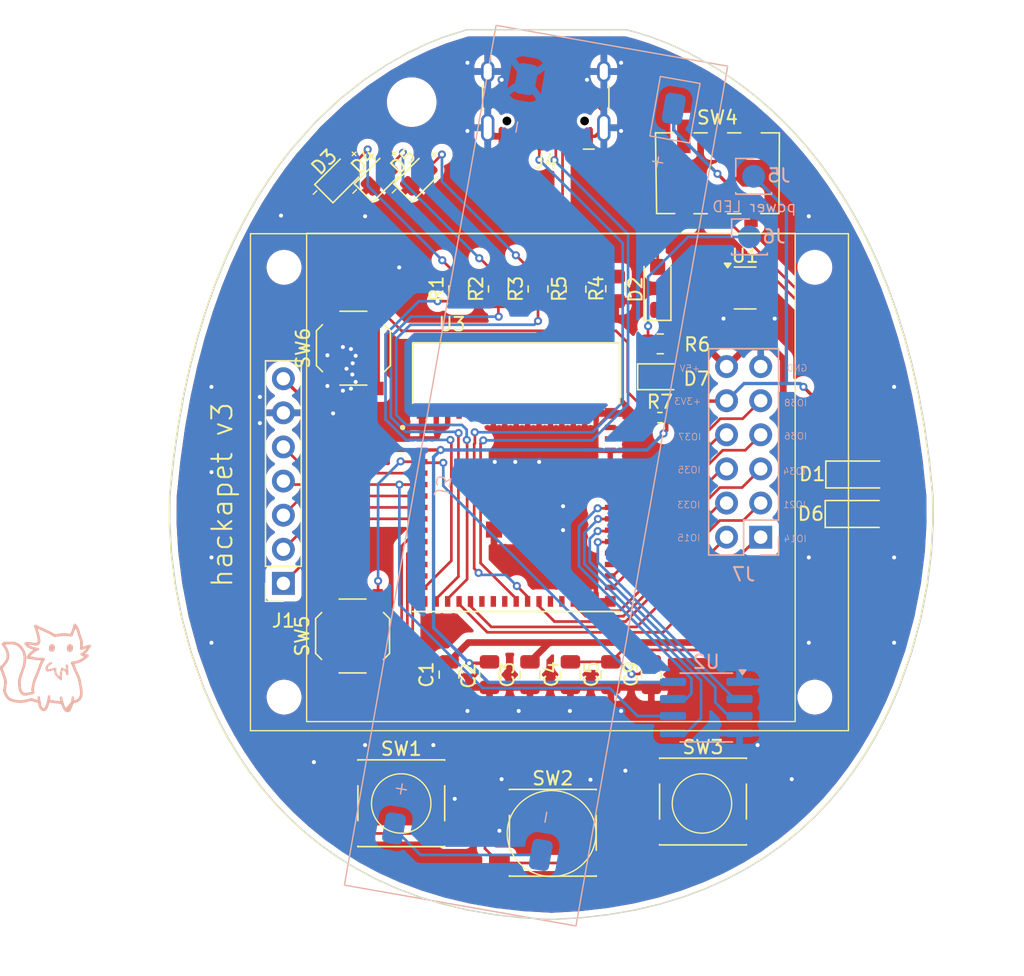
<source format=kicad_pcb>
(kicad_pcb (version 20240108) (generator "pcbnew") (generator_version "8.0")
  (layers (0 "F.Cu" signal) (31 "B.Cu" signal) (34 "B.Paste" user) (35 "F.Paste" user) (36 "B.SilkS" user "B.Silkscreen") (37 "F.SilkS" user "F.Silkscreen") (38 "B.Mask" user) (39 "F.Mask" user) (44 "Edge.Cuts" user))
  (net 0 "")
  (net 1 "Net-(J4-CC1)")
  (net 2 "GND")
  (net 3 "Net-(J4-CC2)")
  (net 4 "+5V")
  (net 5 "+3V3")
  (net 6 "PUSH1")
  (net 7 "Net-(D2-A)")
  (net 8 "Net-(D3-A)")
  (net 9 "Net-(D4-A)")
  (net 10 "RST")
  (net 11 "DC")
  (net 12 "SLK")
  (net 13 "CS")
  (net 14 "DIN")
  (net 15 "IO38")
  (net 16 "IO40")
  (net 17 "IO14")
  (net 18 "IO15")
  (net 19 "IO41")
  (net 20 "IO36")
  (net 21 "IO35")
  (net 22 "IO42")
  (net 23 "IO39")
  (net 24 "IO33")
  (net 25 "IO34")
  (net 26 "IO37")
  (net 27 "IO21")
  (net 28 "Net-(J3-Pin_1)")
  (net 29 "LED1")
  (net 30 "LED2")
  (net 31 "PUSH2")
  (net 32 "PUSH3")
  (net 34 "D+")
  (net 35 "D-")
  (net 47 "Net-(D5-A)")
  (net 48 "Net-(J3-Pin_2)")
  (net 49 "LED3")
  (net 50 "GPIO1")
  (net 53 "Net-(D6-A)")
  (net 54 "Net-(D1-A)")
  (net 55 "Net-(D7-A)")
  (net 56 "Net-(U3-EN)")
  (net 57 "Net-(J6-Pin_1)")
  (footprint "MountingHole:MountingHole_2.1mm" (layer "F.Cu") (at 170.5 99.3)
    (property "Reference" "REF**" (hide yes))
    (property "Value" "MountingHole_2.1mm")
  )
  (footprint "Connector_USB:USB_C_Receptacle_HCTL_HC-TYPE-C-16P-01A" (layer "F.Cu") (at 189.975 53.8 180)
    (property "Reference" "J4")
    (property "Value" "USB_C_Receptacle_USB2.0_16P")
  )
  (footprint "Diode_SMD:D_0805_2012Metric" (layer "F.Cu") (at 213.125 82.575)
    (property "Reference" "D1")
    (property "Value" "S-LMBR340FT1G")
  )
  (footprint "Button_Switch_SMD:SW_Push_1P1T_XKB_TS-1187A" (layer "F.Cu") (at 175.6 94.75 90)
    (property "Reference" "SW5")
    (property "Value" "SW_Push")
  )
  (footprint "Button_Switch_SMD:SW_Push_1P1T_NO_6x6mm_H9.5mm" (layer "F.Cu") (at 201.675 107.075)
    (property "Reference" "SW3")
    (property "Value" "SW_Push")
  )
  (footprint "LED_SMD:LED_0805_2012Metric" (layer "F.Cu") (at 174.65 60.625 45)
    (property "Reference" "D3")
    (property "Value" "LED")
  )
  (footprint "Resistor_SMD:R_0805_2012Metric" (layer "F.Cu") (at 189.4 68.9125 90)
    (property "Reference" "R3")
    (property "Value" "1K")
  )
  (footprint "Button_Switch_SMD:SW_Push_1P1T_NO_6x6mm_H9.5mm" (layer "F.Cu") (at 179.225 107.2)
    (property "Reference" "SW1")
    (property "Value" "SW_Push")
  )
  (footprint "Connector_PinSocket_2.54mm:PinSocket_1x07_P2.54mm_Vertical" (layer "F.Cu") (at 170.45 90.835 180)
    (property "Reference" "J1")
    (property "Value" "Conn_01x07_Socket")
  )
  (footprint "Diode_SMD:D_0805_2012Metric" (layer "F.Cu") (at 198.3 68.95 90)
    (property "Reference" "D2")
    (property "Value" "S-LMBR340FT1G")
  )
  (footprint "Resistor_SMD:R_0805_2012Metric" (layer "F.Cu") (at 183.5 68.9125 90)
    (property "Reference" "R1")
    (property "Value" "1K")
  )
  (footprint "MountingHole:MountingHole_3.2mm_M3" (layer "F.Cu") (at 180 55)
    (property "Reference" "REF**" (hide yes))
    (property "Value" "MountingHole_3.2mm_M3")
  )
  (footprint "Package_TO_SOT_SMD:SOT-23-3" (layer "F.Cu") (at 204.8125 68.84)
    (property "Reference" "U1")
    (property "Value" "XC6206PxxxMR")
  )
  (footprint "Resistor_SMD:R_0402_1005Metric" (layer "F.Cu") (at 198.47 78.49)
    (property "Reference" "R7")
    (property "Value" "10k")
  )
  (footprint "Resistor_SMD:R_0805_2012Metric" (layer "F.Cu") (at 198.5 73)
    (property "Reference" "R6")
    (property "Value" "1K")
  )
  (footprint "Resistor_SMD:R_0805_2012Metric" (layer "F.Cu") (at 186.45 68.9125 90)
    (property "Reference" "R2")
    (property "Value" "1K")
  )
  (footprint "LED_SMD:LED_0805_2012Metric" (layer "F.Cu") (at 198.5 75.45)
    (property "Reference" "D7")
    (property "Value" "LED")
  )
  (footprint "LED_SMD:LED_0805_2012Metric" (layer "F.Cu") (at 177.6 60.575 45)
    (property "Reference" "D4")
    (property "Value" "LED")
  )
  (footprint "Capacitor_SMD:C_0805_2012Metric" (layer "F.Cu") (at 197.83 97.625 -90)
    (property "Reference" "C9")
    (property "Value" "1uF")
  )
  (footprint "Capacitor_SMD:C_0805_2012Metric" (layer "F.Cu") (at 182.78 97.625 90)
    (property "Reference" "C1")
    (property "Value" "10uF")
  )
  (footprint "Button_Switch_SMD:SW_Push_1P1T_XKB_TS-1187A" (layer "F.Cu") (at 175.66 73.32 90)
    (property "Reference" "SW6")
    (property "Value" "SW_Push")
  )
  (footprint "MountingHole:MountingHole_2.1mm" (layer "F.Cu") (at 210 99.3)
    (property "Reference" "REF**" (hide yes))
    (property "Value" "MountingHole_2.1mm")
  )
  (footprint "ESP32-S2-MINI-1:XCVR_ESP32-S2-MINI-1" (layer "F.Cu") (at 187.775 85.175)
    (property "Reference" "U3")
    (property "Value" "ESP32-S2-MINI-2")
  )
  (footprint "LED_SMD:LED_0805_2012Metric" (layer "F.Cu") (at 180.525 60.575 45)
    (property "Reference" "D5")
    (property "Value" "LED")
  )
  (footprint "Button_Switch_SMD:SW_Push_1P1T_NO_6x6mm_H9.5mm" (layer "F.Cu") (at 190.5 109.4)
    (property "Reference" "SW2")
    (property "Value" "SW_Push")
  )
  (footprint "Resistor_SMD:R_0805_2012Metric" (layer "F.Cu") (at 195.175 68.9 -90)
    (property "Reference" "R4")
    (property "Value" "5.1k")
  )
  (footprint "Capacitor_SMD:C_0805_2012Metric" (layer "F.Cu") (at 191.81 97.625 -90)
    (property "Reference" "C4")
    (property "Value" "0.1uF")
  )
  (footprint "MountingHole:MountingHole_2.1mm" (layer "F.Cu") (at 210 67.3)
    (property "Reference" "REF**" (hide yes))
    (property "Value" "MountingHole_2.1mm")
  )
  (footprint "Button_Switch_SMD:SW_DPDT_CK_JS202011JCQN" (layer "F.Cu") (at 202.75 59.2)
    (property "Reference" "SW4")
    (property "Value" "SW_SPDT")
  )
  (footprint "MountingHole:MountingHole_2.1mm" (layer "F.Cu") (at 170.5 67.3)
    (property "Reference" "REF**" (hide yes))
    (property "Value" "MountingHole_2.1mm")
  )
  (footprint "Resistor_SMD:R_0805_2012Metric" (layer "F.Cu") (at 192.225 68.925 -90)
    (property "Reference" "R5")
    (property "Value" "5.1k")
  )
  (footprint "Capacitor_SMD:C_0805_2012Metric" (layer "F.Cu") (at 185.79 97.625 -90)
    (property "Reference" "C2")
    (property "Value" "1uF")
  )
  (footprint "Capacitor_SMD:C_0805_2012Metric" (layer "F.Cu") (at 194.82 97.625 -90)
    (property "Reference" "C5")
    (property "Value" "10uF")
  )
  (footprint "Capacitor_SMD:C_0805_2012Metric" (layer "F.Cu") (at 188.8 97.625 90)
    (property "Reference" "C3")
    (property "Value" "0.1uF")
  )
  (footprint "Diode_SMD:D_0805_2012Metric" (layer "F.Cu") (at 213 85.575)
    (property "Reference" "D6")
    (property "Value" "S-LMBR340FT1G")
  )
  (footprint "Connector_PinSocket_2.54mm:PinSocket_1x01_P2.54mm_Vertical" (layer "B.Cu") (at 205.135 65.035 180)
    (property "Reference" "J6")
    (property "Value" "Conn_01x01_Socket")
  )
  (footprint "Connector_PinSocket_2.54mm:PinSocket_1x01_P2.54mm_Vertical" (layer "B.Cu") (at 205.445 60.525 180)
    (property "Reference" "J5")
    (property "Value" "Conn_01x01_Socket")
  )
  (footprint "Package_SO:SOIC-8_3.9x4.9mm_P1.27mm" (layer "B.Cu") (at 201.92 100.075 180)
    (property "Reference" "U2")
    (property "Value" "ESP-PSRAM32")
  )
  (footprint "Connector_PinSocket_2.54mm:PinSocket_2x06_P2.54mm_Vertical" (layer "B.Cu") (at 205.97 87.39)
    (property "Reference" "J7")
    (property "Value" "Conn_02x06_Counter_Clockwise")
  )
  (footprint "Battery:1022_batteryholder" (layer "B.Cu") (at 181.764764 83.52101 80)
    (property "Reference" "J3")
    (property "Value" "battery_holder")
  )
  (gr_line (start 154.675763 94.667269) (end 154.6724 94.671169) (stroke (width 0.190499) (color 254 93 163 1)) (layer "B.SilkS"))
  (gr_line (start 151.808989 98.581528) (end 151.801474 98.626475) (stroke (width 0.190499) (color 254 93 163 1)) (layer "B.SilkS"))
  (gr_line (start 154.333025 96.950318) (end 154.331692 96.94968) (stroke (width 0.142874) (color 91 101 175 1)) (layer "B.SilkS"))
  (gr_line (start 153.507089 94.711085) (end 153.493009 94.712366) (stroke (width 0.190499) (color 254 93 163 1)) (layer "B.SilkS"))
  (gr_line (start 149.602239 95.346404) (end 149.599399 95.349014) (stroke (width 0.190499) (color 254 93 163 1)) (layer "B.SilkS"))
  (gr_line (start 151.114702 99.615309) (end 151.183975 99.603641) (stroke (width 0.190499) (color 254 93 163 1)) (layer "B.SilkS"))
  (gr_line (start 149.463551 97.176715) (end 149.468648 97.199059) (stroke (width 0.190499) (color 254 93 163 1)) (layer "B.SilkS"))
  (gr_line (start 153.213742 95.701309) (end 153.214148 95.699633) (stroke (width 0.412749) (color 254 93 163 1)) (layer "B.SilkS"))
  (gr_line (start 154.147116 97.25753) (end 154.157059 97.260917) (stroke (width 0.142874) (color 91 101 175 1)) (layer "B.SilkS"))
  (gr_line (start 154.698947 99.833304) (end 154.67789 99.895464) (stroke (width 0.190499) (color 254 93 163 1)) (layer "B.SilkS"))
  (gr_line (start 155.461302 96.111504) (end 155.463111 96.109721) (stroke (width 0.190499) (color 254 93 163 1)) (layer "B.SilkS"))
  (gr_line (start 154.326889 100.317623) (end 154.319515 100.314464) (stroke (width 0.190499) (color 254 93 163 1)) (layer "B.SilkS"))
  (gr_line (start 152.871154 97.299293) (end 152.876961 97.301694) (stroke (width 0.142874) (color 91 101 175 1)) (layer "B.SilkS"))
  (gr_line (start 154.368102 97.575118) (end 154.366436 97.577435) (stroke (width 0.142874) (color 91 101 175 1)) (layer "B.SilkS"))
  (gr_line (start 149.700829 98.739771) (end 149.699059 98.754583) (stroke (width 0.190499) (color 254 93 163 1)) (layer "B.SilkS"))
  (gr_line (start 150.80488 98.225237) (end 150.80553 98.187848) (stroke (width 0.190499) (color 254 93 163 1)) (layer "B.SilkS"))
  (gr_line (start 150.813054 98.075968) (end 150.817421 98.038826) (stroke (width 0.190499) (color 254 93 163 1)) (layer "B.SilkS"))
  (gr_line (start 154.55774 95.624996) (end 154.558023 95.621413) (stroke (width 0.412749) (color 254 93 163 1)) (layer "B.SilkS"))
  (gr_line (start 152.034855 94.016282) (end 152.026114 94.012288) (stroke (width 0.190499) (color 254 93 163 1)) (layer "B.SilkS"))
  (gr_line (start 152.258505 99.636504) (end 152.285192 99.643249) (stroke (width 0.190499) (color 254 93 163 1)) (layer "B.SilkS"))
  (gr_line (start 149.732848 95.284211) (end 149.712742 95.289241) (stroke (width 0.190499) (color 254 93 163 1)) (layer "B.SilkS"))
  (gr_line (start 151.183975 99.603641) (end 151.253385 99.588676) (stroke (width 0.190499) (color 254 93 163 1)) (layer "B.SilkS"))
  (gr_line (start 150.519992 95.315005) (end 150.471013 95.30068) (stroke (width 0.190499) (color 254 93 163 1)) (layer "B.SilkS"))
  (gr_line (start 152.944231 97.307744) (end 152.960842 97.306351) (stroke (width 0.142874) (color 91 101 175 1)) (layer "B.SilkS"))
  (gr_line (start 154.560508 100.196508) (end 154.553134 100.212855) (stroke (width 0.190499) (color 254 93 163 1)) (layer "B.SilkS"))
  (gr_line (start 154.87856 96.736264) (end 154.945094 96.726618) (stroke (width 0.190499) (color 254 93 163 1)) (layer "B.SilkS"))
  (gr_line (start 153.886246 97.647431) (end 153.891283 97.607302) (stroke (width 0.142874) (color 91 101 175 1)) (layer "B.SilkS"))
  (gr_line (start 151.413924 99.063764) (end 151.371138 99.073014) (stroke (width 0.190499) (color 254 93 163 1)) (layer "B.SilkS"))
  (gr_line (start 153.891024 97.968717) (end 153.891063 97.968038) (stroke (width 0.142874) (color 91 101 175 1)) (layer "B.SilkS"))
  (gr_line (start 153.918729 94.652466) (end 153.896474 94.654451) (stroke (width 0.190499) (color 254 93 163 1)) (layer "B.SilkS"))
  (gr_line (start 152.594635 96.482351) (end 152.594176 96.485163) (stroke (width 0.190499) (color 254 93 163 1)) (layer "B.SilkS"))
  (gr_line (start 155.157017 97.704189) (end 155.108138 97.596436) (stroke (width 0.190499) (color 254 93 163 1)) (layer "B.SilkS"))
  (gr_line (start 151.109269 97.087692) (end 151.133006 97.006509) (stroke (width 0.190499) (color 254 93 163 1)) (layer "B.SilkS"))
  (gr_line (start 154.294312 97.375547) (end 154.302156 97.387423) (stroke (width 0.142874) (color 91 101 175 1)) (layer "B.SilkS"))
  (gr_line (start 153.896474 94.654451) (end 153.874244 94.657106) (stroke (width 0.190499) (color 254 93 163 1)) (layer "B.SilkS"))
  (gr_line (start 149.696884 95.295404) (end 149.674656 95.305488) (stroke (width 0.190499) (color 254 93 163 1)) (layer "B.SilkS"))
  (gr_line (start 152.133554 95.744222) (end 152.107788 95.751311) (stroke (width 0.190499) (color 254 93 163 1)) (layer "B.SilkS"))
  (gr_line (start 154.24999 97.320435) (end 154.259575 97.330789) (stroke (width 0.142874) (color 91 101 175 1)) (layer "B.SilkS"))
  (gr_line (start 150.80637 98.300061) (end 150.80516 98.262647) (stroke (width 0.190499) (color 254 93 163 1)) (layer "B.SilkS"))
  (gr_line (start 154.690942 94.645692) (end 154.688224 94.650081) (stroke (width 0.190499) (color 254 93 163 1)) (layer "B.SilkS"))
  (gr_line (start 154.940987 93.947744) (end 154.937973 93.946559) (stroke (width 0.190499) (color 254 93 163 1)) (layer "B.SilkS"))
  (gr_line (start 153.447146 94.720242) (end 153.444401 94.720606) (stroke (width 0.190499) (color 254 93 163 1)) (layer "B.SilkS"))
  (gr_line (start 155.724399 96.340106) (end 155.740607 96.326391) (stroke (width 0.190499) (color 254 93 163 1)) (layer "B.SilkS"))
  (gr_line (start 155.510028 96.500334) (end 155.566445 96.462856) (stroke (width 0.190499) (color 254 93 163 1)) (layer "B.SilkS"))
  (gr_line (start 149.458236 97.125) (end 149.458252 97.131871) (stroke (width 0.190499) (color 254 93 163 1)) (layer "B.SilkS"))
  (gr_line (start 149.540784 97.010043) (end 149.520218 97.02696) (stroke (width 0.190499) (color 254 93 163 1)) (layer "B.SilkS"))
  (gr_line (start 155.222511 97.868629) (end 155.201975 97.813349) (stroke (width 0.190499) (color 254 93 163 1)) (layer "B.SilkS"))
  (gr_line (start 155.934519 95.64117) (end 155.959117 95.601456) (stroke (width 0.190499) (color 254 93 163 1)) (layer "B.SilkS"))
  (gr_line (start 153.467554 97.183939) (end 153.468182 97.185872) (stroke (width 0.142874) (color 91 101 175 1)) (layer "B.SilkS"))
  (gr_line (start 153.988297 97.203994) (end 153.995386 97.205297) (stroke (width 0.142874) (color 91 101 175 1)) (layer "B.SilkS"))
  (gr_line (start 152.259018 95.031361) (end 152.261091 95.052429) (stroke (width 0.190499) (color 254 93 163 1)) (layer "B.SilkS"))
  (gr_line (start 153.881713 97.891606) (end 153.88061 97.87775) (stroke (width 0.142874) (color 91 101 175 1)) (layer "B.SilkS"))
  (gr_line (start 152.003546 94.006813) (end 152.0027 94.007715) (stroke (width 0.190499) (color 254 93 163 1)) (layer "B.SilkS"))
  (gr_line (start 149.561006 96.992798) (end 149.55102 97.001507) (stroke (width 0.190499) (color 254 93 163 1)) (layer "B.SilkS"))
  (gr_line (start 155.267023 99.454394) (end 155.295658 99.419215) (stroke (width 0.190499) (color 254 93 163 1)) (layer "B.SilkS"))
  (gr_line (start 155.419474 95.167412) (end 155.415392 95.143432) (stroke (width 0.190499) (color 254 93 163 1)) (layer "B.SilkS"))
  (gr_line (start 152.009069 94.006467) (end 152.006766 94.006213) (stroke (width 0.190499) (color 254 93 163 1)) (layer "B.SilkS"))
  (gr_line (start 151.446316 96.33978) (end 151.448753 96.341639) (stroke (width 0.190499) (color 254 93 163 1)) (layer "B.SilkS"))
  (gr_line (start 151.593184 96.365141) (end 151.657204 96.372066) (stroke (width 0.190499) (color 254 93 163 1)) (layer "B.SilkS"))
  (gr_line (start 155.452292 95.666737) (end 155.432115 95.672395) (stroke (width 0.190499) (color 254 93 163 1)) (layer "B.SilkS"))
  (gr_line (start 154.357256 97.058488) (end 154.352791 97.024575) (stroke (width 0.142874) (color 91 101 175 1)) (layer "B.SilkS"))
  (gr_line (start 150.809617 98.113196) (end 150.813054 98.075968) (stroke (width 0.190499) (color 254 93 163 1)) (layer "B.SilkS"))
  (gr_line (start 155.123823 94.228172) (end 155.09902 94.169707) (stroke (width 0.190499) (color 254 93 163 1)) (layer "B.SilkS"))
  (gr_line (start 155.280093 94.71458) (end 155.261294 94.653292) (stroke (width 0.190499) (color 254 93 163 1)) (layer "B.SilkS"))
  (gr_line (start 153.970785 94.649298) (end 153.918729 94.652466) (stroke (width 0.190499) (color 254 93 163 1)) (layer "B.SilkS"))
  (gr_line (start 155.384682 95.018998) (end 155.365221 94.95774) (stroke (width 0.190499) (color 254 93 163 1)) (layer "B.SilkS"))
  (gr_line (start 152.034262 94.136557) (end 152.0439 94.161911) (stroke (width 0.190499) (color 254 93 163 1)) (layer "B.SilkS"))
  (gr_line (start 153.293816 94.633397) (end 153.268176 94.61746) (stroke (width 0.190499) (color 254 93 163 1)) (layer "B.SilkS"))
  (gr_line (start 149.797595 96.70812) (end 149.772491 96.742692) (stroke (width 0.190499) (color 254 93 163 1)) (layer "B.SilkS"))
  (gr_line (start 151.045553 99.623795) (end 151.114702 99.615309) (stroke (width 0.190499) (color 254 93 163 1)) (layer "B.SilkS"))
  (gr_line (start 152.899149 96.978311) (end 152.888934 96.994275) (stroke (width 0.142874) (color 91 101 175 1)) (layer "B.SilkS"))
  (gr_line (start 149.765887 98.066215) (end 149.770391 98.096953) (stroke (width 0.190499) (color 254 93 163 1)) (layer "B.SilkS"))
  (gr_line (start 154.565409 94.675966) (end 154.561333 94.675422) (stroke (width 0.190499) (color 254 93 163 1)) (layer "B.SilkS"))
  (gr_line (start 150.81558 98.412158) (end 150.81158 98.374833) (stroke (width 0.190499) (color 254 93 163 1)) (layer "B.SilkS"))
  (gr_line (start 151.992798 95.704187) (end 152.091755 95.724553) (stroke (width 0.190499) (color 254 93 163 1)) (layer "B.SilkS"))
  (gr_line (start 152.3214 99.882055) (end 152.317758 99.864018) (stroke (width 0.190499) (color 254 93 163 1)) (layer "B.SilkS"))
  (gr_line (start 149.570577 96.983827) (end 149.561006 96.992798) (stroke (width 0.190499) (color 254 93 163 1)) (layer "B.SilkS"))
  (gr_line (start 154.846735 96.98592) (end 154.837921 96.964044) (stroke (width 0.190499) (color 254 93 163 1)) (layer "B.SilkS"))
  (gr_line (start 151.620073 95.306654) (end 151.578803 95.3041) (stroke (width 0.190499) (color 254 93 163 1)) (layer "B.SilkS"))
  (gr_line (start 153.493009 94.712366) (end 153.47885 94.714137) (stroke (width 0.190499) (color 254 93 163 1)) (layer "B.SilkS"))
  (gr_line (start 153.428037 94.719149) (end 153.425341 94.718381) (stroke (width 0.190499) (color 254 93 163 1)) (layer "B.SilkS"))
  (gr_line (start 154.699338 94.629596) (end 154.69767 94.633279) (stroke (width 0.190499) (color 254 93 163 1)) (layer "B.SilkS"))
  (gr_line (start 149.759892 98.035936) (end 149.765887 98.066215) (stroke (width 0.190499) (color 254 93 163 1)) (layer "B.SilkS"))
  (gr_line (start 153.459022 97.176246) (end 153.460749 97.176595) (stroke (width 0.142874) (color 91 101 175 1)) (layer "B.SilkS"))
  (gr_line (start 152.178256 99.61816) (end 152.231778 99.63019) (stroke (width 0.190499) (color 254 93 163 1)) (layer "B.SilkS"))
  (gr_line (start 155.287283 98.096019) (end 155.274074 98.038093) (stroke (width 0.190499) (color 254 93 163 1)) (layer "B.SilkS"))
  (gr_line (start 154.534839 100.243593) (end 154.524047 100.257755) (stroke (width 0.190499) (color 254 93 163 1)) (layer "B.SilkS"))
  (gr_line (start 154.972545 93.978041) (end 154.961993 93.966594) (stroke (width 0.190499) (color 254 93 163 1)) (layer "B.SilkS"))
  (gr_line (start 154.369427 97.525117) (end 154.371141 97.531392) (stroke (width 0.142874) (color 91 101 175 1)) (layer "B.SilkS"))
  (gr_line (start 151.441691 96.320878) (end 151.440545 96.323655) (stroke (width 0.190499) (color 254 93 163 1)) (layer "B.SilkS"))
  (gr_line (start 155.392278 98.693066) (end 155.375509 98.584567) (stroke (width 0.190499) (color 254 93 163 1)) (layer "B.SilkS"))
  (gr_line (start 153.215642 95.694583) (end 153.217803 95.687836) (stroke (width 0.412749) (color 254 93 163 1)) (layer "B.SilkS"))
  (gr_line (start 154.011676 97.210126) (end 154.020444 97.213336) (stroke (width 0.142874) (color 91 101 175 1)) (layer "B.SilkS"))
  (gr_line (start 152.244822 99.319716) (end 152.285192 99.643249) (stroke (width 0.190499) (color 254 93 163 1)) (layer "B.SilkS"))
  (gr_line (start 155.473017 96.102439) (end 155.479125 96.098812) (stroke (width 0.190499) (color 254 93 163 1)) (layer "B.SilkS"))
  (gr_line (start 153.829849 94.664024) (end 153.785533 94.672413) (stroke (width 0.190499) (color 254 93 163 1)) (layer "B.SilkS"))
  (gr_line (start 149.695768 97.827739) (end 149.719925 97.896253) (stroke (width 0.190499) (color 254 93 163 1)) (layer "B.SilkS"))
  (gr_line (start 152.159831 95.33718) (end 152.144689 95.344929) (stroke (width 0.190499) (color 254 93 163 1)) (layer "B.SilkS"))
  (gr_line (start 149.89055 96.540997) (end 149.871499 96.583438) (stroke (width 0.190499) (color 254 93 163 1)) (layer "B.SilkS"))
  (gr_line (start 154.843072 99.665852) (end 154.855819 99.662782) (stroke (width 0.190499) (color 254 93 163 1)) (layer "B.SilkS"))
  (gr_line (start 154.166883 97.264559) (end 154.176558 97.2685) (stroke (width 0.142874) (color 91 101 175 1)) (layer "B.SilkS"))
  (gr_line (start 154.930175 99.640159) (end 154.978996 99.62306) (stroke (width 0.190499) (color 254 93 163 1)) (layer "B.SilkS"))
  (gr_line (start 151.776192 98.989992) (end 151.594856 99.02592) (stroke (width 0.190499) (color 254 93 163 1)) (layer "B.SilkS"))
  (gr_line (start 154.365756 97.578223) (end 154.36516 97.578764) (stroke (width 0.142874) (color 91 101 175 1)) (layer "B.SilkS"))
  (gr_line (start 153.220466 95.673898) (end 153.22137 95.666659) (stroke (width 0.412749) (color 254 93 163 1)) (layer "B.SilkS"))
  (gr_line (start 151.578803 95.3041) (end 151.537598 95.302099) (stroke (width 0.190499) (color 254 93 163 1)) (layer "B.SilkS"))
  (gr_line (start 151.444223 96.337814) (end 151.446316 96.33978) (stroke (width 0.190499) (color 254 93 163 1)) (layer "B.SilkS"))
  (gr_line (start 152.545078 100.225988) (end 152.531846 100.219156) (stroke (width 0.190499) (color 254 93 163 1)) (layer "B.SilkS"))
  (gr_line (start 151.201308 96.230891) (end 151.192556 96.169471) (stroke (width 0.190499) (color 254 93 163 1)) (layer "B.SilkS"))
  (gr_line (start 149.59291 95.358665) (end 149.592713 95.360819) (stroke (width 0.190499) (color 254 93 163 1)) (layer "B.SilkS"))
  (gr_line (start 154.367459 97.518943) (end 154.369427 97.525117) (stroke (width 0.142874) (color 91 101 175 1)) (layer "B.SilkS"))
  (gr_line (start 149.692517 96.844514) (end 149.664712 96.877702) (stroke (width 0.190499) (color 254 93 163 1)) (layer "B.SilkS"))
  (gr_line (start 152.862861 97.044134) (end 152.855825 97.061327) (stroke (width 0.142874) (color 91 101 175 1)) (layer "B.SilkS"))
  (gr_line (start 154.340965 96.95835) (end 154.34037 96.957198) (stroke (width 0.142874) (color 91 101 175 1)) (layer "B.SilkS"))
  (gr_line (start 152.289161 99.648783) (end 152.288648 99.64733) (stroke (width 0.190499) (color 254 93 163 1)) (layer "B.SilkS"))
  (gr_line (start 152.002411 94.009053) (end 152.002866 94.020762) (stroke (width 0.190499) (color 254 93 163 1)) (layer "B.SilkS"))
  (gr_line (start 154.834477 94.274398) (end 154.821969 94.306582) (stroke (width 0.190499) (color 254 93 163 1)) (layer "B.SilkS"))
  (gr_line (start 155.092653 94.155945) (end 155.085698 94.141947) (stroke (width 0.190499) (color 254 93 163 1)) (layer "B.SilkS"))
  (gr_line (start 151.260208 99.090961) (end 151.243831 99.092152) (stroke (width 0.190499) (color 254 93 163 1)) (layer "B.SilkS"))
  (gr_line (start 155.120907 99.568132) (end 155.14197 99.556504) (stroke (width 0.190499) (color 254 93 163 1)) (layer "B.SilkS"))
  (gr_line (start 151.638492 99.481784) (end 151.6441 99.480061) (stroke (width 0.190499) (color 254 93 163 1)) (layer "B.SilkS"))
  (gr_line (start 153.218287 95.686153) (end 153.218724 95.684475) (stroke (width 0.412749) (color 254 93 163 1)) (layer "B.SilkS"))
  (gr_line (start 150.089802 99.45891) (end 150.106928 99.469098) (stroke (width 0.190499) (color 254 93 163 1)) (layer "B.SilkS"))
  (gr_line (start 154.389248 100.328391) (end 154.380309 100.328363) (stroke (width 0.190499) (color 254 93 163 1)) (layer "B.SilkS"))
  (gr_line (start 155.14197 99.556504) (end 155.162227 99.544093) (stroke (width 0.190499) (color 254 93 163 1)) (layer "B.SilkS"))
  (gr_line (start 155.32119 99.381688) (end 155.343647 99.341987) (stroke (width 0.190499) (color 254 93 163 1)) (layer "B.SilkS"))
  (gr_line (start 149.664712 96.877702) (end 149.636537 96.910453) (stroke (width 0.190499) (color 254 93 163 1)) (layer "B.SilkS"))
  (gr_line (start 154.568452 95.586745) (end 154.569135 95.584569) (stroke (width 0.412749) (color 254 93 163 1)) (layer "B.SilkS"))
  (gr_line (start 149.840348 99.184855) (end 149.861179 99.219412) (stroke (width 0.190499) (color 254 93 163 1)) (layer "B.SilkS"))
  (gr_line (start 151.211539 96.359197) (end 151.207584 96.29408) (stroke (width 0.190499) (color 254 93 163 1)) (layer "B.SilkS"))
  (gr_line (start 154.567327 95.72036) (end 154.570509 95.575852) (stroke (width 0.412749) (color 254 93 163 1)) (layer "B.SilkS"))
  (gr_line (start 149.510216 97.03552) (end 149.500622 97.044269) (stroke (width 0.190499) (color 254 93 163 1)) (layer "B.SilkS"))
  (gr_line (start 151.504136 99.04439) (end 151.413924 99.063764) (stroke (width 0.190499) (color 254 93 163 1)) (layer "B.SilkS"))
  (gr_line (start 149.713165 98.908726) (end 149.719058 98.927862) (stroke (width 0.190499) (color 254 93 163 1)) (layer "B.SilkS"))
  (gr_line (start 152.024741 94.110446) (end 152.034262 94.136557) (stroke (width 0.190499) (color 254 93 163 1)) (layer "B.SilkS"))
  (gr_line (start 153.972038 97.209897) (end 153.972727 97.207979) (stroke (width 0.142874) (color 91 101 175 1)) (layer "B.SilkS"))
  (gr_line (start 149.703705 98.869939) (end 149.708019 98.889422) (stroke (width 0.190499) (color 254 93 163 1)) (layer "B.SilkS"))
  (gr_line (start 153.218724 95.684475) (end 153.219101 95.682802) (stroke (width 0.412749) (color 254 93 163 1)) (layer "B.SilkS"))
  (gr_line (start 154.69767 94.633279) (end 154.695695 94.63723) (stroke (width 0.190499) (color 254 93 163 1)) (layer "B.SilkS"))
  (gr_line (start 153.281121 99.633167) (end 153.217971 99.62097) (stroke (width 0.190499) (color 254 93 163 1)) (layer "B.SilkS"))
  (gr_line (start 153.501358 97.51578) (end 153.509141 97.535537) (stroke (width 0.142874) (color 91 101 175 1)) (layer "B.SilkS"))
  (gr_line (start 154.567677 95.588922) (end 154.568452 95.586745) (stroke (width 0.412749) (color 254 93 163 1)) (layer "B.SilkS"))
  (gr_line (start 153.884479 97.919321) (end 153.882999 97.905472) (stroke (width 0.142874) (color 91 101 175 1)) (layer "B.SilkS"))
  (gr_line (start 155.467594 96.106095) (end 155.473017 96.102439) (stroke (width 0.190499) (color 254 93 163 1)) (layer "B.SilkS"))
  (gr_line (start 152.586931 96.474367) (end 152.59017 96.47591) (stroke (width 0.190499) (color 254 93 163 1)) (layer "B.SilkS"))
  (gr_line (start 153.476637 97.406001) (end 153.479881 97.430591) (stroke (width 0.142874) (color 91 101 175 1)) (layer "B.SilkS"))
  (gr_line (start 155.207259 94.468148) (end 155.188193 94.407327) (stroke (width 0.190499) (color 254 93 163 1)) (layer "B.SilkS"))
  (gr_line (start 154.828603 96.942463) (end 154.818699 96.921226) (stroke (width 0.190499) (color 254 93 163 1)) (layer "B.SilkS"))
  (gr_line (start 153.22137 95.666659) (end 153.222805 95.652176) (stroke (width 0.412749) (color 254 93 163 1)) (layer "B.SilkS"))
  (gr_line (start 154.558023 95.621413) (end 154.558416 95.617833) (stroke (width 0.412749) (color 254 93 163 1)) (layer "B.SilkS"))
  (gr_line (start 153.585222 97.662303) (end 153.598596 97.679377) (stroke (width 0.142874) (color 91 101 175 1)) (layer "B.SilkS"))
  (gr_line (start 154.553983 95.70721) (end 154.553445 95.705607) (stroke (width 0.412749) (color 254 93 163 1)) (layer "B.SilkS"))
  (gr_line (start 152.292078 99.671544) (end 152.291731 99.666078) (stroke (width 0.190499) (color 254 93 163 1)) (layer "B.SilkS"))
  (gr_line (start 153.696828 97.789937) (end 153.725491 97.818661) (stroke (width 0.142874) (color 91 101 175 1)) (layer "B.SilkS"))
  (gr_line (start 154.552591 95.697219) (end 154.552918 95.693759) (stroke (width 0.412749) (color 254 93 163 1)) (layer "B.SilkS"))
  (gr_line (start 153.676128 99.683413) (end 153.59276 99.674654) (stroke (width 0.190499) (color 254 93 163 1)) (layer "B.SilkS"))
  (gr_line (start 154.660511 94.682213) (end 154.658848 94.683359) (stroke (width 0.190499) (color 254 93 163 1)) (layer "B.SilkS"))
  (gr_line (start 153.488592 97.47452) (end 153.494492 97.495458) (stroke (width 0.142874) (color 91 101 175 1)) (layer "B.SilkS"))
  (gr_line (start 152.07126 99.591607) (end 152.097974 99.598993) (stroke (width 0.190499) (color 254 93 163 1)) (layer "B.SilkS"))
  (gr_line (start 149.905976 99.285257) (end 149.930155 99.316311) (stroke (width 0.190499) (color 254 93 163 1)) (layer "B.SilkS"))
  (gr_line (start 154.229657 97.30094) (end 154.240022 97.310476) (stroke (width 0.142874) (color 91 101 175 1)) (layer "B.SilkS"))
  (gr_line (start 149.579568 97.485963) (end 149.588456 97.520725) (stroke (width 0.190499) (color 254 93 163 1)) (layer "B.SilkS"))
  (gr_line (start 151.007536 98.9905) (end 150.993776 98.975339) (stroke (width 0.190499) (color 254 93 163 1)) (layer "B.SilkS"))
  (gr_line (start 149.76531 99.039682) (end 149.782831 99.076051) (stroke (width 0.190499) (color 254 93 163 1)) (layer "B.SilkS"))
  (gr_line (start 151.906419 99.545783) (end 151.939417 99.55514) (stroke (width 0.190499) (color 254 93 163 1)) (layer "B.SilkS"))
  (gr_line (start 155.740607 96.326391) (end 155.757147 96.313004) (stroke (width 0.190499) (color 254 93 163 1)) (layer "B.SilkS"))
  (gr_line (start 152.254248 95.19768) (end 152.248656 95.217741) (stroke (width 0.190499) (color 254 93 163 1)) (layer "B.SilkS"))
  (gr_line (start 152.469228 100.170402) (end 152.457542 100.158161) (stroke (width 0.190499) (color 254 93 163 1)) (layer "B.SilkS"))
  (gr_line (start 155.533834 95.646194) (end 155.492997 95.656445) (stroke (width 0.190499) (color 254 93 163 1)) (layer "B.SilkS"))
  (gr_line (start 153.147262 96.783118) (end 153.113918 96.796665) (stroke (width 0.142874) (color 91 101 175 1)) (layer "B.SilkS"))
  (gr_line (start 155.492997 95.656445) (end 155.472603 95.661487) (stroke (width 0.190499) (color 254 93 163 1)) (layer "B.SilkS"))
  (gr_line (start 155.422431 95.532067) (end 155.423584 95.516368) (stroke (width 0.190499) (color 254 93 163 1)) (layer "B.SilkS"))
  (gr_line (start 154.343091 97.462139) (end 154.354689 97.487646) (stroke (width 0.142874) (color 91 101 175 1)) (layer "B.SilkS"))
  (gr_line (start 154.364203 97.579149) (end 154.363834 97.579018) (stroke (width 0.142874) (color 91 101 175 1)) (layer "B.SilkS"))
  (gr_line (start 153.227197 95.594229) (end 153.228949 95.57975) (stroke (width 0.412749) (color 254 93 163 1)) (layer "B.SilkS"))
  (gr_line (start 151.287489 95.307107) (end 151.28687 95.308663) (stroke (width 0.190499) (color 254 93 163 1)) (layer "B.SilkS"))
  (gr_line (start 154.653698 94.686061) (end 154.651611 94.686724) (stroke (width 0.190499) (color 254 93 163 1)) (layer "B.SilkS"))
  (gr_line (start 153.479881 97.430591) (end 153.483705 97.452914) (stroke (width 0.142874) (color 91 101 175 1)) (layer "B.SilkS"))
  (gr_line (start 155.719103 96.213342) (end 155.701548 96.209853) (stroke (width 0.190499) (color 254 93 163 1)) (layer "B.SilkS"))
  (gr_line (start 154.544556 100.228588) (end 154.534839 100.243593) (stroke (width 0.190499) (color 254 93 163 1)) (layer "B.SilkS"))
  (gr_line (start 155.554175 95.640589) (end 155.533834 95.646194) (stroke (width 0.190499) (color 254 93 163 1)) (layer "B.SilkS"))
  (gr_line (start 154.37127 100.327825) (end 154.362141 100.32676) (stroke (width 0.190499) (color 254 93 163 1)) (layer "B.SilkS"))
  (gr_line (start 153.468959 97.216065) (end 153.468116 97.225769) (stroke (width 0.142874) (color 91 101 175 1)) (layer "B.SilkS"))
  (gr_line (start 154.943323 97.254631) (end 154.934104 97.232826) (stroke (width 0.190499) (color 254 93 163 1)) (layer "B.SilkS"))
  (gr_line (start 154.558934 95.614255) (end 154.559587 95.610681) (stroke (width 0.412749) (color 254 93 163 1)) (layer "B.SilkS"))
  (gr_line (start 152.040058 95.366661) (end 152.001375 95.366291) (stroke (width 0.190499) (color 254 93 163 1)) (layer "B.SilkS"))
  (gr_line (start 154.398081 100.327921) (end 154.389248 100.328391) (stroke (width 0.190499) (color 254 93 163 1)) (layer "B.SilkS"))
  (gr_line (start 153.873982 99.721942) (end 153.834475 99.713144) (stroke (width 0.190499) (color 254 93 163 1)) (layer "B.SilkS"))
  (gr_line (start 149.510052 97.310096) (end 149.530048 97.354236) (stroke (width 0.190499) (color 254 93 163 1)) (layer "B.SilkS"))
  (gr_line (start 149.803121 95.673736) (end 149.844013 95.757017) (stroke (width 0.190499) (color 254 93 163 1)) (layer "B.SilkS"))
  (gr_line (start 154.137088 97.254352) (end 154.147116 97.25753) (stroke (width 0.142874) (color 91 101 175 1)) (layer "B.SilkS"))
  (gr_line (start 150.822716 98.001788) (end 150.828941 97.96487) (stroke (width 0.190499) (color 254 93 163 1)) (layer "B.SilkS"))
  (gr_line (start 152.848409 99.989078) (end 152.841341 100.007486) (stroke (width 0.190499) (color 254 93 163 1)) (layer "B.SilkS"))
  (gr_line (start 154.773921 99.67988) (end 154.77995 99.67812) (stroke (width 0.190499) (color 254 93 163 1)) (layer "B.SilkS"))
  (gr_line (start 154.330534 97.436774) (end 154.343091 97.462139) (stroke (width 0.142874) (color 91 101 175 1)) (layer "B.SilkS"))
  (gr_line (start 152.144689 95.344929) (end 152.12879 95.351372) (stroke (width 0.190499) (color 254 93 163 1)) (layer "B.SilkS"))
  (gr_line (start 154.449907 94.665426) (end 154.338385 94.656562) (stroke (width 0.190499) (color 254 93 163 1)) (layer "B.SilkS"))
  (gr_line (start 155.09902 94.169707) (end 155.092653 94.155945) (stroke (width 0.190499) (color 254 93 163 1)) (layer "B.SilkS"))
  (gr_line (start 153.230059 95.572513) (end 153.231358 95.565279) (stroke (width 0.412749) (color 254 93 163 1)) (layer "B.SilkS"))
  (gr_line (start 154.554276 95.686824) (end 154.556041 95.680064) (stroke (width 0.412749) (color 254 93 163 1)) (layer "B.SilkS"))
  (gr_line (start 153.213148 95.704643) (end 153.213405 95.702979) (stroke (width 0.412749) (color 254 93 163 1)) (layer "B.SilkS"))
  (gr_line (start 152.231778 99.63019) (end 152.258505 99.636504) (stroke (width 0.190499) (color 254 93 163 1)) (layer "B.SilkS"))
  (gr_line (start 154.961993 93.966594) (end 154.951477 93.955776) (stroke (width 0.190499) (color 254 93 163 1)) (layer "B.SilkS"))
  (gr_line (start 150.200232 99.511851) (end 150.220521 99.518662) (stroke (width 0.190499) (color 254 93 163 1)) (layer "B.SilkS"))
  (gr_line (start 149.731177 97.930784) (end 149.741685 97.965548) (stroke (width 0.190499) (color 254 93 163 1)) (layer "B.SilkS"))
  (gr_line (start 154.177241 100.166947) (end 154.167546 100.151247) (stroke (width 0.190499) (color 254 93 163 1)) (layer "B.SilkS"))
  (gr_line (start 150.725775 95.420363) (end 150.69928 95.402252) (stroke (width 0.190499) (color 254 93 163 1)) (layer "B.SilkS"))
  (gr_line (start 155.909177 95.680274) (end 155.934519 95.64117) (stroke (width 0.190499) (color 254 93 163 1)) (layer "B.SilkS"))
  (gr_line (start 149.732741 98.965666) (end 149.740361 98.984354) (stroke (width 0.190499) (color 254 93 163 1)) (layer "B.SilkS"))
  (gr_line (start 151.817237 98.919064) (end 151.819132 98.928475) (stroke (width 0.190499) (color 254 93 163 1)) (layer "B.SilkS"))
  (gr_line (start 154.334251 96.950994) (end 154.333025 96.950318) (stroke (width 0.142874) (color 91 101 175 1)) (layer "B.SilkS"))
  (gr_line (start 153.494492 97.495458) (end 153.501358 97.51578) (stroke (width 0.142874) (color 91 101 175 1)) (layer "B.SilkS"))
  (gr_line (start 149.705155 98.710425) (end 149.700829 98.739771) (stroke (width 0.190499) (color 254 93 163 1)) (layer "B.SilkS"))
  (gr_line (start 154.181428 94.647654) (end 154.128658 94.646513) (stroke (width 0.190499) (color 254 93 163 1)) (layer "B.SilkS"))
  (gr_line (start 149.491162 97.265808) (end 149.510052 97.310096) (stroke (width 0.190499) (color 254 93 163 1)) (layer "B.SilkS"))
  (gr_line (start 151.892874 95.866483) (end 151.848927 95.899299) (stroke (width 0.190499) (color 254 93 163 1)) (layer "B.SilkS"))
  (gr_line (start 154.557453 95.632169) (end 154.557554 95.628582) (stroke (width 0.412749) (color 254 93 163 1)) (layer "B.SilkS"))
  (gr_line (start 149.757143 95.592515) (end 149.803121 95.673736) (stroke (width 0.190499) (color 254 93 163 1)) (layer "B.SilkS"))
  (gr_line (start 152.171065 94.573847) (end 152.194773 94.666369) (stroke (width 0.190499) (color 254 93 163 1)) (layer "B.SilkS"))
  (gr_line (start 151.79147 98.723913) (end 151.791572 98.738174) (stroke (width 0.190499) (color 254 93 163 1)) (layer "B.SilkS"))
  (gr_line (start 154.380309 100.328363) (end 154.37127 100.327825) (stroke (width 0.190499) (color 254 93 163 1)) (layer "B.SilkS"))
  (gr_line (start 154.759955 94.46587) (end 154.730049 94.546011) (stroke (width 0.190499) (color 254 93 163 1)) (layer "B.SilkS"))
  (gr_line (start 152.008625 95.793104) (end 151.984772 95.806305) (stroke (width 0.190499) (color 254 93 163 1)) (layer "B.SilkS"))
  (gr_line (start 153.457101 97.176195) (end 153.459022 97.176246) (stroke (width 0.142874) (color 91 101 175 1)) (layer "B.SilkS"))
  (gr_line (start 154.128658 94.646513) (end 154.075876 94.646373) (stroke (width 0.190499) (color 254 93 163 1)) (layer "B.SilkS"))
  (gr_line (start 149.71983 96.810926) (end 149.692517 96.844514) (stroke (width 0.190499) (color 254 93 163 1)) (layer "B.SilkS"))
  (gr_line (start 152.160855 95.732879) (end 152.171852 95.733381) (stroke (width 0.190499) (color 254 93 163 1)) (layer "B.SilkS"))
  (gr_line (start 154.555504 95.710312) (end 154.554666 95.708779) (stroke (width 0.412749) (color 254 93 163 1)) (layer "B.SilkS"))
  (gr_line (start 151.478322 96.268473) (end 151.44342 96.317976) (stroke (width 0.190499) (color 254 93 163 1)) (layer "B.SilkS"))
  (gr_line (start 151.672381 95.611745) (end 151.725644 95.631406) (stroke (width 0.190499) (color 254 93 163 1)) (layer "B.SilkS"))
  (gr_line (start 151.661448 95.309819) (end 151.620073 95.306654) (stroke (width 0.190499) (color 254 93 163 1)) (layer "B.SilkS"))
  (gr_line (start 150.80516 98.262647) (end 150.80488 98.225237) (stroke (width 0.190499) (color 254 93 163 1)) (layer "B.SilkS"))
  (gr_line (start 153.668777 97.760479) (end 153.696828 97.789937) (stroke (width 0.142874) (color 91 101 175 1)) (layer "B.SilkS"))
  (gr_line (start 151.468905 96.3507) (end 151.477013 96.352982) (stroke (width 0.190499) (color 254 93 163 1)) (layer "B.SilkS"))
  (gr_line (start 155.631785 96.191585) (end 155.597306 96.180249) (stroke (width 0.190499) (color 254 93 163 1)) (layer "B.SilkS"))
  (gr_line (start 153.977314 97.204406) (end 153.979592 97.203876) (stroke (width 0.142874) (color 91 101 175 1)) (layer "B.SilkS"))
  (gr_line (start 155.162227 99.544093) (end 155.181681 99.53092) (stroke (width 0.190499) (color 254 93 163 1)) (layer "B.SilkS"))
  (gr_line (start 156.004561 95.48956) (end 156.002111 95.489799) (stroke (width 0.190499) (color 254 93 163 1)) (layer "B.SilkS"))
  (gr_line (start 152.837005 97.132323) (end 152.834828 97.150506) (stroke (width 0.142874) (color 91 101 175 1)) (layer "B.SilkS"))
  (gr_line (start 154.344368 96.970849) (end 154.343658 96.967112) (stroke (width 0.142874) (color 91 101 175 1)) (layer "B.SilkS"))
  (gr_line (start 153.464858 97.179249) (end 153.465902 97.18061) (stroke (width 0.142874) (color 91 101 175 1)) (layer "B.SilkS"))
  (gr_line (start 153.225905 95.608713) (end 153.227197 95.594229) (stroke (width 0.412749) (color 254 93 163 1)) (layer "B.SilkS"))
  (gr_line (start 152.018331 94.009148) (end 152.011788 94.007057) (stroke (width 0.190499) (color 254 93 163 1)) (layer "B.SilkS"))
  (gr_line (start 152.346756 99.971949) (end 152.34052 99.953969) (stroke (width 0.190499) (color 254 93 163 1)) (layer "B.SilkS"))
  (gr_line (start 149.930562 96.015684) (end 149.945498 96.103673) (stroke (width 0.190499) (color 254 93 163 1)) (layer "B.SilkS"))
  (gr_line (start 151.725217 99.483084) (end 151.73574 99.486366) (stroke (width 0.190499) (color 254 93 163 1)) (layer "B.SilkS"))
  (gr_line (start 150.853826 98.715837) (end 150.84748 98.685232) (stroke (width 0.190499) (color 254 93 163 1)) (layer "B.SilkS"))
  (gr_line (start 149.843794 95.273239) (end 149.812676 95.274828) (stroke (width 0.190499) (color 254 93 163 1)) (layer "B.SilkS"))
  (gr_line (start 149.458671 97.118367) (end 149.458236 97.125) (stroke (width 0.190499) (color 254 93 163 1)) (layer "B.SilkS"))
  (gr_line (start 155.505286 96.085755) (end 155.515826 96.080914) (stroke (width 0.190499) (color 254 93 163 1)) (layer "B.SilkS"))
  (gr_line (start 150.993776 98.975339) (end 150.979773 98.958934) (stroke (width 0.190499) (color 254 93 163 1)) (layer "B.SilkS"))
  (gr_line (start 153.391936 94.700091) (end 153.387178 94.696611) (stroke (width 0.190499) (color 254 93 163 1)) (layer "B.SilkS"))
  (gr_line (start 151.961277 95.820365) (end 151.938135 95.835162) (stroke (width 0.190499) (color 254 93 163 1)) (layer "B.SilkS"))
  (gr_line (start 152.85054 97.280291) (end 152.853388 97.285105) (stroke (width 0.142874) (color 91 101 175 1)) (layer "B.SilkS"))
  (gr_line (start 152.124719 99.605764) (end 152.178256 99.61816) (stroke (width 0.190499) (color 254 93 163 1)) (layer "B.SilkS"))
  (gr_line (start 151.695336 96.024187) (end 151.673346 96.044482) (stroke (width 0.190499) (color 254 93 163 1)) (layer "B.SilkS"))
  (gr_line (start 154.316921 97.411789) (end 154.323865 97.424219) (stroke (width 0.142874) (color 91 101 175 1)) (layer "B.SilkS"))
  (gr_line (start 156.006801 95.489528) (end 156.004561 95.48956) (stroke (width 0.190499) (color 254 93 163 1)) (layer "B.SilkS"))
  (gr_line (start 153.548471 97.609936) (end 153.560111 97.627634) (stroke (width 0.142874) (color 91 101 175 1)) (layer "B.SilkS"))
  (gr_line (start 154.934104 97.232826) (end 154.917048 97.188476) (stroke (width 0.190499) (color 254 93 163 1)) (layer "B.SilkS"))
  (gr_line (start 153.641409 97.730168) (end 153.668777 97.760479) (stroke (width 0.142874) (color 91 101 175 1)) (layer "B.SilkS"))
  (gr_line (start 154.560616 95.715997) (end 154.559054 95.71465) (stroke (width 0.412749) (color 254 93 163 1)) (layer "B.SilkS"))
  (gr_line (start 151.895572 98.154777) (end 151.808989 98.581528) (stroke (width 0.190499) (color 254 93 163 1)) (layer "B.SilkS"))
  (gr_line (start 153.69708 94.690378) (end 153.652917 94.698343) (stroke (width 0.190499) (color 254 93 163 1)) (layer "B.SilkS"))
  (gr_line (start 154.649336 94.687246) (end 154.646885 94.687634) (stroke (width 0.190499) (color 254 93 163 1)) (layer "B.SilkS"))
  (gr_line (start 152.809103 100.079152) (end 152.799825 100.09632) (stroke (width 0.190499) (color 254 93 163 1)) (layer "B.SilkS"))
  (gr_line (start 149.579568 96.974502) (end 149.570577 96.983827) (stroke (width 0.190499) (color 254 93 163 1)) (layer "B.SilkS"))
  (gr_line (start 154.370434 97.40314) (end 154.371219 97.334043) (stroke (width 0.142874) (color 91 101 175 1)) (layer "B.SilkS"))
  (gr_line (start 155.410677 95.636807) (end 155.413418 95.610098) (stroke (width 0.190499) (color 254 93 163 1)) (layer "B.SilkS"))
  (gr_line (start 155.996644 95.490836) (end 155.990538 95.492504) (stroke (width 0.190499) (color 254 93 163 1)) (layer "B.SilkS"))
  (gr_line (start 153.319248 94.649726) (end 153.293816 94.633397) (stroke (width 0.190499) (color 254 93 163 1)) (layer "B.SilkS"))
  (gr_line (start 151.287161 95.314128) (end 151.287907 95.316221) (stroke (width 0.190499) (color 254 93 163 1)) (layer "B.SilkS"))
  (gr_line (start 151.485417 96.354926) (end 151.493878 96.356552) (stroke (width 0.190499) (color 254 93 163 1)) (layer "B.SilkS"))
  (gr_line (start 149.636063 95.324572) (end 149.626335 95.330017) (stroke (width 0.190499) (color 254 93 163 1)) (layer "B.SilkS"))
  (gr_line (start 156.006355 95.520464) (end 156.008876 95.515799) (stroke (width 0.190499) (color 254 93 163 1)) (layer "B.SilkS"))
  (gr_line (start 149.982613 99.374096) (end 150.011105 99.400594) (stroke (width 0.190499) (color 254 93 163 1)) (layer "B.SilkS"))
  (gr_line (start 149.530048 97.354236) (end 149.549441 97.398248) (stroke (width 0.190499) (color 254 93 163 1)) (layer "B.SilkS"))
  (gr_line (start 154.94773 93.952312) (end 154.944236 93.949648) (stroke (width 0.190499) (color 254 93 163 1)) (layer "B.SilkS"))
  (gr_line (start 150.203192 95.272465) (end 150.12551 95.271591) (stroke (width 0.190499) (color 254 93 163 1)) (layer "B.SilkS"))
  (gr_line (start 151.806077 98.978561) (end 151.802398 98.980929) (stroke (width 0.190499) (color 254 93 163 1)) (layer "B.SilkS"))
  (gr_line (start 152.248656 95.217741) (end 152.241519 95.237538) (stroke (width 0.190499) (color 254 93 163 1)) (layer "B.SilkS"))
  (gr_line (start 155.976956 95.497191) (end 155.948157 95.508176) (stroke (width 0.190499) (color 254 93 163 1)) (layer "B.SilkS"))
  (gr_line (start 154.366436 97.540097) (end 154.370434 97.40314) (stroke (width 0.142874) (color 91 101 175 1)) (layer "B.SilkS"))
  (gr_line (start 152.222881 97.333389) (end 152.194229 97.410582) (stroke (width 0.190499) (color 254 93 163 1)) (layer "B.SilkS"))
  (gr_line (start 155.028519 99.606371) (end 155.052843 99.598096) (stroke (width 0.190499) (color 254 93 163 1)) (layer "B.SilkS"))
  (gr_line (start 154.331692 96.94968) (end 154.330248 96.949076) (stroke (width 0.142874) (color 91 101 175 1)) (layer "B.SilkS"))
  (gr_line (start 154.817689 99.670934) (end 154.830176 99.668649) (stroke (width 0.190499) (color 254 93 163 1)) (layer "B.SilkS"))
  (gr_line (start 154.44838 100.315465) (end 154.440359 100.318617) (stroke (width 0.190499) (color 254 93 163 1)) (layer "B.SilkS"))
  (gr_line (start 151.372666 95.425261) (end 151.391304 95.443811) (stroke (width 0.190499) (color 254 93 163 1)) (layer "B.SilkS"))
  (gr_line (start 153.387178 94.696611) (end 153.37807 94.689787) (stroke (width 0.190499) (color 254 93 163 1)) (layer "B.SilkS"))
  (gr_line (start 152.112196 95.356585) (end 152.094965 95.360645) (stroke (width 0.190499) (color 254 93 163 1)) (layer "B.SilkS"))
  (gr_line (start 152.016065 94.084109) (end 152.020252 94.097273) (stroke (width 0.190499) (color 254 93 163 1)) (layer "B.SilkS"))
  (gr_line (start 155.705156 95.931355) (end 155.737637 95.898376) (stroke (width 0.190499) (color 254 93 163 1)) (layer "B.SilkS"))
  (gr_line (start 154.37399 97.550172) (end 154.374029 97.553211) (stroke (width 0.142874) (color 91 101 175 1)) (layer "B.SilkS"))
  (gr_line (start 151.504051 99.523704) (end 151.533114 99.515575) (stroke (width 0.190499) (color 254 93 163 1)) (layer "B.SilkS"))
  (gr_line (start 152.927028 99.741566) (end 152.903655 99.821266) (stroke (width 0.190499) (color 254 93 163 1)) (layer "B.SilkS"))
  (gr_line (start 151.796079 98.663422) (end 151.794163 98.679724) (stroke (width 0.190499) (color 254 93 163 1)) (layer "B.SilkS"))
  (gr_line (start 151.76473 95.965535) (end 151.741002 95.984715) (stroke (width 0.190499) (color 254 93 163 1)) (layer "B.SilkS"))
  (gr_line (start 152.558504 100.231705) (end 152.545078 100.225988) (stroke (width 0.190499) (color 254 93 163 1)) (layer "B.SilkS"))
  (gr_line (start 151.887547 95.679502) (end 151.992798 95.704187) (stroke (width 0.190499) (color 254 93 163 1)) (layer "B.SilkS"))
  (gr_line (start 154.651611 94.686724) (end 154.649336 94.687246) (stroke (width 0.190499) (color 254 93 163 1)) (layer "B.SilkS"))
  (gr_line (start 152.742284 100.176749) (end 152.728015 100.191088) (stroke (width 0.190499) (color 254 93 163 1)) (layer "B.SilkS"))
  (gr_line (start 151.192556 96.169471) (end 151.181173 96.109662) (stroke (width 0.190499) (color 254 93 163 1)) (layer "B.SilkS"))
  (gr_line (start 155.790606 96.286611) (end 155.807216 96.273301) (stroke (width 0.190499) (color 254 93 163 1)) (layer "B.SilkS"))
  (gr_line (start 154.562383 95.717288) (end 154.560616 95.715997) (stroke (width 0.412749) (color 254 93 163 1)) (layer "B.SilkS"))
  (gr_line (start 152.853388 97.285105) (end 152.856919 97.289388) (stroke (width 0.142874) (color 91 101 175 1)) (layer "B.SilkS"))
  (gr_line (start 153.979592 97.203876) (end 153.9822 97.203644) (stroke (width 0.142874) (color 91 101 175 1)) (layer "B.SilkS"))
  (gr_line (start 153.878899 97.850167) (end 153.877591 97.809298) (stroke (width 0.142874) (color 91 101 175 1)) (layer "B.SilkS"))
  (gr_line (start 153.079454 99.605361) (end 153.071813 99.604228) (stroke (width 0.190499) (color 254 93 163 1)) (layer "B.SilkS"))
  (gr_line (start 151.807667 98.876922) (end 151.809987 98.888074) (stroke (width 0.190499) (color 254 93 163 1)) (layer "B.SilkS"))
  (gr_line (start 152.713701 100.203518) (end 152.69936 100.2141) (stroke (width 0.190499) (color 254 93 163 1)) (layer "B.SilkS"))
  (gr_line (start 149.64609 95.319299) (end 149.636063 95.324572) (stroke (width 0.190499) (color 254 93 163 1)) (layer "B.SilkS"))
  (gr_line (start 154.730049 94.546011) (end 154.700668 94.626241) (stroke (width 0.190499) (color 254 93 163 1)) (layer "B.SilkS"))
  (gr_line (start 154.186051 97.272785) (end 154.195329 97.277459) (stroke (width 0.142874) (color 91 101 175 1)) (layer "B.SilkS"))
  (gr_line (start 152.31139 99.82779) (end 152.305821 99.791278) (stroke (width 0.190499) (color 254 93 163 1)) (layer "B.SilkS"))
  (gr_line (start 153.00096 99.591469) (end 152.992791 99.590706) (stroke (width 0.190499) (color 254 93 163 1)) (layer "B.SilkS"))
  (gr_line (start 150.426558 99.575666) (end 150.495198 99.590721) (stroke (width 0.190499) (color 254 93 163 1)) (layer "B.SilkS"))
  (gr_line (start 155.757147 96.313004) (end 155.790606 96.286611) (stroke (width 0.190499) (color 254 93 163 1)) (layer "B.SilkS"))
  (gr_line (start 151.741002 95.984715) (end 151.717879 96.004265) (stroke (width 0.190499) (color 254 93 163 1)) (layer "B.SilkS"))
  (gr_line (start 153.715786 99.688469) (end 153.695964 99.685629) (stroke (width 0.190499) (color 254 93 163 1)) (layer "B.SilkS"))
  (gr_line (start 151.833671 95.665115) (end 151.887547 95.679502) (stroke (width 0.190499) (color 254 93 163 1)) (layer "B.SilkS"))
  (gr_line (start 155.056851 97.489542) (end 154.953112 97.276127) (stroke (width 0.190499) (color 254 93 163 1)) (layer "B.SilkS"))
  (gr_line (start 150.087806 95.27247) (end 150.035998 95.2722) (stroke (width 0.190499) (color 254 93 163 1)) (layer "B.SilkS"))
  (gr_line (start 151.682559 99.475621) (end 151.693329 99.476447) (stroke (width 0.190499) (color 254 93 163 1)) (layer "B.SilkS"))
  (gr_line (start 150.357907 99.558563) (end 150.426558 99.575666) (stroke (width 0.190499) (color 254 93 163 1)) (layer "B.SilkS"))
  (gr_line (start 153.586716 94.706749) (end 153.564654 94.708204) (stroke (width 0.190499) (color 254 93 163 1)) (layer "B.SilkS"))
  (gr_line (start 153.081 96.813144) (end 153.048823 96.832362) (stroke (width 0.142874) (color 91 101 175 1)) (layer "B.SilkS"))
  (gr_line (start 152.978304 99.590685) (end 152.975161 99.591055) (stroke (width 0.190499) (color 254 93 163 1)) (layer "B.SilkS"))
  (gr_line (start 152.329923 99.918035) (end 152.325434 99.900057) (stroke (width 0.190499) (color 254 93 163 1)) (layer "B.SilkS"))
  (gr_line (start 152.592573 96.477743) (end 152.594081 96.479884) (stroke (width 0.190499) (color 254 93 163 1)) (layer "B.SilkS"))
  (gr_line (start 152.992791 99.590706) (end 152.96771 99.589748) (stroke (width 0.190499) (color 254 93 163 1)) (layer "B.SilkS"))
  (gr_line (start 152.414201 100.102927) (end 152.394831 100.072405) (stroke (width 0.190499) (color 254 93 163 1)) (layer "B.SilkS"))
  (gr_line (start 154.337353 96.953301) (end 154.336409 96.952481) (stroke (width 0.142874) (color 91 101 175 1)) (layer "B.SilkS"))
  (gr_line (start 150.90523 98.855989) (end 150.891825 98.830282) (stroke (width 0.190499) (color 254 93 163 1)) (layer "B.SilkS"))
  (gr_line (start 153.754697 97.846772) (end 153.784374 97.87439) (stroke (width 0.142874) (color 91 101 175 1)) (layer "B.SilkS"))
  (gr_line (start 151.961592 95.363125) (end 151.661448 95.309819) (stroke (width 0.190499) (color 254 93 163 1)) (layer "B.SilkS"))
  (gr_line (start 153.213405 95.702979) (end 153.213742 95.701309) (stroke (width 0.412749) (color 254 93 163 1)) (layer "B.SilkS"))
  (gr_line (start 155.566445 96.462856) (end 155.621073 96.423544) (stroke (width 0.190499) (color 254 93 163 1)) (layer "B.SilkS"))
  (gr_line (start 153.537505 97.591929) (end 153.548471 97.609936) (stroke (width 0.142874) (color 91 101 175 1)) (layer "B.SilkS"))
  (gr_line (start 153.017702 96.854124) (end 152.98795 96.878235) (stroke (width 0.142874) (color 91 101 175 1)) (layer "B.SilkS"))
  (gr_line (start 154.655583 94.685248) (end 154.653698 94.686061) (stroke (width 0.190499) (color 254 93 163 1)) (layer "B.SilkS"))
  (gr_line (start 150.976785 95.670302) (end 150.934746 95.617908) (stroke (width 0.190499) (color 254 93 163 1)) (layer "B.SilkS"))
  (gr_line (start 154.116904 97.248445) (end 154.137088 97.254352) (stroke (width 0.142874) (color 91 101 175 1)) (layer "B.SilkS"))
  (gr_line (start 154.928051 93.948208) (end 154.926054 93.950013) (stroke (width 0.190499) (color 254 93 163 1)) (layer "B.SilkS"))
  (gr_line (start 151.793547 98.98512) (end 151.788329 98.986937) (stroke (width 0.190499) (color 254 93 163 1)) (layer "B.SilkS"))
  (gr_line (start 152.258426 95.177385) (end 152.254248 95.19768) (stroke (width 0.190499) (color 254 93 163 1)) (layer "B.SilkS"))
  (gr_line (start 153.891283 97.607302) (end 153.903971 97.527359) (stroke (width 0.142874) (color 91 101 175 1)) (layer "B.SilkS"))
  (gr_line (start 153.887455 97.967993) (end 153.888513 97.969041) (stroke (width 0.142874) (color 91 101 175 1)) (layer "B.SilkS"))
  (gr_line (start 152.589985 96.491889) (end 152.586134 96.49584) (stroke (width 0.190499) (color 254 93 163 1)) (layer "B.SilkS"))
  (gr_line (start 156.014227 95.493093) (end 156.013301 95.491828) (stroke (width 0.190499) (color 254 93 163 1)) (layer "B.SilkS"))
  (gr_line (start 154.342462 96.962306) (end 154.342005 96.960899) (stroke (width 0.142874) (color 91 101 175 1)) (layer "B.SilkS"))
  (gr_line (start 152.295034 99.71702) (end 152.294381 99.712045) (stroke (width 0.190499) (color 254 93 163 1)) (layer "B.SilkS"))
  (gr_line (start 152.291731 99.666078) (end 152.291295 99.660975) (stroke (width 0.190499) (color 254 93 163 1)) (layer "B.SilkS"))
  (gr_line (start 149.844013 95.757017) (end 149.879258 95.842003) (stroke (width 0.190499) (color 254 93 163 1)) (layer "B.SilkS"))
  (gr_line (start 152.020252 94.097273) (end 152.024741 94.110446) (stroke (width 0.190499) (color 254 93 163 1)) (layer "B.SilkS"))
  (gr_line (start 154.268787 97.341507) (end 154.27764 97.352559) (stroke (width 0.142874) (color 91 101 175 1)) (layer "B.SilkS"))
  (gr_line (start 154.47875 100.299033) (end 154.471431 100.303686) (stroke (width 0.190499) (color 254 93 163 1)) (layer "B.SilkS"))
  (gr_line (start 155.459694 96.122762) (end 155.458516 96.121336) (stroke (width 0.190499) (color 254 93 163 1)) (layer "B.SilkS"))
  (gr_line (start 153.877791 97.768603) (end 153.87938 97.728068) (stroke (width 0.142874) (color 91 101 175 1)) (layer "B.SilkS"))
  (gr_line (start 151.57566 99.502382) (end 151.638492 99.481784) (stroke (width 0.190499) (color 254 93 163 1)) (layer "B.SilkS"))
  (gr_line (start 154.6724 94.671169) (end 154.668997 94.674789) (stroke (width 0.190499) (color 254 93 163 1)) (layer "B.SilkS"))
  (gr_line (start 153.463658 97.178114) (end 153.464858 97.179249) (stroke (width 0.142874) (color 91 101 175 1)) (layer "B.SilkS"))
  (gr_line (start 149.670373 97.759694) (end 149.695768 97.827739) (stroke (width 0.190499) (color 254 93 163 1)) (layer "B.SilkS"))
  (gr_line (start 151.820973 98.949723) (end 151.82066 98.953554) (stroke (width 0.190499) (color 254 93 163 1)) (layer "B.SilkS"))
  (gr_line (start 154.040871 99.870062) (end 154.02061 99.817989) (stroke (width 0.190499) (color 254 93 163 1)) (layer "B.SilkS"))
  (gr_line (start 154.983087 93.990055) (end 154.972545 93.978041) (stroke (width 0.190499) (color 254 93 163 1)) (layer "B.SilkS"))
  (gr_line (start 153.468275 97.282876) (end 153.469058 97.307552) (stroke (width 0.142874) (color 91 101 175 1)) (layer "B.SilkS"))
  (gr_line (start 149.566518 97.442151) (end 149.573653 97.464067) (stroke (width 0.190499) (color 254 93 163 1)) (layer "B.SilkS"))
  (gr_line (start 152.484354 96.666795) (end 152.461452 96.716344) (stroke (width 0.190499) (color 254 93 163 1)) (layer "B.SilkS"))
  (gr_line (start 155.515826 96.080914) (end 155.519566 96.079119) (stroke (width 0.190499) (color 254 93 163 1)) (layer "B.SilkS"))
  (gr_line (start 151.533114 99.515575) (end 151.57566 99.502382) (stroke (width 0.190499) (color 254 93 163 1)) (layer "B.SilkS"))
  (gr_line (start 152.856919 97.289388) (end 152.861087 97.293165) (stroke (width 0.142874) (color 91 101 175 1)) (layer "B.SilkS"))
  (gr_line (start 154.27764 97.352559) (end 154.286144 97.363916) (stroke (width 0.142874) (color 91 101 175 1)) (layer "B.SilkS"))
  (gr_line (start 149.55102 97.001507) (end 149.540784 97.010043) (stroke (width 0.190499) (color 254 93 163 1)) (layer "B.SilkS"))
  (gr_line (start 154.365164 97.552557) (end 154.365992 97.545676) (stroke (width 0.142874) (color 91 101 175 1)) (layer "B.SilkS"))
  (gr_line (start 150.807108 98.150495) (end 150.809617 98.113196) (stroke (width 0.190499) (color 254 93 163 1)) (layer "B.SilkS"))
  (gr_line (start 155.428688 95.37562) (end 155.429656 95.329793) (stroke (width 0.190499) (color 254 93 163 1)) (layer "B.SilkS"))
  (gr_line (start 154.240022 97.310476) (end 154.24999 97.320435) (stroke (width 0.142874) (color 91 101 175 1)) (layer "B.SilkS"))
  (gr_line (start 149.719058 98.927862) (end 149.725611 98.946838) (stroke (width 0.190499) (color 254 93 163 1)) (layer "B.SilkS"))
  (gr_line (start 152.255944 97.241979) (end 152.222881 97.333389) (stroke (width 0.190499) (color 254 93 163 1)) (layer "B.SilkS"))
  (gr_line (start 154.658848 94.683359) (end 154.657204 94.684373) (stroke (width 0.190499) (color 254 93 163 1)) (layer "B.SilkS"))
  (gr_line (start 151.207584 96.29408) (end 151.201308 96.230891) (stroke (width 0.190499) (color 254 93 163 1)) (layer "B.SilkS"))
  (gr_line (start 151.551617 96.174225) (end 151.532793 96.197198) (stroke (width 0.190499) (color 254 93 163 1)) (layer "B.SilkS"))
  (gr_line (start 154.363834 97.579018) (end 154.363533 97.578687) (stroke (width 0.142874) (color 91 101 175 1)) (layer "B.SilkS"))
  (gr_line (start 150.161322 99.496445) (end 150.180504 99.50444) (stroke (width 0.190499) (color 254 93 163 1)) (layer "B.SilkS"))
  (gr_line (start 154.326997 96.947952) (end 154.32518 96.947422) (stroke (width 0.142874) (color 91 101 175 1)) (layer "B.SilkS"))
  (gr_line (start 153.47171 94.715248) (end 153.464512 94.716531) (stroke (width 0.190499) (color 254 93 163 1)) (layer "B.SilkS"))
  (gr_line (start 153.441658 94.720782) (end 153.43892 94.720779) (stroke (width 0.190499) (color 254 93 163 1)) (layer "B.SilkS"))
  (gr_line (start 153.725491 97.818661) (end 153.754697 97.846772) (stroke (width 0.142874) (color 91 101 175 1)) (layer "B.SilkS"))
  (gr_line (start 149.674656 95.305488) (end 149.656085 95.314296) (stroke (width 0.190499) (color 254 93 163 1)) (layer "B.SilkS"))
  (gr_line (start 154.745485 96.754615) (end 154.745069 96.749355) (stroke (width 0.190499) (color 254 93 163 1)) (layer "B.SilkS"))
  (gr_line (start 151.331475 99.080819) (end 151.294607 99.086895) (stroke (width 0.190499) (color 254 93 163 1)) (layer "B.SilkS"))
  (gr_line (start 151.714648 99.480273) (end 151.725217 99.483084) (stroke (width 0.190499) (color 254 93 163 1)) (layer "B.SilkS"))
  (gr_line (start 153.874244 94.657106) (end 153.829849 94.664024) (stroke (width 0.190499) (color 254 93 163 1)) (layer "B.SilkS"))
  (gr_line (start 156.010576 95.490159) (end 156.008811 95.489723) (stroke (width 0.190499) (color 254 93 163 1)) (layer "B.SilkS"))
  (gr_line (start 154.749623 96.77645) (end 154.747086 96.765388) (stroke (width 0.190499) (color 254 93 163 1)) (layer "B.SilkS"))
  (gr_line (start 153.933231 99.732998) (end 153.913481 99.729728) (stroke (width 0.190499) (color 254 93 163 1)) (layer "B.SilkS"))
  (gr_line (start 154.837921 96.964044) (end 154.828603 96.942463) (stroke (width 0.190499) (color 254 93 163 1)) (layer "B.SilkS"))
  (gr_line (start 154.342005 96.960899) (end 154.341507 96.959582) (stroke (width 0.142874) (color 91 101 175 1)) (layer "B.SilkS"))
  (gr_line (start 155.458709 96.114977) (end 155.459824 96.113259) (stroke (width 0.190499) (color 254 93 163 1)) (layer "B.SilkS"))
  (gr_line (start 153.222805 95.652176) (end 153.224875 95.623201) (stroke (width 0.412749) (color 254 93 163 1)) (layer "B.SilkS"))
  (gr_line (start 150.646909 95.370616) (end 150.62105 95.35695) (stroke (width 0.190499) (color 254 93 163 1)) (layer "B.SilkS"))
  (gr_line (start 151.782552 98.988562) (end 151.776192 98.989992) (stroke (width 0.190499) (color 254 93 163 1)) (layer "B.SilkS"))
  (gr_line (start 150.80553 98.187848) (end 150.807108 98.150495) (stroke (width 0.190499) (color 254 93 163 1)) (layer "B.SilkS"))
  (gr_line (start 152.728015 100.191088) (end 152.713701 100.203518) (stroke (width 0.190499) (color 254 93 163 1)) (layer "B.SilkS"))
  (gr_line (start 150.011105 99.400594) (end 150.041251 99.425337) (stroke (width 0.190499) (color 254 93 163 1)) (layer "B.SilkS"))
  (gr_line (start 154.553445 95.705607) (end 154.553043 95.703974) (stroke (width 0.412749) (color 254 93 163 1)) (layer "B.SilkS"))
  (gr_line (start 150.376498 95.282522) (end 150.331102 95.277567) (stroke (width 0.190499) (color 254 93 163 1)) (layer "B.SilkS"))
  (gr_line (start 155.331458 96.600035) (end 155.392393 96.569095) (stroke (width 0.190499) (color 254 93 163 1)) (layer "B.SilkS"))
  (gr_line (start 150.870002 98.775019) (end 150.861283 98.745827) (stroke (width 0.190499) (color 254 93 163 1)) (layer "B.SilkS"))
  (gr_line (start 154.286144 97.363916) (end 154.294312 97.375547) (stroke (width 0.142874) (color 91 101 175 1)) (layer "B.SilkS"))
  (gr_line (start 155.7756 96.217285) (end 155.754157 96.217583) (stroke (width 0.190499) (color 254 93 163 1)) (layer "B.SilkS"))
  (gr_line (start 151.014798 95.722891) (end 150.976785 95.670302) (stroke (width 0.190499) (color 254 93 163 1)) (layer "B.SilkS"))
  (gr_line (start 152.849682 97.078767) (end 152.844472 97.09643) (stroke (width 0.142874) (color 91 101 175 1)) (layer "B.SilkS"))
  (gr_line (start 152.838421 97.231952) (end 152.839974 97.240665) (stroke (width 0.142874) (color 91 101 175 1)) (layer "B.SilkS"))
  (gr_line (start 149.879258 95.842003) (end 149.908295 95.928343) (stroke (width 0.190499) (color 254 93 163 1)) (layer "B.SilkS"))
  (gr_line (start 155.621073 96.423544) (end 155.673772 96.38257) (stroke (width 0.190499) (color 254 93 163 1)) (layer "B.SilkS"))
  (gr_line (start 151.805703 98.865405) (end 151.807667 98.876922) (stroke (width 0.190499) (color 254 93 163 1)) (layer "B.SilkS"))
  (gr_line (start 154.5601 95.608503) (end 154.560736 95.606326) (stroke (width 0.412749) (color 254 93 163 1)) (layer "B.SilkS"))
  (gr_line (start 152.68501 100.222894) (end 152.67067 100.229963) (stroke (width 0.190499) (color 254 93 163 1)) (layer "B.SilkS"))
  (gr_line (start 150.888525 95.565549) (end 150.860993 95.536653) (stroke (width 0.190499) (color 254 93 163 1)) (layer "B.SilkS"))
  (gr_line (start 154.930231 93.946919) (end 154.928051 93.948208) (stroke (width 0.190499) (color 254 93 163 1)) (layer "B.SilkS"))
  (gr_line (start 154.635599 94.687999) (end 154.629253 94.687579) (stroke (width 0.190499) (color 254 93 163 1)) (layer "B.SilkS"))
  (gr_line (start 153.972727 97.207979) (end 153.973854 97.206437) (stroke (width 0.142874) (color 91 101 175 1)) (layer "B.SilkS"))
  (gr_line (start 154.365317 97.512934) (end 154.367459 97.518943) (stroke (width 0.142874) (color 91 101 175 1)) (layer "B.SilkS"))
  (gr_line (start 149.458898 97.143103) (end 149.460014 97.15432) (stroke (width 0.190499) (color 254 93 163 1)) (layer "B.SilkS"))
  (gr_line (start 152.96956 99.592323) (end 152.96771 99.589748) (stroke (width 0.190499)) (layer "B.SilkS"))
  (gr_line (start 152.57818 96.472083) (end 152.582915 96.473098) (stroke (width 0.190499) (color 254 93 163 1)) (layer "B.SilkS"))
  (gr_line (start 151.212517 99.092673) (end 151.197499 99.091933) (stroke (width 0.190499) (color 254 93 163 1)) (layer "B.SilkS"))
  (gr_line (start 155.0036 99.614556) (end 155.028519 99.606371) (stroke (width 0.190499) (color 254 93 163 1)) (layer "B.SilkS"))
  (gr_line (start 155.701548 96.209853) (end 155.684029 96.205905) (stroke (width 0.190499) (color 254 93 163 1)) (layer "B.SilkS"))
  (gr_line (start 153.071813 99.604228) (end 153.063606 99.602791) (stroke (width 0.190499) (color 254 93 163 1)) (layer "B.SilkS"))
  (gr_line (start 152.572105 100.236246) (end 152.558504 100.231705) (stroke (width 0.190499) (color 254 93 163 1)) (layer "B.SilkS"))
  (gr_line (start 150.331102 95.277567) (end 150.28704 95.274613) (stroke (width 0.190499) (color 254 93 163 1)) (layer "B.SilkS"))
  (gr_line (start 153.60878 94.704553) (end 153.586716 94.706749) (stroke (width 0.190499) (color 254 93 163 1)) (layer "B.SilkS"))
  (gr_line (start 149.772491 96.742692) (end 149.746528 96.776973) (stroke (width 0.190499) (color 254 93 163 1)) (layer "B.SilkS"))
  (gr_line (start 155.410582 98.855786) (end 155.405596 98.801583) (stroke (width 0.190499) (color 254 93 163 1)) (layer "B.SilkS"))
  (gr_line (start 153.268176 94.61746) (end 153.242302 94.601904) (stroke (width 0.190499) (color 254 93 163 1)) (layer "B.SilkS"))
  (gr_line (start 152.855825 97.061327) (end 152.849682 97.078767) (stroke (width 0.142874) (color 91 101 175 1)) (layer "B.SilkS"))
  (gr_line (start 155.798988 95.829264) (end 155.827996 95.793263) (stroke (width 0.190499) (color 254 93 163 1)) (layer "B.SilkS"))
  (gr_line (start 155.855121 95.540829) (end 155.761747 95.572621) (stroke (width 0.190499) (color 254 93 163 1)) (layer "B.SilkS"))
  (gr_line (start 151.188936 96.757498) (end 151.201083 96.671966) (stroke (width 0.190499) (color 254 93 163 1)) (layer "B.SilkS"))
  (gr_line (start 156.012079 95.490855) (end 156.010576 95.490159) (stroke (width 0.190499) (color 254 93 163 1)) (layer "B.SilkS"))
  (gr_line (start 152.537988 96.470344) (end 152.553237 96.470214) (stroke (width 0.190499) (color 254 93 163 1)) (layer "B.SilkS"))
  (gr_line (start 152.861087 97.293165) (end 152.865848 97.296458) (stroke (width 0.142874) (color 91 101 175 1)) (layer "B.SilkS"))
  (gr_line (start 155.451963 96.535804) (end 155.510028 96.500334) (stroke (width 0.190499) (color 254 93 163 1)) (layer "B.SilkS"))
  (gr_line (start 153.022697 99.256216) (end 152.96771 99.589748) (stroke (width 0.190499) (color 254 93 163 1)) (layer "B.SilkS"))
  (gr_line (start 154.932605 93.946187) (end 154.930231 93.946919) (stroke (width 0.190499) (color 254 93 163 1)) (layer "B.SilkS"))
  (gr_line (start 153.107965 99.606673) (end 153.092531 99.606371) (stroke (width 0.190499) (color 254 93 163 1)) (layer "B.SilkS"))
  (gr_line (start 154.688224 94.650081) (end 154.685317 94.654494) (stroke (width 0.190499) (color 254 93 163 1)) (layer "B.SilkS"))
  (gr_line (start 152.194773 94.666369) (end 152.215893 94.759452) (stroke (width 0.190499) (color 254 93 163 1)) (layer "B.SilkS"))
  (gr_line (start 153.891063 97.968038) (end 153.891051 97.967206) (stroke (width 0.142874) (color 91 101 175 1)) (layer "B.SilkS"))
  (gr_line (start 152.985196 99.590416) (end 152.978304 99.590685) (stroke (width 0.190499) (color 254 93 163 1)) (layer "B.SilkS"))
  (gr_line (start 154.752988 96.787745) (end 154.749623 96.77645) (stroke (width 0.190499) (color 254 93 163 1)) (layer "B.SilkS"))
  (gr_line (start 149.599399 95.349014) (end 149.597004 95.351558) (stroke (width 0.190499) (color 254 93 163 1)) (layer "B.SilkS"))
  (gr_line (start 152.077158 95.363627) (end 152.058836 95.365607) (stroke (width 0.190499) (color 254 93 163 1)) (layer "B.SilkS"))
  (gr_line (start 154.557452 95.639346) (end 154.557453 95.632169) (stroke (width 0.412749) (color 254 93 163 1)) (layer "B.SilkS"))
  (gr_line (start 153.560111 97.627634) (end 153.572378 97.645072) (stroke (width 0.142874) (color 91 101 175 1)) (layer "B.SilkS"))
  (gr_line (start 152.599759 100.241554) (end 152.585863 100.239549) (stroke (width 0.190499) (color 254 93 163 1)) (layer "B.SilkS"))
  (gr_line (start 152.972241 99.591598) (end 152.96956 99.592323) (stroke (width 0.190499) (color 254 93 163 1)) (layer "B.SilkS"))
  (gr_line (start 154.286418 94.652729) (end 154.234057 94.649743) (stroke (width 0.190499) (color 254 93 163 1)) (layer "B.SilkS"))
  (gr_line (start 154.373202 97.562007) (end 154.37258 97.564806) (stroke (width 0.142874) (color 91 101 175 1)) (layer "B.SilkS"))
  (gr_line (start 151.227948 99.092735) (end 151.212517 99.092673) (stroke (width 0.190499) (color 254 93 163 1)) (layer "B.SilkS"))
  (gr_line (start 152.287454 99.645025) (end 152.286766 99.644197) (stroke (width 0.190499) (color 254 93 163 1)) (layer "B.SilkS"))
  (gr_line (start 155.298187 98.154777) (end 155.287283 98.096019) (stroke (width 0.190499) (color 254 93 163 1)) (layer "B.SilkS"))
  (gr_line (start 149.697598 98.769505) (end 149.696473 98.790027) (stroke (width 0.190499) (color 254 93 163 1)) (layer "B.SilkS"))
  (gr_line (start 150.779339 95.461521) (end 150.752464 95.440096) (stroke (width 0.190499) (color 254 93 163 1)) (layer "B.SilkS"))
  (gr_line (start 155.099033 99.578954) (end 155.120907 99.568132) (stroke (width 0.190499) (color 254 93 163 1)) (layer "B.SilkS"))
  (gr_line (start 155.405596 98.801583) (end 155.392278 98.693066) (stroke (width 0.190499) (color 254 93 163 1)) (layer "B.SilkS"))
  (gr_line (start 154.336409 96.952481) (end 154.335377 96.951713) (stroke (width 0.142874) (color 91 101 175 1)) (layer "B.SilkS"))
  (gr_line (start 154.371141 97.531392) (end 154.372525 97.537702) (stroke (width 0.142874) (color 91 101 175 1)) (layer "B.SilkS"))
  (gr_line (start 154.34756 96.990869) (end 154.344368 96.970849) (stroke (width 0.142874) (color 91 101 175 1)) (layer "B.SilkS"))
  (gr_line (start 149.483313 97.062693) (end 149.479496 97.067558) (stroke (width 0.190499) (color 254 93 163 1)) (layer "B.SilkS"))
  (gr_line (start 151.127152 99.076809) (end 151.113744 99.071253) (stroke (width 0.190499) (color 254 93 163 1)) (layer "B.SilkS"))
  (gr_line (start 153.888977 97.969439) (end 153.889396 97.969745) (stroke (width 0.142874) (color 91 101 175 1)) (layer "B.SilkS"))
  (gr_line (start 155.261294 94.653292) (end 155.225607 94.529447) (stroke (width 0.190499) (color 254 93 163 1)) (layer "B.SilkS"))
  (gr_line (start 155.85875 96.221147) (end 155.857593 96.219844) (stroke (width 0.190499) (color 254 93 163 1)) (layer "B.SilkS"))
  (gr_line (start 155.67138 95.963193) (end 155.705156 95.931355) (stroke (width 0.190499) (color 254 93 163 1)) (layer "B.SilkS"))
  (gr_line (start 151.78803 99.506526) (end 151.808989 99.514566) (stroke (width 0.190499) (color 254 93 163 1)) (layer "B.SilkS"))
  (gr_line (start 151.083687 97.168318) (end 151.109269 97.087692) (stroke (width 0.190499) (color 254 93 163 1)) (layer "B.SilkS"))
  (gr_line (start 153.454977 97.176459) (end 153.457101 97.176195) (stroke (width 0.142874) (color 91 101 175 1)) (layer "B.SilkS"))
  (gr_line (start 156.008876 95.515799) (end 156.010944 95.511579) (stroke (width 0.190499) (color 254 93 163 1)) (layer "B.SilkS"))
  (gr_line (start 151.291774 95.303224) (end 151.289921 95.304389) (stroke (width 0.190499) (color 254 93 163 1)) (layer "B.SilkS"))
  (gr_line (start 151.673346 96.044482) (end 151.651885 96.065153) (stroke (width 0.190499) (color 254 93 163 1)) (layer "B.SilkS"))
  (gr_line (start 155.412122 95.678658) (end 155.411175 95.678603) (stroke (width 0.190499) (color 254 93 163 1)) (layer "B.SilkS"))
  (gr_line (start 155.492371 96.091876) (end 155.505286 96.085755) (stroke (width 0.190499) (color 254 93 163 1)) (layer "B.SilkS"))
  (gr_line (start 153.886168 97.933129) (end 153.884479 97.919321) (stroke (width 0.142874) (color 91 101 175 1)) (layer "B.SilkS"))
  (gr_line (start 151.820849 98.941633) (end 151.821029 98.945749) (stroke (width 0.190499) (color 254 93 163 1)) (layer "B.SilkS"))
  (gr_line (start 155.457695 96.118273) (end 155.457988 96.116651) (stroke (width 0.190499) (color 254 93 163 1)) (layer "B.SilkS"))
  (gr_line (start 152.960842 97.306351) (end 152.977267 97.30438) (stroke (width 0.142874) (color 91 101 175 1)) (layer "B.SilkS"))
  (gr_line (start 153.564654 94.708204) (end 153.535419 94.709461) (stroke (width 0.190499) (color 254 93 163 1)) (layer "B.SilkS"))
  (gr_line (start 155.269299 96.628449) (end 155.331458 96.600035) (stroke (width 0.190499) (color 254 93 163 1)) (layer "B.SilkS"))
  (gr_line (start 154.553506 95.690284) (end 154.554276 95.686824) (stroke (width 0.412749) (color 254 93 163 1)) (layer "B.SilkS"))
  (gr_line (start 149.774395 98.255124) (end 149.772265 98.287166) (stroke (width 0.190499) (color 254 93 163 1)) (layer "B.SilkS"))
  (gr_line (start 151.746228 99.490025) (end 151.767138 99.498092) (stroke (width 0.190499) (color 254 93 163 1)) (layer "B.SilkS"))
  (gr_line (start 152.097974 99.598993) (end 152.124719 99.605764) (stroke (width 0.190499) (color 254 93 163 1)) (layer "B.SilkS"))
  (gr_line (start 152.531846 100.219156) (end 152.518825 100.211269) (stroke (width 0.190499) (color 254 93 163 1)) (layer "B.SilkS"))
  (gr_line (start 154.786102 99.676603) (end 154.792347 99.675278) (stroke (width 0.190499) (color 254 93 163 1)) (layer "B.SilkS"))
  (gr_line (start 149.479496 97.067558) (end 149.475926 97.072549) (stroke (width 0.190499) (color 254 93 163 1)) (layer "B.SilkS"))
  (gr_line (start 152.865848 97.296458) (end 152.871154 97.299293) (stroke (width 0.142874) (color 91 101 175 1)) (layer "B.SilkS"))
  (gr_line (start 149.782831 99.076051) (end 149.801281 99.113057) (stroke (width 0.190499) (color 254 93 163 1)) (layer "B.SilkS"))
  (gr_line (start 154.358612 97.496551) (end 154.363076 97.507156) (stroke (width 0.142874) (color 91 101 175 1)) (layer "B.SilkS"))
  (gr_line (start 153.572378 97.645072) (end 153.585222 97.662303) (stroke (width 0.142874) (color 91 101 175 1)) (layer "B.SilkS"))
  (gr_line (start 154.622579 94.686838) (end 154.615686 94.68584) (stroke (width 0.190499) (color 254 93 163 1)) (layer "B.SilkS"))
  (gr_line (start 155.820907 96.215497) (end 155.7756 96.217285) (stroke (width 0.190499) (color 254 93 163 1)) (layer "B.SilkS"))
  (gr_line (start 152.28808 99.646073) (end 152.287454 99.645025) (stroke (width 0.190499) (color 254 93 163 1)) (layer "B.SilkS"))
  (gr_line (start 149.712742 95.289241) (end 149.696884 95.295404) (stroke (width 0.190499) (color 254 93 163 1)) (layer "B.SilkS"))
  (gr_line (start 150.701191 99.622458) (end 150.769923 99.628183) (stroke (width 0.190499) (color 254 93 163 1)) (layer "B.SilkS"))
  (gr_line (start 154.846335 94.241675) (end 154.834477 94.274398) (stroke (width 0.190499) (color 254 93 163 1)) (layer "B.SilkS"))
  (gr_line (start 151.651885 96.065153) (end 151.630927 96.086202) (stroke (width 0.190499) (color 254 93 163 1)) (layer "B.SilkS"))
  (gr_line (start 152.883223 97.303685) (end 152.889895 97.305289) (stroke (width 0.142874) (color 91 101 175 1)) (layer "B.SilkS"))
  (gr_line (start 153.43892 94.720779) (end 153.436187 94.720605) (stroke (width 0.190499) (color 254 93 163 1)) (layer "B.SilkS"))
  (gr_line (start 153.47398 97.38141) (end 153.476637 97.406001) (stroke (width 0.142874) (color 91 101 175 1)) (layer "B.SilkS"))
  (gr_line (start 153.483705 97.452914) (end 153.488592 97.47452) (stroke (width 0.142874) (color 91 101 175 1)) (layer "B.SilkS"))
  (gr_line (start 152.057442 95.769763) (end 152.032846 95.780883) (stroke (width 0.190499) (color 254 93 163 1)) (layer "B.SilkS"))
  (gr_line (start 151.391304 95.443811) (end 151.431345 95.478596) (stroke (width 0.190499) (color 254 93 163 1)) (layer "B.SilkS"))
  (gr_line (start 154.558122 95.660865) (end 154.557891 95.653698) (stroke (width 0.412749) (color 254 93 163 1)) (layer "B.SilkS"))
  (gr_line (start 152.233912 94.853155) (end 152.248314 94.947535) (stroke (width 0.190499) (color 254 93 163 1)) (layer "B.SilkS"))
  (gr_line (start 151.799326 98.82085) (end 151.805703 98.865405) (stroke (width 0.190499) (color 254 93 163 1)) (layer "B.SilkS"))
  (gr_line (start 151.295617 95.328763) (end 151.300184 95.334774) (stroke (width 0.190499) (color 254 93 163 1)) (layer "B.SilkS"))
  (gr_line (start 149.733503 98.565911) (end 149.727864 98.594862) (stroke (width 0.190499) (color 254 93 163 1)) (layer "B.SilkS"))
  (gr_line (start 151.429752 99.541111) (end 151.481671 99.529109) (stroke (width 0.190499) (color 254 93 163 1)) (layer "B.SilkS"))
  (gr_line (start 150.880132 98.803231) (end 150.870002 98.775019) (stroke (width 0.190499) (color 254 93 163 1)) (layer "B.SilkS"))
  (gr_line (start 154.373644 97.559136) (end 154.373202 97.562007) (stroke (width 0.142874) (color 91 101 175 1)) (layer "B.SilkS"))
  (gr_line (start 155.519566 96.079119) (end 155.521945 96.077819) (stroke (width 0.190499) (color 254 93 163 1)) (layer "B.SilkS"))
  (gr_line (start 151.666235 99.476009) (end 151.6717 99.475647) (stroke (width 0.190499) (color 254 93 163 1)) (layer "B.SilkS"))
  (gr_line (start 150.806391 95.484709) (end 150.779339 95.461521) (stroke (width 0.190499) (color 254 93 163 1)) (layer "B.SilkS"))
  (gr_line (start 149.950041 96.147801) (end 149.952541 96.191958) (stroke (width 0.190499) (color 254 93 163 1)) (layer "B.SilkS"))
  (gr_line (start 154.312172 100.310818) (end 154.304868 100.30671) (stroke (width 0.190499) (color 254 93 163 1)) (layer "B.SilkS"))
  (gr_line (start 149.906925 96.498188) (end 149.89055 96.540997) (stroke (width 0.190499) (color 254 93 163 1)) (layer "B.SilkS"))
  (gr_line (start 153.890097 97.970049) (end 153.890378 97.970036) (stroke (width 0.142874) (color 91 101 175 1)) (layer "B.SilkS"))
  (gr_line (start 154.4995 100.283093) (end 154.485874 100.29404) (stroke (width 0.190499) (color 254 93 163 1)) (layer "B.SilkS"))
  (gr_line (start 152.876961 97.301694) (end 152.883223 97.303685) (stroke (width 0.142874) (color 91 101 175 1)) (layer "B.SilkS"))
  (gr_line (start 152.98795 96.878235) (end 152.959883 96.904501) (stroke (width 0.142874) (color 91 101 175 1)) (layer "B.SilkS"))
  (gr_line (start 151.820065 98.957236) (end 151.819165 98.960766) (stroke (width 0.190499) (color 254 93 163 1)) (layer "B.SilkS"))
  (gr_line (start 152.2636 95.094481) (end 152.263777 95.115403) (stroke (width 0.190499) (color 254 93 163 1)) (layer "B.SilkS"))
  (gr_line (start 154.371769 97.567525) (end 154.370758 97.570155) (stroke (width 0.142874) (color 91 101 175 1)) (layer "B.SilkS"))
  (gr_line (start 149.741685 97.965548) (end 149.751305 98.000586) (stroke (width 0.190499) (color 254 93 163 1)) (layer "B.SilkS"))
  (gr_line (start 152.817847 100.061634) (end 152.809103 100.079152) (stroke (width 0.190499) (color 254 93 163 1)) (layer "B.SilkS"))
  (gr_line (start 149.773513 98.128083) (end 149.775365 98.159535) (stroke (width 0.190499) (color 254 93 163 1)) (layer "B.SilkS"))
  (gr_line (start 155.206058 96.654167) (end 155.269299 96.628449) (stroke (width 0.190499) (color 254 93 163 1)) (layer "B.SilkS"))
  (gr_line (start 152.834991 97.205706) (end 152.835937 97.214458) (stroke (width 0.142874) (color 91 101 175 1)) (layer "B.SilkS"))
  (gr_line (start 155.521945 96.077819) (end 155.561592 96.051204) (stroke (width 0.190499) (color 254 93 163 1)) (layer "B.SilkS"))
  (gr_line (start 152.002866 94.020762) (end 152.004171 94.032881) (stroke (width 0.190499) (color 254 93 163 1)) (layer "B.SilkS"))
  (gr_line (start 153.509615 99.664592) (end 153.34334 99.643249) (stroke (width 0.190499) (color 254 93 163 1)) (layer "B.SilkS"))
  (gr_line (start 154.36516 97.578764) (end 154.364643 97.579068) (stroke (width 0.142874) (color 91 101 175 1)) (layer "B.SilkS"))
  (gr_line (start 152.888934 96.994275) (end 152.879455 97.010583) (stroke (width 0.142874) (color 91 101 175 1)) (layer "B.SilkS"))
  (gr_line (start 151.287907 95.316221) (end 151.288946 95.31845) (stroke (width 0.190499) (color 254 93 163 1)) (layer "B.SilkS"))
  (gr_line (start 152.288648 99.64733) (end 152.28808 99.646073) (stroke (width 0.190499) (color 254 93 163 1)) (layer "B.SilkS"))
  (gr_line (start 152.553237 96.470214) (end 152.566792 96.470746) (stroke (width 0.190499) (color 254 93 163 1)) (layer "B.SilkS"))
  (gr_line (start 154.556875 95.676825) (end 154.55757 95.673718) (stroke (width 0.412749) (color 254 93 163 1)) (layer "B.SilkS"))
  (gr_line (start 150.570028 95.333575) (end 150.544882 95.323724) (stroke (width 0.190499) (color 254 93 163 1)) (layer "B.SilkS"))
  (gr_line (start 152.779493 100.129393) (end 152.768348 100.145195) (stroke (width 0.190499) (color 254 93 163 1)) (layer "B.SilkS"))
  (gr_line (start 149.699059 98.754583) (end 149.697598 98.769505) (stroke (width 0.190499) (color 254 93 163 1)) (layer "B.SilkS"))
  (gr_line (start 149.738572 98.536729) (end 149.733503 98.565911) (stroke (width 0.190499) (color 254 93 163 1)) (layer "B.SilkS"))
  (gr_line (start 154.718878 99.769342) (end 154.698947 99.833304) (stroke (width 0.190499) (color 254 93 163 1)) (layer "B.SilkS"))
  (gr_line (start 151.570817 96.151641) (end 151.551617 96.174225) (stroke (width 0.190499) (color 254 93 163 1)) (layer "B.SilkS"))
  (gr_line (start 152.262662 95.073479) (end 152.2636 95.094481) (stroke (width 0.190499) (color 254 93 163 1)) (layer "B.SilkS"))
  (gr_line (start 149.573653 97.464067) (end 149.579568 97.485963) (stroke (width 0.190499) (color 254 93 163 1)) (layer "B.SilkS"))
  (gr_line (start 154.020444 97.213336) (end 154.076924 97.23717) (stroke (width 0.142874) (color 91 101 175 1)) (layer "B.SilkS"))
  (gr_line (start 155.429353 95.283979) (end 155.428555 95.260978) (stroke (width 0.190499) (color 254 93 163 1)) (layer "B.SilkS"))
  (gr_line (start 153.00061 94.475786) (end 152.835493 94.399193) (stroke (width 0.190499) (color 254 93 163 1)) (layer "B.SilkS"))
  (gr_line (start 151.33843 95.385742) (end 151.355023 95.405912) (stroke (width 0.190499) (color 254 93 163 1)) (layer "B.SilkS"))
  (gr_line (start 152.69936 100.2141) (end 152.68501 100.222894) (stroke (width 0.190499) (color 254 93 163 1)) (layer "B.SilkS"))
  (gr_line (start 154.632945 100.016349) (end 154.609331 100.076063) (stroke (width 0.190499) (color 254 93 163 1)) (layer "B.SilkS"))
  (gr_line (start 152.232706 95.257038) (end 152.227631 95.266667) (stroke (width 0.190499) (color 254 93 163 1)) (layer "B.SilkS"))
  (gr_line (start 155.274074 98.038093) (end 155.25875 97.980933) (stroke (width 0.190499) (color 254 93 163 1)) (layer "B.SilkS"))
  (gr_line (start 152.992791 99.590706) (end 152.985196 99.590416) (stroke (width 0.190499)) (layer "B.SilkS"))
  (gr_line (start 154.655843 99.956314) (end 154.632945 100.016349) (stroke (width 0.190499) (color 254 93 163 1)) (layer "B.SilkS"))
  (gr_line (start 153.890218 97.960515) (end 153.888076 97.946868) (stroke (width 0.142874) (color 91 101 175 1)) (layer "B.SilkS"))
  (gr_line (start 155.948157 95.508176) (end 155.855121 95.540829) (stroke (width 0.190499) (color 254 93 163 1)) (layer "B.SilkS"))
  (gr_line (start 155.365221 94.95774) (end 155.344171 94.896862) (stroke (width 0.190499) (color 254 93 163 1)) (layer "B.SilkS"))
  (gr_line (start 154.741917 99.698258) (end 154.744225 99.696069) (stroke (width 0.190499) (color 254 93 163 1)) (layer "B.SilkS"))
  (gr_line (start 154.485874 100.29404) (end 154.47875 100.299033) (stroke (width 0.190499) (color 254 93 163 1)) (layer "B.SilkS"))
  (gr_line (start 154.855129 97.008047) (end 154.846735 96.98592) (stroke (width 0.190499) (color 254 93 163 1)) (layer "B.SilkS"))
  (gr_line (start 152.34052 99.953969) (end 152.33493 99.936002) (stroke (width 0.190499) (color 254 93 163 1)) (layer "B.SilkS"))
  (gr_line (start 155.855868 96.21874) (end 155.853612 96.21782) (stroke (width 0.190499) (color 254 93 163 1)) (layer "B.SilkS"))
  (gr_line (start 152.011066 97.858253) (end 151.974834 97.946763) (stroke (width 0.190499) (color 254 93 163 1)) (layer "B.SilkS"))
  (gr_line (start 153.102874 97.282367) (end 153.153812 97.271987) (stroke (width 0.142874) (color 91 101 175 1)) (layer "B.SilkS"))
  (gr_line (start 149.697913 98.830399) (end 149.700308 98.850268) (stroke (width 0.190499) (color 254 93 163 1)) (layer "B.SilkS"))
  (gr_line (start 153.468689 97.18796) (end 153.469085 97.190186) (stroke (width 0.142874) (color 91 101 175 1)) (layer "B.SilkS"))
  (gr_line (start 154.768042 99.68193) (end 154.773921 99.67988) (stroke (width 0.190499) (color 254 93 163 1)) (layer "B.SilkS"))
  (gr_line (start 149.951129 96.280185) (end 149.947077 96.324167) (stroke (width 0.190499) (color 254 93 163 1)) (layer "B.SilkS"))
  (gr_line (start 154.24863 100.260291) (end 154.235427 100.245858) (stroke (width 0.190499) (color 254 93 163 1)) (layer "B.SilkS"))
  (gr_line (start 149.626335 95.330017) (end 149.617234 95.335535) (stroke (width 0.190499) (color 254 93 163 1)) (layer "B.SilkS"))
  (gr_line (start 149.751305 98.000586) (end 149.759892 98.035936) (stroke (width 0.190499) (color 254 93 163 1)) (layer "B.SilkS"))
  (gr_line (start 153.995386 97.205297) (end 154.003251 97.207394) (stroke (width 0.142874) (color 91 101 175 1)) (layer "B.SilkS"))
  (gr_line (start 153.113918 96.796665) (end 153.081 96.813144) (stroke (width 0.142874) (color 91 101 175 1)) (layer "B.SilkS"))
  (gr_line (start 151.140726 99.081474) (end 151.127152 99.076809) (stroke (width 0.190499) (color 254 93 163 1)) (layer "B.SilkS"))
  (gr_line (start 154.221557 97.294262) (end 154.229657 97.30094) (stroke (width 0.142874) (color 91 101 175 1)) (layer "B.SilkS"))
  (gr_line (start 153.88061 97.87775) (end 153.879676 97.863928) (stroke (width 0.142874) (color 91 101 175 1)) (layer "B.SilkS"))
  (gr_line (start 149.558376 97.420212) (end 149.566518 97.442151) (stroke (width 0.190499) (color 254 93 163 1)) (layer "B.SilkS"))
  (gr_line (start 154.369539 97.572689) (end 154.368102 97.575118) (stroke (width 0.142874) (color 91 101 175 1)) (layer "B.SilkS"))
  (gr_line (start 152.518825 100.211269) (end 152.506034 100.20239) (stroke (width 0.190499) (color 254 93 163 1)) (layer "B.SilkS"))
  (gr_line (start 154.553134 100.212855) (end 154.544556 100.228588) (stroke (width 0.190499) (color 254 93 163 1)) (layer "B.SilkS"))
  (gr_line (start 149.725611 98.946838) (end 149.732741 98.965666) (stroke (width 0.190499) (color 254 93 163 1)) (layer "B.SilkS"))
  (gr_line (start 150.81158 98.374833) (end 150.80851 98.337462) (stroke (width 0.190499) (color 254 93 163 1)) (layer "B.SilkS"))
  (gr_line (start 152.08242 95.759865) (end 152.057442 95.769763) (stroke (width 0.190499) (color 254 93 163 1)) (layer "B.SilkS"))
  (gr_line (start 151.106229 95.883392) (end 151.079365 95.829278) (stroke (width 0.190499) (color 254 93 163 1)) (layer "B.SilkS"))
  (gr_line (start 152.12879 95.351372) (end 152.112196 95.356585) (stroke (width 0.190499) (color 254 93 163 1)) (layer "B.SilkS"))
  (gr_line (start 152.227631 95.266667) (end 152.222089 95.276211) (stroke (width 0.190499) (color 254 93 163 1)) (layer "B.SilkS"))
  (gr_line (start 153.890709 97.963724) (end 153.890218 97.960515) (stroke (width 0.142874) (color 91 101 175 1)) (layer "B.SilkS"))
  (gr_line (start 154.905679 99.64832) (end 154.930175 99.640159) (stroke (width 0.190499) (color 254 93 163 1)) (layer "B.SilkS"))
  (gr_line (start 156.014614 95.501424) (end 156.015048 95.498817) (stroke (width 0.190499) (color 254 93 163 1)) (layer "B.SilkS"))
  (gr_line (start 154.354689 97.487646) (end 154.358612 97.496551) (stroke (width 0.142874) (color 91 101 175 1)) (layer "B.SilkS"))
  (gr_line (start 152.835937 97.214458) (end 152.837078 97.223211) (stroke (width 0.142874) (color 91 101 175 1)) (layer "B.SilkS"))
  (gr_line (start 153.890797 97.969642) (end 153.890935 97.96925) (stroke (width 0.142874) (color 91 101 175 1)) (layer "B.SilkS"))
  (gr_line (start 151.514319 96.220562) (end 151.478322 96.268473) (stroke (width 0.190499) (color 254 93 163 1)) (layer "B.SilkS"))
  (gr_line (start 153.465902 97.18061) (end 153.466797 97.182179) (stroke (width 0.142874) (color 91 101 175 1)) (layer "B.SilkS"))
  (gr_line (start 151.167004 96.051307) (end 151.149893 95.994249) (stroke (width 0.190499) (color 254 93 163 1)) (layer "B.SilkS"))
  (gr_line (start 149.597004 95.351558) (end 149.595097 95.354023) (stroke (width 0.190499) (color 254 93 163 1)) (layer "B.SilkS"))
  (gr_line (start 154.685317 94.654494) (end 154.682251 94.65887) (stroke (width 0.190499) (color 254 93 163 1)) (layer "B.SilkS"))
  (gr_line (start 153.37807 94.689787) (end 153.369581 94.683613) (stroke (width 0.190499) (color 254 93 163 1)) (layer "B.SilkS"))
  (gr_line (start 154.818699 96.921226) (end 154.772568 96.834148) (stroke (width 0.190499) (color 254 93 163 1)) (layer "B.SilkS"))
  (gr_line (start 149.468648 97.199059) (end 149.475091 97.221354) (stroke (width 0.190499) (color 254 93 163 1)) (layer "B.SilkS"))
  (gr_line (start 152.843735 97.257942) (end 152.845959 97.266477) (stroke (width 0.142874) (color 91 101 175 1)) (layer "B.SilkS"))
  (gr_line (start 154.440359 100.318617) (end 154.432182 100.321357) (stroke (width 0.190499) (color 254 93 163 1)) (layer "B.SilkS"))
  (gr_line (start 153.695964 99.685629) (end 153.676128 99.683413) (stroke (width 0.190499) (color 254 93 163 1)) (layer "B.SilkS"))
  (gr_line (start 155.673772 96.38257) (end 155.724399 96.340106) (stroke (width 0.190499) (color 254 93 163 1)) (layer "B.SilkS"))
  (gr_line (start 152.506034 100.20239) (end 152.493493 100.192578) (stroke (width 0.190499) (color 254 93 163 1)) (layer "B.SilkS"))
  (gr_line (start 154.953112 97.276127) (end 154.943323 97.254631) (stroke (width 0.190499) (color 254 93 163 1)) (layer "B.SilkS"))
  (gr_line (start 151.448753 96.341639) (end 151.451503 96.343394) (stroke (width 0.190499) (color 254 93 163 1)) (layer "B.SilkS"))
  (gr_line (start 151.331136 95.298341) (end 151.318488 95.298576) (stroke (width 0.190499) (color 254 93 163 1)) (layer "B.SilkS"))
  (gr_line (start 152.004913 94.00632) (end 152.003546 94.006813) (stroke (width 0.190499) (color 254 93 163 1)) (layer "B.SilkS"))
  (gr_line (start 152.566792 96.470746) (end 152.57818 96.472083) (stroke (width 0.190499) (color 254 93 163 1)) (layer "B.SilkS"))
  (gr_line (start 154.554666 95.708779) (end 154.553983 95.70721) (stroke (width 0.412749) (color 254 93 163 1)) (layer "B.SilkS"))
  (gr_line (start 151.322945 95.36473) (end 151.33843 95.385742) (stroke (width 0.190499) (color 254 93 163 1)) (layer "B.SilkS"))
  (gr_line (start 152.933814 96.932726) (end 152.91006 96.962715) (stroke (width 0.142874) (color 91 101 175 1)) (layer "B.SilkS"))
  (gr_line (start 153.883273 97.963312) (end 153.886225 97.966653) (stroke (width 0.142874) (color 91 101 175 1)) (layer "B.SilkS"))
  (gr_line (start 154.746611 99.694019) (end 154.74907 99.692104) (stroke (width 0.190499) (color 254 93 163 1)) (layer "B.SilkS"))
  (gr_line (start 154.751599 99.690316) (end 154.756853 99.6871) (stroke (width 0.190499) (color 254 93 163 1)) (layer "B.SilkS"))
  (gr_line (start 153.468116 97.225769) (end 153.46782 97.229912) (stroke (width 0.142874) (color 91 101 175 1)) (layer "B.SilkS"))
  (gr_line (start 156.002111 95.489799) (end 155.996644 95.490836) (stroke (width 0.190499) (color 254 93 163 1)) (layer "B.SilkS"))
  (gr_line (start 155.831548 96.252766) (end 155.839426 96.245693) (stroke (width 0.190499) (color 254 93 163 1)) (layer "B.SilkS"))
  (gr_line (start 149.487354 97.057943) (end 149.483313 97.062693) (stroke (width 0.190499) (color 254 93 163 1)) (layer "B.SilkS"))
  (gr_line (start 154.432182 100.321357) (end 154.423857 100.323672) (stroke (width 0.190499) (color 254 93 163 1)) (layer "B.SilkS"))
  (gr_line (start 150.28704 95.274613) (end 150.203192 95.272465) (stroke (width 0.190499) (color 254 93 163 1)) (layer "B.SilkS"))
  (gr_line (start 151.021092 99.004453) (end 151.007536 98.9905) (stroke (width 0.190499) (color 254 93 163 1)) (layer "B.SilkS"))
  (gr_line (start 153.875533 97.955482) (end 153.877685 97.957449) (stroke (width 0.142874) (color 91 101 175 1)) (layer "B.SilkS"))
  (gr_line (start 154.567327 95.72036) (end 154.562383 95.717288) (stroke (width 0.412749) (color 254 93 163 1)) (layer "B.SilkS"))
  (gr_line (start 150.142675 99.487879) (end 150.161322 99.496445) (stroke (width 0.190499) (color 254 93 163 1)) (layer "B.SilkS"))
  (gr_line (start 151.915336 95.850575) (end 151.892874 95.866483) (stroke (width 0.190499) (color 254 93 163 1)) (layer "B.SilkS"))
  (gr_line (start 155.744777 96.217209) (end 155.736687 96.216344) (stroke (width 0.190499) (color 254 93 163 1)) (layer "B.SilkS"))
  (gr_line (start 154.195329 97.277459) (end 154.204361 97.282566) (stroke (width 0.142874) (color 91 101 175 1)) (layer "B.SilkS"))
  (gr_line (start 155.807216 96.273301) (end 155.823541 96.259712) (stroke (width 0.190499) (color 254 93 163 1)) (layer "B.SilkS"))
  (gr_line (start 155.061746 94.099155) (end 155.052882 94.08483) (stroke (width 0.190499) (color 254 93 163 1)) (layer "B.SilkS"))
  (gr_line (start 154.700668 94.626241) (end 154.699338 94.629596) (stroke (width 0.190499) (color 254 93 163 1)) (layer "B.SilkS"))
  (gr_line (start 154.855819 99.662782) (end 154.88094 99.655933) (stroke (width 0.190499) (color 254 93 163 1)) (layer "B.SilkS"))
  (gr_line (start 151.481671 99.529109) (end 151.504051 99.523704) (stroke (width 0.190499) (color 254 93 163 1)) (layer "B.SilkS"))
  (gr_line (start 152.789971 100.113084) (end 152.779493 100.129393) (stroke (width 0.190499) (color 254 93 163 1)) (layer "B.SilkS"))
  (gr_line (start 151.087263 99.057327) (end 151.074107 99.048887) (stroke (width 0.190499) (color 254 93 163 1)) (layer "B.SilkS"))
  (gr_line (start 151.725644 95.631406) (end 151.779556 95.649139) (stroke (width 0.190499) (color 254 93 163 1)) (layer "B.SilkS"))
  (gr_line (start 152.967134 99.593243) (end 152.959792 99.622804) (stroke (width 0.190499) (color 254 93 163 1)) (layer "B.SilkS"))
  (gr_line (start 153.027654 99.595729) (end 153.009579 99.592618) (stroke (width 0.190499) (color 254 93 163 1)) (layer "B.SilkS"))
  (gr_line (start 154.559587 95.610681) (end 154.5601 95.608503) (stroke (width 0.412749) (color 254 93 163 1)) (layer "B.SilkS"))
  (gr_line (start 152.091755 95.724553) (end 152.106429 95.727203) (stroke (width 0.190499) (color 254 93 163 1)) (layer "B.SilkS"))
  (gr_line (start 154.570137 95.580212) (end 154.570413 95.578033) (stroke (width 0.412749) (color 254 93 163 1)) (layer "B.SilkS"))
  (gr_line (start 153.186332 99.615339) (end 153.154803 99.610693) (stroke (width 0.190499) (color 254 93 163 1)) (layer "B.SilkS"))
  (gr_line (start 151.294077 95.302186) (end 151.291774 95.303224) (stroke (width 0.190499) (color 254 93 163 1)) (layer "B.SilkS"))
  (gr_line (start 149.940701 96.368002) (end 149.93193 96.411647) (stroke (width 0.190499) (color 254 93 163 1)) (layer "B.SilkS"))
  (gr_line (start 153.353114 97.215495) (end 153.401823 97.197536) (stroke (width 0.142874) (color 91 101 175 1)) (layer "B.SilkS"))
  (gr_line (start 152.833781 97.187222) (end 152.834991 97.205706) (stroke (width 0.142874) (color 91 101 175 1)) (layer "B.SilkS"))
  (gr_line (start 153.154803 99.610693) (end 153.139115 99.608897) (stroke (width 0.190499) (color 254 93 163 1)) (layer "B.SilkS"))
  (gr_line (start 153.469742 97.200102) (end 153.469643 97.205421) (stroke (width 0.142874) (color 91 101 175 1)) (layer "B.SilkS"))
  (gr_line (start 154.323865 97.424219) (end 154.330534 97.436774) (stroke (width 0.142874) (color 91 101 175 1)) (layer "B.SilkS"))
  (gr_line (start 151.821029 98.945749) (end 151.820973 98.949723) (stroke (width 0.190499) (color 254 93 163 1)) (layer "B.SilkS"))
  (gr_line (start 154.276171 100.286172) (end 154.262229 100.273797) (stroke (width 0.190499) (color 254 93 163 1)) (layer "B.SilkS"))
  (gr_line (start 152.903655 99.821266) (end 152.885981 99.878484) (stroke (width 0.190499) (color 254 93 163 1)) (layer "B.SilkS"))
  (gr_line (start 149.746528 96.776973) (end 149.71983 96.810926) (stroke (width 0.190499) (color 254 93 163 1)) (layer "B.SilkS"))
  (gr_line (start 155.41645 98.963954) (end 155.41425 98.909918) (stroke (width 0.190499) (color 254 93 163 1)) (layer "B.SilkS"))
  (gr_line (start 151.649677 99.478634) (end 151.655225 99.477491) (stroke (width 0.190499) (color 254 93 163 1)) (layer "B.SilkS"))
  (gr_line (start 151.814408 98.970411) (end 151.812059 98.973298) (stroke (width 0.190499) (color 254 93 163 1)) (layer "B.SilkS"))
  (gr_line (start 154.363296 97.578169) (end 154.363119 97.577477) (stroke (width 0.142874) (color 91 101 175 1)) (layer "B.SilkS"))
  (gr_line (start 151.620211 95.589987) (end 151.672381 95.611745) (stroke (width 0.190499) (color 254 93 163 1)) (layer "B.SilkS"))
  (gr_line (start 153.470239 97.332194) (end 153.471863 97.356811) (stroke (width 0.142874) (color 91 101 175 1)) (layer "B.SilkS"))
  (gr_line (start 152.407324 94.199274) (end 152.307526 94.155873) (stroke (width 0.190499) (color 254 93 163 1)) (layer "B.SilkS"))
  (gr_line (start 154.868344 94.175113) (end 154.857604 94.208538) (stroke (width 0.190499) (color 254 93 163 1)) (layer "B.SilkS"))
  (gr_line (start 152.67067 100.229963) (end 152.656358 100.235367) (stroke (width 0.190499) (color 254 93 163 1)) (layer "B.SilkS"))
  (gr_line (start 151.791572 98.738174) (end 151.792164 98.752752) (stroke (width 0.190499) (color 254 93 163 1)) (layer "B.SilkS"))
  (gr_line (start 151.440545 96.323655) (end 151.439951 96.326309) (stroke (width 0.190499) (color 254 93 163 1)) (layer "B.SilkS"))
  (gr_line (start 154.608679 94.684645) (end 154.59475 94.681913) (stroke (width 0.190499) (color 254 93 163 1)) (layer "B.SilkS"))
  (gr_line (start 152.586134 96.49584) (end 152.568718 96.515684) (stroke (width 0.190499) (color 254 93 163 1)) (layer "B.SilkS"))
  (gr_line (start 155.823541 96.259712) (end 155.831548 96.252766) (stroke (width 0.190499) (color 254 93 163 1)) (layer "B.SilkS"))
  (gr_line (start 153.741281 94.681466) (end 153.69708 94.690378) (stroke (width 0.190499) (color 254 93 163 1)) (layer "B.SilkS"))
  (gr_line (start 154.811791 96.742178) (end 154.87856 96.736264) (stroke (width 0.190499) (color 254 93 163 1)) (layer "B.SilkS"))
  (gr_line (start 152.841742 97.249333) (end 152.843735 97.257942) (stroke (width 0.142874) (color 91 101 175 1)) (layer "B.SilkS"))
  (gr_line (start 153.630846 94.701718) (end 153.60878 94.704553) (stroke (width 0.190499) (color 254 93 163 1)) (layer "B.SilkS"))
  (gr_line (start 153.882999 97.905472) (end 153.881713 97.891606) (stroke (width 0.142874) (color 91 101 175 1)) (layer "B.SilkS"))
  (gr_line (start 152.826105 100.043815) (end 152.817847 100.061634) (stroke (width 0.190499) (color 254 93 163 1)) (layer "B.SilkS"))
  (gr_line (start 153.471863 97.356811) (end 153.47398 97.38141) (stroke (width 0.142874) (color 91 101 175 1)) (layer "B.SilkS"))
  (gr_line (start 152.094965 95.360645) (end 152.077158 95.363627) (stroke (width 0.190499) (color 254 93 163 1)) (layer "B.SilkS"))
  (gr_line (start 153.436187 94.720605) (end 153.433462 94.72027) (stroke (width 0.190499) (color 254 93 163 1)) (layer "B.SilkS"))
  (gr_line (start 154.363076 97.507156) (end 154.365317 97.512934) (stroke (width 0.142874) (color 91 101 175 1)) (layer "B.SilkS"))
  (gr_line (start 149.772265 98.287166) (end 149.765955 98.351104) (stroke (width 0.190499) (color 254 93 163 1)) (layer "B.SilkS"))
  (gr_line (start 150.544882 95.323724) (end 150.519992 95.315005) (stroke (width 0.190499) (color 254 93 163 1)) (layer "B.SilkS"))
  (gr_line (start 152.889895 97.305289) (end 152.89693 97.306532) (stroke (width 0.142874) (color 91 101 175 1)) (layer "B.SilkS"))
  (gr_line (start 151.296852 95.301275) (end 151.294077 95.302186) (stroke (width 0.190499) (color 254 93 163 1)) (layer "B.SilkS"))
  (gr_line (start 153.47885 94.714137) (end 153.47171 94.715248) (stroke (width 0.190499) (color 254 93 163 1)) (layer "B.SilkS"))
  (gr_line (start 155.847156 96.238475) (end 155.854717 96.231092) (stroke (width 0.190499) (color 254 93 163 1)) (layer "B.SilkS"))
  (gr_line (start 150.891825 98.830282) (end 150.880132 98.803231) (stroke (width 0.190499) (color 254 93 163 1)) (layer "B.SilkS"))
  (gr_line (start 154.556509 95.711804) (end 154.555504 95.710312) (stroke (width 0.412749) (color 254 93 163 1)) (layer "B.SilkS"))
  (gr_line (start 153.153812 97.271987) (end 153.204306 97.260128) (stroke (width 0.142874) (color 91 101 175 1)) (layer "B.SilkS"))
  (gr_line (start 154.251413 100.267476) (end 154.210425 100.21503) (stroke (width 0.190499) (color 254 93 163 1)) (layer "B.SilkS"))
  (gr_line (start 154.757072 96.799218) (end 154.752988 96.787745) (stroke (width 0.190499) (color 254 93 163 1)) (layer "B.SilkS"))
  (gr_line (start 152.879455 97.010583) (end 152.870751 97.027211) (stroke (width 0.142874) (color 91 101 175 1)) (layer "B.SilkS"))
  (gr_line (start 151.318488 95.298576) (end 151.313059 95.298873) (stroke (width 0.190499) (color 254 93 163 1)) (layer "B.SilkS"))
  (gr_line (start 155.392837 99.211585) (end 155.403265 99.164933) (stroke (width 0.190499) (color 254 93 163 1)) (layer "B.SilkS"))
  (gr_line (start 151.819165 98.960766) (end 151.817938 98.964141) (stroke (width 0.190499) (color 254 93 163 1)) (layer "B.SilkS"))
  (gr_line (start 154.741917 99.698258) (end 154.741299 99.698905) (stroke (width 0.190499)) (layer "B.SilkS"))
  (gr_line (start 150.979773 98.958934) (end 150.965484 98.941249) (stroke (width 0.190499) (color 254 93 163 1)) (layer "B.SilkS"))
  (gr_line (start 152.416081 96.82094) (end 152.373774 96.92465) (stroke (width 0.190499) (color 254 93 163 1)) (layer "B.SilkS"))
  (gr_line (start 154.926054 93.950013) (end 154.92423 93.952296) (stroke (width 0.190499) (color 254 93 163 1)) (layer "B.SilkS"))
  (gr_line (start 155.684029 96.205905) (end 155.666557 96.201526) (stroke (width 0.190499) (color 254 93 163 1)) (layer "B.SilkS"))
  (gr_line (start 151.43988 96.328842) (end 151.440301 96.331256) (stroke (width 0.190499) (color 254 93 163 1)) (layer "B.SilkS"))
  (gr_line (start 149.593719 95.356396) (end 149.59291 95.358665) (stroke (width 0.190499) (color 254 93 163 1)) (layer "B.SilkS"))
  (gr_line (start 153.008102 97.299484) (end 153.051494 97.291288) (stroke (width 0.142874) (color 91 101 175 1)) (layer "B.SilkS"))
  (gr_line (start 154.682251 94.65887) (end 154.679057 94.663149) (stroke (width 0.190499) (color 254 93 163 1)) (layer "B.SilkS"))
  (gr_line (start 152.582915 96.473098) (end 152.586931 96.474367) (stroke (width 0.190499) (color 254 93 163 1)) (layer "B.SilkS"))
  (gr_line (start 154.679057 94.663149) (end 154.675763 94.667269) (stroke (width 0.190499) (color 254 93 163 1)) (layer "B.SilkS"))
  (gr_line (start 153.396816 94.703522) (end 153.391936 94.700091) (stroke (width 0.190499) (color 254 93 163 1)) (layer "B.SilkS"))
  (gr_line (start 150.844176 97.891462) (end 150.853186 97.855005) (stroke (width 0.190499) (color 254 93 163 1)) (layer "B.SilkS"))
  (gr_line (start 154.552551 95.698934) (end 154.552591 95.697219) (stroke (width 0.412749) (color 254 93 163 1)) (layer "B.SilkS"))
  (gr_line (start 155.423584 95.516368) (end 155.426992 95.42178) (stroke (width 0.190499) (color 254 93 163 1)) (layer "B.SilkS"))
  (gr_line (start 155.463748 96.125365) (end 155.461428 96.124107) (stroke (width 0.190499) (color 254 93 163 1)) (layer "B.SilkS"))
  (gr_line (start 151.253385 99.588676) (end 151.322945 99.570303) (stroke (width 0.190499) (color 254 93 163 1)) (layer "B.SilkS"))
  (gr_line (start 152.241519 95.237538) (end 152.232706 95.257038) (stroke (width 0.190499) (color 254 93 163 1)) (layer "B.SilkS"))
  (gr_line (start 152.927798 97.308368) (end 152.944231 97.307744) (stroke (width 0.142874) (color 91 101 175 1)) (layer "B.SilkS"))
  (gr_line (start 152.293135 99.69515) (end 152.292078 99.671544) (stroke (width 0.190499) (color 254 93 163 1)) (layer "B.SilkS"))
  (gr_line (start 151.767138 99.498092) (end 151.78803 99.506526) (stroke (width 0.190499) (color 254 93 163 1)) (layer "B.SilkS"))
  (gr_line (start 153.214608 95.697953) (end 153.215642 95.694583) (stroke (width 0.412749) (color 254 93 163 1)) (layer "B.SilkS"))
  (gr_line (start 153.254355 97.246773) (end 153.303958 97.231901) (stroke (width 0.142874) (color 91 101 175 1)) (layer "B.SilkS"))
  (gr_line (start 155.200335 99.517007) (end 155.218193 99.502376) (stroke (width 0.190499) (color 254 93 163 1)) (layer "B.SilkS"))
  (gr_line (start 153.985111 97.20369) (end 153.988297 97.203994) (stroke (width 0.142874) (color 91 101 175 1)) (layer "B.SilkS"))
  (gr_line (start 154.456238 100.311916) (end 154.44838 100.315465) (stroke (width 0.190499) (color 254 93 163 1)) (layer "B.SilkS"))
  (gr_line (start 154.693443 94.641388) (end 154.690942 94.645692) (stroke (width 0.190499) (color 254 93 163 1)) (layer "B.SilkS"))
  (gr_line (start 150.833607 98.591548) (end 150.82716 98.529355) (stroke (width 0.190499) (color 254 93 163 1)) (layer "B.SilkS"))
  (gr_line (start 154.204361 97.282566) (end 154.213115 97.288153) (stroke (width 0.142874) (color 91 101 175 1)) (layer "B.SilkS"))
  (gr_line (start 154.790543 94.385999) (end 154.759955 94.46587) (stroke (width 0.190499) (color 254 93 163 1)) (layer "B.SilkS"))
  (gr_line (start 151.44342 96.317976) (end 151.441691 96.320878) (stroke (width 0.190499) (color 254 93 163 1)) (layer "B.SilkS"))
  (gr_line (start 149.458252 97.131871) (end 149.458898 97.143103) (stroke (width 0.190499) (color 254 93 163 1)) (layer "B.SilkS"))
  (gr_line (start 149.825092 96.667044) (end 149.797595 96.70812) (stroke (width 0.190499) (color 254 93 163 1)) (layer "B.SilkS"))
  (gr_line (start 152.145281 94.48183) (end 152.171065 94.573847) (stroke (width 0.190499) (color 254 93 163 1)) (layer "B.SilkS"))
  (gr_line (start 152.975161 99.591055) (end 152.972241 99.591598) (stroke (width 0.190499) (color 254 93 163 1)) (layer "B.SilkS"))
  (gr_line (start 151.286726 95.312172) (end 151.287161 95.314128) (stroke (width 0.190499) (color 254 93 163 1)) (layer "B.SilkS"))
  (gr_line (start 152.528731 96.579358) (end 152.506905 96.620723) (stroke (width 0.190499) (color 254 93 163 1)) (layer "B.SilkS"))
  (gr_line (start 149.756605 95.280206) (end 149.732848 95.284211) (stroke (width 0.190499) (color 254 93 163 1)) (layer "B.SilkS"))
  (gr_line (start 155.410412 95.677773) (end 155.409822 95.676214) (stroke (width 0.190499) (color 254 93 163 1)) (layer "B.SilkS"))
  (gr_line (start 149.459537 97.111961) (end 149.458671 97.118367) (stroke (width 0.190499) (color 254 93 163 1)) (layer "B.SilkS"))
  (gr_line (start 154.341507 96.959582) (end 154.340965 96.95835) (stroke (width 0.142874) (color 91 101 175 1)) (layer "B.SilkS"))
  (gr_line (start 155.146762 94.287293) (end 155.123823 94.228172) (stroke (width 0.190499) (color 254 93 163 1)) (layer "B.SilkS"))
  (gr_line (start 152.215893 94.759452) (end 152.233912 94.853155) (stroke (width 0.190499) (color 254 93 163 1)) (layer "B.SilkS"))
  (gr_line (start 153.230059 95.572513) (end 153.212927 95.707947) (stroke (width 0.412749)) (layer "B.SilkS"))
  (gr_line (start 155.736687 96.216344) (end 155.719103 96.213342) (stroke (width 0.190499) (color 254 93 163 1)) (layer "B.SilkS"))
  (gr_line (start 152.060608 97.740154) (end 152.011066 97.858253) (stroke (width 0.190499) (color 254 93 163 1)) (layer "B.SilkS"))
  (gr_line (start 153.180717 96.7727) (end 153.147262 96.783118) (stroke (width 0.142874) (color 91 101 175 1)) (layer "B.SilkS"))
  (gr_line (start 154.772568 96.834148) (end 154.76697 96.822475) (stroke (width 0.190499) (color 254 93 163 1)) (layer "B.SilkS"))
  (gr_line (start 154.309688 97.399514) (end 154.316921 97.411789) (stroke (width 0.142874) (color 91 101 175 1)) (layer "B.SilkS"))
  (gr_line (start 154.951477 93.955776) (end 154.94773 93.952312) (stroke (width 0.190499) (color 254 93 163 1)) (layer "B.SilkS"))
  (gr_line (start 155.392393 96.569095) (end 155.451963 96.535804) (stroke (width 0.190499) (color 254 93 163 1)) (layer "B.SilkS"))
  (gr_line (start 152.83374 97.168814) (end 152.833781 97.187222) (stroke (width 0.142874) (color 91 101 175 1)) (layer "B.SilkS"))
  (gr_line (start 154.745069 96.749355) (end 154.744928 96.744188) (stroke (width 0.190499) (color 254 93 163 1)) (layer "B.SilkS"))
  (gr_line (start 154.063239 99.925605) (end 154.040871 99.870062) (stroke (width 0.190499) (color 254 93 163 1)) (layer "B.SilkS"))
  (gr_line (start 154.762343 99.684321) (end 154.768042 99.68193) (stroke (width 0.190499) (color 254 93 163 1)) (layer "B.SilkS"))
  (gr_line (start 153.419988 94.716475) (end 153.417334 94.715354) (stroke (width 0.190499) (color 254 93 163 1)) (layer "B.SilkS"))
  (gr_line (start 155.840022 96.215717) (end 155.831007 96.215425) (stroke (width 0.190499) (color 254 93 163 1)) (layer "B.SilkS"))
  (gr_line (start 152.848421 97.274921) (end 152.85054 97.280291) (stroke (width 0.142874) (color 91 101 175 1)) (layer "B.SilkS"))
  (gr_line (start 155.855984 95.756387) (end 155.883022 95.718701) (stroke (width 0.190499) (color 254 93 163 1)) (layer "B.SilkS"))
  (gr_line (start 153.063606 99.602791) (end 153.027654 99.595729) (stroke (width 0.190499) (color 254 93 163 1)) (layer "B.SilkS"))
  (gr_line (start 154.328685 96.948502) (end 154.326997 96.947952) (stroke (width 0.142874) (color 91 101 175 1)) (layer "B.SilkS"))
  (gr_line (start 155.429656 95.329793) (end 155.429353 95.283979) (stroke (width 0.190499) (color 254 93 163 1)) (layer "B.SilkS"))
  (gr_line (start 154.918459 93.965378) (end 154.916346 93.973725) (stroke (width 0.190499) (color 254 93 163 1)) (layer "B.SilkS"))
  (gr_line (start 152.058836 95.365607) (end 152.040058 95.366661) (stroke (width 0.190499) (color 254 93 163 1)) (layer "B.SilkS"))
  (gr_line (start 154.565935 95.593272) (end 154.567677 95.588922) (stroke (width 0.412749) (color 254 93 163 1)) (layer "B.SilkS"))
  (gr_line (start 153.449893 94.719681) (end 153.447146 94.720242) (stroke (width 0.190499) (color 254 93 163 1)) (layer "B.SilkS"))
  (gr_line (start 152.0027 94.007715) (end 152.002411 94.009053) (stroke (width 0.190499) (color 254 93 163 1)) (layer "B.SilkS"))
  (gr_line (start 153.888076 97.946868) (end 153.886168 97.933129) (stroke (width 0.142874) (color 91 101 175 1)) (layer "B.SilkS"))
  (gr_line (start 154.334289 100.320269) (end 154.326889 100.317623) (stroke (width 0.190499) (color 254 93 163 1)) (layer "B.SilkS"))
  (gr_line (start 153.535419 94.709461) (end 153.521192 94.710161) (stroke (width 0.190499) (color 254 93 163 1)) (layer "B.SilkS"))
  (gr_line (start 151.129687 95.93833) (end 151.106229 95.883392) (stroke (width 0.190499) (color 254 93 163 1)) (layer "B.SilkS"))
  (gr_line (start 154.373916 97.556201) (end 154.373644 97.559136) (stroke (width 0.142874) (color 91 101 175 1)) (layer "B.SilkS"))
  (gr_line (start 152.481218 100.181895) (end 152.469228 100.170402) (stroke (width 0.190499) (color 254 93 163 1)) (layer "B.SilkS"))
  (gr_line (start 155.827996 95.793263) (end 155.855984 95.756387) (stroke (width 0.190499) (color 254 93 163 1)) (layer "B.SilkS"))
  (gr_line (start 151.793241 98.767977) (end 151.794798 98.784181) (stroke (width 0.190499) (color 254 93 163 1)) (layer "B.SilkS"))
  (gr_line (start 149.820417 99.149364) (end 149.840348 99.184855) (stroke (width 0.190499) (color 254 93 163 1)) (layer "B.SilkS"))
  (gr_line (start 155.141875 96.677015) (end 155.206058 96.654167) (stroke (width 0.190499) (color 254 93 163 1)) (layer "B.SilkS"))
  (gr_line (start 155.847656 96.21648) (end 155.840022 96.215717) (stroke (width 0.190499) (color 254 93 163 1)) (layer "B.SilkS"))
  (gr_line (start 149.608115 96.942732) (end 149.579568 96.974502) (stroke (width 0.190499) (color 254 93 163 1)) (layer "B.SilkS"))
  (gr_line (start 155.403265 99.164933) (end 155.410755 99.11698) (stroke (width 0.190499) (color 254 93 163 1)) (layer "B.SilkS"))
  (gr_line (start 149.719925 97.896253) (end 149.731177 97.930784) (stroke (width 0.190499) (color 254 93 163 1)) (layer "B.SilkS"))
  (gr_line (start 150.752464 95.440096) (end 150.725775 95.420363) (stroke (width 0.190499) (color 254 93 163 1)) (layer "B.SilkS"))
  (gr_line (start 151.984772 95.806305) (end 151.961277 95.820365) (stroke (width 0.190499) (color 254 93 163 1)) (layer "B.SilkS"))
  (gr_line (start 152.171852 95.733381) (end 152.174628 95.733632) (stroke (width 0.190499) (color 254 93 163 1)) (layer "B.SilkS"))
  (gr_line (start 152.295034 97.131871) (end 152.255944 97.241979) (stroke (width 0.190499) (color 254 93 163 1)) (layer "B.SilkS"))
  (gr_line (start 153.87938 97.728068) (end 153.882238 97.687682) (stroke (width 0.142874) (color 91 101 175 1)) (layer "B.SilkS"))
  (gr_line (start 153.466797 97.182179) (end 153.467554 97.183939) (stroke (width 0.142874) (color 91 101 175 1)) (layer "B.SilkS"))
  (gr_line (start 150.289233 99.539523) (end 150.357907 99.558563) (stroke (width 0.190499) (color 254 93 163 1)) (layer "B.SilkS"))
  (gr_line (start 151.569578 95.565963) (end 151.620211 95.589987) (stroke (width 0.190499) (color 254 93 163 1)) (layer "B.SilkS"))
  (gr_line (start 154.363119 97.577477) (end 154.362928 97.575615) (stroke (width 0.142874) (color 91 101 175 1)) (layer "B.SilkS"))
  (gr_line (start 153.509141 97.535537) (end 153.517792 97.55478) (stroke (width 0.142874) (color 91 101 175 1)) (layer "B.SilkS"))
  (gr_line (start 153.467839 97.258159) (end 153.468275 97.282876) (stroke (width 0.142874) (color 91 101 175 1)) (layer "B.SilkS"))
  (gr_line (start 155.754157 96.217583) (end 155.744777 96.217209) (stroke (width 0.190499) (color 254 93 163 1)) (layer "B.SilkS"))
  (gr_line (start 152.33493 99.936002) (end 152.329923 99.918035) (stroke (width 0.190499) (color 254 93 163 1)) (layer "B.SilkS"))
  (gr_line (start 151.794798 98.784181) (end 151.799326 98.82085) (stroke (width 0.190499) (color 254 93 163 1)) (layer "B.SilkS"))
  (gr_line (start 151.537598 95.302099) (end 151.496417 95.300591) (stroke (width 0.190499) (color 254 93 163 1)) (layer "B.SilkS"))
  (gr_line (start 149.656085 95.314296) (end 149.64609 95.319299) (stroke (width 0.190499) (color 254 93 163 1)) (layer "B.SilkS"))
  (gr_line (start 149.945498 96.103673) (end 149.950041 96.147801) (stroke (width 0.190499) (color 254 93 163 1)) (layer "B.SilkS"))
  (gr_line (start 154.92423 93.952296) (end 154.922568 93.955014) (stroke (width 0.190499) (color 254 93 163 1)) (layer "B.SilkS"))
  (gr_line (start 152.669807 94.32363) (end 152.587416 94.28499) (stroke (width 0.190499) (color 254 93 163 1)) (layer "B.SilkS"))
  (gr_line (start 154.564082 95.597622) (end 154.565935 95.593272) (stroke (width 0.412749) (color 254 93 163 1)) (layer "B.SilkS"))
  (gr_line (start 149.6205 97.623762) (end 149.644898 97.691806) (stroke (width 0.190499) (color 254 93 163 1)) (layer "B.SilkS"))
  (gr_line (start 153.051494 97.291288) (end 153.102874 97.282367) (stroke (width 0.142874) (color 91 101 175 1)) (layer "B.SilkS"))
  (gr_line (start 155.014213 94.028878) (end 155.003966 94.015535) (stroke (width 0.190499) (color 254 93 163 1)) (layer "B.SilkS"))
  (gr_line (start 149.909208 95.27171) (end 149.843794 95.273239) (stroke (width 0.190499) (color 254 93 163 1)) (layer "B.SilkS"))
  (gr_line (start 151.371138 99.073014) (end 151.331475 99.080819) (stroke (width 0.190499) (color 254 93 163 1)) (layer "B.SilkS"))
  (gr_line (start 153.450083 97.178004) (end 153.452641 97.177056) (stroke (width 0.142874) (color 91 101 175 1)) (layer "B.SilkS"))
  (gr_line (start 152.012273 94.071021) (end 152.016065 94.084109) (stroke (width 0.190499) (color 254 93 163 1)) (layer "B.SilkS"))
  (gr_line (start 153.369581 94.683613) (end 153.344494 94.666461) (stroke (width 0.190499) (color 254 93 163 1)) (layer "B.SilkS"))
  (gr_line (start 151.060953 99.039415) (end 151.04776 99.028875) (stroke (width 0.190499) (color 254 93 163 1)) (layer "B.SilkS"))
  (gr_line (start 154.792759 99.335591) (end 154.738022 99.699914) (stroke (width 0.190499) (color 254 93 163 1)) (layer "B.SilkS"))
  (gr_line (start 154.945094 96.726618) (end 155.011252 96.713413) (stroke (width 0.190499) (color 254 93 163 1)) (layer "B.SilkS"))
  (gr_line (start 152.005574 99.573245) (end 152.07126 99.591607) (stroke (width 0.190499) (color 254 93 163 1)) (layer "B.SilkS"))
  (gr_line (start 152.26306 95.136215) (end 152.26132 95.156886) (stroke (width 0.190499) (color 254 93 163 1)) (layer "B.SilkS"))
  (gr_line (start 155.737637 95.898376) (end 155.768891 95.864324) (stroke (width 0.190499) (color 254 93 163 1)) (layer "B.SilkS"))
  (gr_line (start 153.814453 97.901634) (end 153.875533 97.955482) (stroke (width 0.142874) (color 91 101 175 1)) (layer "B.SilkS"))
  (gr_line (start 155.666557 96.201526) (end 155.649139 96.196743) (stroke (width 0.190499) (color 254 93 163 1)) (layer "B.SilkS"))
  (gr_line (start 154.641512 94.688038) (end 154.635599 94.687999) (stroke (width 0.190499) (color 254 93 163 1)) (layer "B.SilkS"))
  (gr_line (start 154.524047 100.257755) (end 154.512246 100.27096) (stroke (width 0.190499) (color 254 93 163 1)) (layer "B.SilkS"))
  (gr_line (start 150.59542 95.344627) (end 150.570028 95.333575) (stroke (width 0.190499) (color 254 93 163 1)) (layer "B.SilkS"))
  (gr_line (start 152.457542 100.158161) (end 152.435154 100.131675) (stroke (width 0.190499) (color 254 93 163 1)) (layer "B.SilkS"))
  (gr_line (start 154.366436 97.577435) (end 154.365756 97.578223) (stroke (width 0.142874) (color 91 101 175 1)) (layer "B.SilkS"))
  (gr_line (start 149.592713 95.360819) (end 149.593168 95.362845) (stroke (width 0.190499) (color 254 93 163 1)) (layer "B.SilkS"))
  (gr_line (start 151.610447 96.107632) (end 151.590419 96.129444) (stroke (width 0.190499) (color 254 93 163 1)) (layer "B.SilkS"))
  (gr_line (start 152.627892 100.241424) (end 152.613774 100.242199) (stroke (width 0.190499) (color 254 93 163 1)) (layer "B.SilkS"))
  (gr_line (start 150.82716 98.529355) (end 150.821552 98.469073) (stroke (width 0.190499) (color 254 93 163 1)) (layer "B.SilkS"))
  (gr_line (start 153.425341 94.718381) (end 153.422658 94.717487) (stroke (width 0.190499) (color 254 93 163 1)) (layer "B.SilkS"))
  (gr_line (start 154.512246 100.27096) (end 154.4995 100.283093) (stroke (width 0.190499) (color 254 93 163 1)) (layer "B.SilkS"))
  (gr_line (start 149.920695 96.455057) (end 149.906925 96.498188) (stroke (width 0.190499) (color 254 93 163 1)) (layer "B.SilkS"))
  (gr_line (start 153.877591 97.809298) (end 153.877791 97.768603) (stroke (width 0.142874) (color 91 101 175 1)) (layer "B.SilkS"))
  (gr_line (start 153.224875 95.623201) (end 153.225905 95.608713) (stroke (width 0.412749) (color 254 93 163 1)) (layer "B.SilkS"))
  (gr_line (start 151.440301 96.331256) (end 151.441186 96.333555) (stroke (width 0.190499) (color 254 93 163 1)) (layer "B.SilkS"))
  (gr_line (start 154.290402 100.297211) (end 154.276171 100.286172) (stroke (width 0.190499) (color 254 93 163 1)) (layer "B.SilkS"))
  (gr_line (start 155.768891 95.864324) (end 155.798988 95.829264) (stroke (width 0.190499) (color 254 93 163 1)) (layer "B.SilkS"))
  (gr_line (start 153.882238 97.687682) (end 153.886246 97.647431) (stroke (width 0.142874) (color 91 101 175 1)) (layer "B.SilkS"))
  (gr_line (start 154.744225 99.696069) (end 154.746611 99.694019) (stroke (width 0.190499) (color 254 93 163 1)) (layer "B.SilkS"))
  (gr_line (start 154.560736 95.606326) (end 154.561473 95.604149) (stroke (width 0.412749) (color 254 93 163 1)) (layer "B.SilkS"))
  (gr_line (start 151.788329 98.986937) (end 151.782552 98.988562) (stroke (width 0.190499) (color 254 93 163 1)) (layer "B.SilkS"))
  (gr_line (start 153.123498 99.607536) (end 153.107965 99.606673) (stroke (width 0.190499) (color 254 93 163 1)) (layer "B.SilkS"))
  (gr_line (start 150.863125 97.818735) (end 150.888313 97.734928) (stroke (width 0.190499) (color 254 93 163 1)) (layer "B.SilkS"))
  (gr_line (start 152.160305 94.08631) (end 152.136531 94.073368) (stroke (width 0.190499) (color 254 93 163 1)) (layer "B.SilkS"))
  (gr_line (start 151.04776 99.028875) (end 151.034486 99.017233) (stroke (width 0.190499) (color 254 93 163 1)) (layer "B.SilkS"))
  (gr_line (start 155.076893 96.696821) (end 155.141875 96.677015) (stroke (width 0.190499) (color 254 93 163 1)) (layer "B.SilkS"))
  (gr_line (start 151.442503 96.33574) (end 151.444223 96.337814) (stroke (width 0.190499) (color 254 93 163 1)) (layer "B.SilkS"))
  (gr_line (start 153.082291 94.515713) (end 153.00061 94.475786) (stroke (width 0.190499) (color 254 93 163 1)) (layer "B.SilkS"))
  (gr_line (start 152.119978 95.729222) (end 152.132298 95.730704) (stroke (width 0.190499) (color 254 93 163 1)) (layer "B.SilkS"))
  (gr_line (start 153.217803 95.687836) (end 153.218287 95.686153) (stroke (width 0.412749) (color 254 93 163 1)) (layer "B.SilkS"))
  (gr_line (start 152.756489 100.16044) (end 152.742284 100.176749) (stroke (width 0.190499) (color 254 93 163 1)) (layer "B.SilkS"))
  (gr_line (start 149.609092 95.34103) (end 149.602239 95.346404) (stroke (width 0.190499) (color 254 93 163 1)) (layer "B.SilkS"))
  (gr_line (start 151.493878 96.356552) (end 151.502157 96.357881) (stroke (width 0.190499) (color 254 93 163 1)) (layer "B.SilkS"))
  (gr_line (start 152.17529 95.733799) (end 152.17545 95.734009) (stroke (width 0.190499) (color 254 93 163 1)) (layer "B.SilkS"))
  (gr_line (start 154.558416 95.617833) (end 154.558934 95.614255) (stroke (width 0.412749) (color 254 93 163 1)) (layer "B.SilkS"))
  (gr_line (start 154.917048 97.188476) (end 154.901284 97.143451) (stroke (width 0.190499) (color 254 93 163 1)) (layer "B.SilkS"))
  (gr_line (start 151.939417 99.55514) (end 152.005574 99.573245) (stroke (width 0.190499) (color 254 93 163 1)) (layer "B.SilkS"))
  (gr_line (start 152.837078 97.223211) (end 152.838421 97.231952) (stroke (width 0.142874) (color 91 101 175 1)) (layer "B.SilkS"))
  (gr_line (start 154.463925 100.307985) (end 154.456238 100.311916) (stroke (width 0.190499) (color 254 93 163 1)) (layer "B.SilkS"))
  (gr_line (start 151.6441 99.480061) (end 151.649677 99.478634) (stroke (width 0.190499) (color 254 93 163 1)) (layer "B.SilkS"))
  (gr_line (start 155.024273 94.042541) (end 155.014213 94.028878) (stroke (width 0.190499) (color 254 93 163 1)) (layer "B.SilkS"))
  (gr_line (start 151.594856 99.02592) (end 151.504136 99.04439) (stroke (width 0.190499) (color 254 93 163 1)) (layer "B.SilkS"))
  (gr_line (start 151.677141 99.475522) (end 151.682559 99.475621) (stroke (width 0.190499) (color 254 93 163 1)) (layer "B.SilkS"))
  (gr_line (start 150.423158 95.29004) (end 150.376498 95.282522) (stroke (width 0.190499) (color 254 93 163 1)) (layer "B.SilkS"))
  (gr_line (start 151.288499 95.305683) (end 151.287489 95.307107) (stroke (width 0.190499) (color 254 93 163 1)) (layer "B.SilkS"))
  (gr_line (start 152.870751 97.027211) (end 152.862861 97.044134) (stroke (width 0.142874) (color 91 101 175 1)) (layer "B.SilkS"))
  (gr_line (start 151.028671 97.328749) (end 151.083687 97.168318) (stroke (width 0.190499) (color 254 93 163 1)) (layer "B.SilkS"))
  (gr_line (start 152.008966 94.058077) (end 152.012273 94.071021) (stroke (width 0.190499) (color 254 93 163 1)) (layer "B.SilkS"))
  (gr_line (start 150.860993 95.536653) (end 150.833612 95.50973) (stroke (width 0.190499) (color 254 93 163 1)) (layer "B.SilkS"))
  (gr_line (start 153.303958 97.231901) (end 153.353114 97.215495) (stroke (width 0.142874) (color 91 101 175 1)) (layer "B.SilkS"))
  (gr_line (start 155.858442 96.226374) (end 155.859212 96.224398) (stroke (width 0.190499) (color 254 93 163 1)) (layer "B.SilkS"))
  (gr_line (start 153.890989 97.966214) (end 153.890709 97.963724) (stroke (width 0.142874) (color 91 101 175 1)) (layer "B.SilkS"))
  (gr_line (start 155.408992 95.667613) (end 155.409125 95.65906) (stroke (width 0.190499) (color 254 93 163 1)) (layer "B.SilkS"))
  (gr_line (start 150.817421 98.038826) (end 150.822716 98.001788) (stroke (width 0.190499) (color 254 93 163 1)) (layer "B.SilkS"))
  (gr_line (start 150.563842 99.603613) (end 150.632501 99.61423) (stroke (width 0.190499) (color 254 93 163 1)) (layer "B.SilkS"))
  (gr_line (start 151.812059 98.973298) (end 151.80929 98.976016) (stroke (width 0.190499) (color 254 93 163 1)) (layer "B.SilkS"))
  (gr_line (start 155.45786 96.119838) (end 155.457695 96.118273) (stroke (width 0.190499) (color 254 93 163 1)) (layer "B.SilkS"))
  (gr_line (start 154.363533 97.578687) (end 154.363296 97.578169) (stroke (width 0.142874) (color 91 101 175 1)) (layer "B.SilkS"))
  (gr_line (start 150.12551 95.271591) (end 150.087806 95.27247) (stroke (width 0.190499) (color 254 93 163 1)) (layer "B.SilkS"))
  (gr_line (start 152.461452 96.716344) (end 152.416081 96.82094) (stroke (width 0.190499) (color 254 93 163 1)) (layer "B.SilkS"))
  (gr_line (start 154.739689 99.700593) (end 154.741299 99.698905) (stroke (width 0.190499) (color 254 93 163 1)) (layer "B.SilkS"))
  (gr_line (start 151.182852 99.090478) (end 151.168535 99.088273) (stroke (width 0.190499) (color 254 93 163 1)) (layer "B.SilkS"))
  (gr_line (start 152.032846 95.780883) (end 152.008625 95.793104) (stroke (width 0.190499) (color 254 93 163 1)) (layer "B.SilkS"))
  (gr_line (start 156.008811 95.489723) (end 156.006801 95.489528) (stroke (width 0.190499) (color 254 93 163 1)) (layer "B.SilkS"))
  (gr_line (start 154.916346 93.973725) (end 154.907218 94.041025) (stroke (width 0.190499) (color 254 93 163 1)) (layer "B.SilkS"))
  (gr_line (start 154.342886 96.963808) (end 154.342462 96.962306) (stroke (width 0.142874) (color 91 101 175 1)) (layer "B.SilkS"))
  (gr_line (start 154.570413 95.578033) (end 154.570485 95.576942) (stroke (width 0.412749) (color 254 93 163 1)) (layer "B.SilkS"))
  (gr_line (start 155.41425 98.909918) (end 155.410582 98.855786) (stroke (width 0.190499) (color 254 93 163 1)) (layer "B.SilkS"))
  (gr_line (start 152.840233 97.11429) (end 152.837005 97.132323) (stroke (width 0.142874) (color 91 101 175 1)) (layer "B.SilkS"))
  (gr_line (start 152.174215 95.734607) (end 152.170819 95.73552) (stroke (width 0.190499) (color 254 93 163 1)) (layer "B.SilkS"))
  (gr_line (start 150.035998 95.2722) (end 149.909208 95.27171) (stroke (width 0.190499) (color 254 93 163 1)) (layer "B.SilkS"))
  (gr_line (start 151.817938 98.964141) (end 151.81636 98.967357) (stroke (width 0.190499) (color 254 93 163 1)) (layer "B.SilkS"))
  (gr_line (start 155.201975 97.813349) (end 155.180081 97.758559) (stroke (width 0.190499) (color 254 93 163 1)) (layer "B.SilkS"))
  (gr_line (start 155.40901 95.112024) (end 155.401693 95.080831) (stroke (width 0.190499) (color 254 93 163 1)) (layer "B.SilkS"))
  (gr_line (start 155.859302 96.22266) (end 155.85875 96.221147) (stroke (width 0.190499) (color 254 93 163 1)) (layer "B.SilkS"))
  (gr_line (start 153.886225 97.966653) (end 153.887455 97.967993) (stroke (width 0.142874) (color 91 101 175 1)) (layer "B.SilkS"))
  (gr_line (start 152.174628 95.733632) (end 152.17529 95.733799) (stroke (width 0.190499) (color 254 93 163 1)) (layer "B.SilkS"))
  (gr_line (start 154.076924 97.23717) (end 154.116904 97.248445) (stroke (width 0.142874) (color 91 101 175 1)) (layer "B.SilkS"))
  (gr_line (start 152.044274 94.020933) (end 152.034855 94.016282) (stroke (width 0.190499) (color 254 93 163 1)) (layer "B.SilkS"))
  (gr_line (start 152.187605 95.317465) (end 152.174156 95.328051) (stroke (width 0.190499) (color 254 93 163 1)) (layer "B.SilkS"))
  (gr_line (start 152.168374 97.478042) (end 152.143699 97.540247) (stroke (width 0.190499) (color 254 93 163 1)) (layer "B.SilkS"))
  (gr_line (start 155.375509 98.584567) (end 155.298187 98.154777) (stroke (width 0.190499) (color 254 93 163 1)) (layer "B.SilkS"))
  (gr_line (start 155.401693 95.080831) (end 155.393547 95.049831) (stroke (width 0.190499) (color 254 93 163 1)) (layer "B.SilkS"))
  (gr_line (start 152.307526 94.155873) (end 152.257826 94.133796) (stroke (width 0.190499) (color 254 93 163 1)) (layer "B.SilkS"))
  (gr_line (start 149.783413 95.277114) (end 149.756605 95.280206) (stroke (width 0.190499) (color 254 93 163 1)) (layer "B.SilkS"))
  (gr_line (start 155.415333 99.067901) (end 155.417028 99.017869) (stroke (width 0.190499) (color 254 93 163 1)) (layer "B.SilkS"))
  (gr_line (start 153.217971 99.62097) (end 153.186332 99.615339) (stroke (width 0.190499) (color 254 93 163 1)) (layer "B.SilkS"))
  (gr_line (start 155.188193 94.407327) (end 155.168123 94.347026) (stroke (width 0.190499) (color 254 93 163 1)) (layer "B.SilkS"))
  (gr_line (start 149.715984 98.652486) (end 149.710299 98.681365) (stroke (width 0.190499) (color 254 93 163 1)) (layer "B.SilkS"))
  (gr_line (start 152.91191 97.308029) (end 152.927798 97.308368) (stroke (width 0.142874) (color 91 101 175 1)) (layer "B.SilkS"))
  (gr_line (start 152.291295 99.660975) (end 152.29074 99.656328) (stroke (width 0.190499) (color 254 93 163 1)) (layer "B.SilkS"))
  (gr_line (start 151.289921 95.304389) (end 151.288499 95.305683) (stroke (width 0.190499) (color 254 93 163 1)) (layer "B.SilkS"))
  (gr_line (start 151.660743 99.47662) (end 151.666235 99.476009) (stroke (width 0.190499) (color 254 93 163 1)) (layer "B.SilkS"))
  (gr_line (start 152.17545 95.734009) (end 152.175096 95.734275) (stroke (width 0.190499) (color 254 93 163 1)) (layer "B.SilkS"))
  (gr_line (start 151.322945 99.570303) (end 151.38661 99.552388) (stroke (width 0.190499) (color 254 93 163 1)) (layer "B.SilkS"))
  (gr_line (start 151.520926 95.539502) (end 151.569578 95.565963) (stroke (width 0.190499) (color 254 93 163 1)) (layer "B.SilkS"))
  (gr_line (start 154.76697 96.822475) (end 154.761769 96.810813) (stroke (width 0.190499) (color 254 93 163 1)) (layer "B.SilkS"))
  (gr_line (start 155.599667 96.023184) (end 155.63624 95.993825) (stroke (width 0.190499) (color 254 93 163 1)) (layer "B.SilkS"))
  (gr_line (start 151.300118 95.30049) (end 151.296852 95.301275) (stroke (width 0.190499) (color 254 93 163 1)) (layer "B.SilkS"))
  (gr_line (start 155.225607 94.529447) (end 155.207259 94.468148) (stroke (width 0.190499) (color 254 93 163 1)) (layer "B.SilkS"))
  (gr_line (start 149.594316 95.36473) (end 149.652179 95.437659) (stroke (width 0.190499) (color 254 93 163 1)) (layer "B.SilkS"))
  (gr_line (start 156.010944 95.511579) (end 156.012579 95.507788) (stroke (width 0.190499) (color 254 93 163 1)) (layer "B.SilkS"))
  (gr_line (start 155.343647 99.341987) (end 155.363055 99.300286) (stroke (width 0.190499) (color 254 93 163 1)) (layer "B.SilkS"))
  (gr_line (start 154.167546 100.151247) (end 154.158623 100.136051) (stroke (width 0.190499) (color 254 93 163 1)) (layer "B.SilkS"))
  (gr_line (start 149.801281 99.113057) (end 149.820417 99.149364) (stroke (width 0.190499) (color 254 93 163 1)) (layer "B.SilkS"))
  (gr_line (start 153.46782 97.229912) (end 153.467705 97.233392) (stroke (width 0.142874) (color 91 101 175 1)) (layer "B.SilkS"))
  (gr_line (start 152.656358 100.235367) (end 152.642093 100.239167) (stroke (width 0.190499) (color 254 93 163 1)) (layer "B.SilkS"))
  (gr_line (start 152.885981 99.878484) (end 152.861674 99.952035) (stroke (width 0.190499) (color 254 93 163 1)) (layer "B.SilkS"))
  (gr_line (start 154.003251 97.207394) (end 154.011676 97.210126) (stroke (width 0.142874) (color 91 101 175 1)) (layer "B.SilkS"))
  (gr_line (start 151.168535 99.088273) (end 151.154506 99.085284) (stroke (width 0.190499) (color 254 93 163 1)) (layer "B.SilkS"))
  (gr_line (start 152.006235 94.045341) (end 152.008966 94.058077) (stroke (width 0.190499) (color 254 93 163 1)) (layer "B.SilkS"))
  (gr_line (start 151.82066 98.953554) (end 151.820065 98.957236) (stroke (width 0.190499) (color 254 93 163 1)) (layer "B.SilkS"))
  (gr_line (start 154.364083 97.126826) (end 154.357256 97.058488) (stroke (width 0.142874) (color 91 101 175 1)) (layer "B.SilkS"))
  (gr_line (start 155.003966 94.015535) (end 154.993576 94.002573) (stroke (width 0.190499) (color 254 93 163 1)) (layer "B.SilkS"))
  (gr_line (start 154.552918 95.693759) (end 154.553506 95.690284) (stroke (width 0.412749) (color 254 93 163 1)) (layer "B.SilkS"))
  (gr_line (start 150.842095 98.654195) (end 150.833607 98.591548) (stroke (width 0.190499) (color 254 93 163 1)) (layer "B.SilkS"))
  (gr_line (start 153.163032 94.557391) (end 153.082291 94.515713) (stroke (width 0.190499) (color 254 93 163 1)) (layer "B.SilkS"))
  (gr_line (start 154.086191 99.980894) (end 154.063239 99.925605) (stroke (width 0.190499) (color 254 93 163 1)) (layer "B.SilkS"))
  (gr_line (start 152.91006 96.962715) (end 152.899149 96.978311) (stroke (width 0.142874) (color 91 101 175 1)) (layer "B.SilkS"))
  (gr_line (start 153.469643 97.205421) (end 153.468959 97.216065) (stroke (width 0.142874) (color 91 101 175 1)) (layer "B.SilkS"))
  (gr_line (start 151.974834 97.946763) (end 151.940229 98.035624) (stroke (width 0.190499) (color 254 93 163 1)) (layer "B.SilkS"))
  (gr_line (start 151.413968 95.298826) (end 151.331136 95.298341) (stroke (width 0.190499) (color 254 93 163 1)) (layer "B.SilkS"))
  (gr_line (start 155.883022 95.718701) (end 155.909177 95.680274) (stroke (width 0.190499) (color 254 93 163 1)) (layer "B.SilkS"))
  (gr_line (start 151.154506 99.085284) (end 151.140726 99.081474) (stroke (width 0.190499) (color 254 93 163 1)) (layer "B.SilkS"))
  (gr_line (start 152.833921 100.025749) (end 152.826105 100.043815) (stroke (width 0.190499) (color 254 93 163 1)) (layer "B.SilkS"))
  (gr_line (start 150.69928 95.402252) (end 150.672988 95.385693) (stroke (width 0.190499) (color 254 93 163 1)) (layer "B.SilkS"))
  (gr_line (start 154.756853 99.6871) (end 154.762343 99.684321) (stroke (width 0.190499) (color 254 93 163 1)) (layer "B.SilkS"))
  (gr_line (start 154.32518 96.947422) (end 154.321129 96.946404) (stroke (width 0.142874) (color 91 101 175 1)) (layer "B.SilkS"))
  (gr_line (start 152.026114 94.012288) (end 152.018331 94.009148) (stroke (width 0.190499) (color 254 93 163 1)) (layer "B.SilkS"))
  (gr_line (start 151.439951 96.326309) (end 151.43988 96.328842) (stroke (width 0.190499) (color 254 93 163 1)) (layer "B.SilkS"))
  (gr_line (start 149.947077 96.324167) (end 149.940701 96.368002) (stroke (width 0.190499) (color 254 93 163 1)) (layer "B.SilkS"))
  (gr_line (start 151.074107 99.048887) (end 151.060953 99.039415) (stroke (width 0.190499) (color 254 93 163 1)) (layer "B.SilkS"))
  (gr_line (start 154.88615 97.098123) (end 154.870985 97.052864) (stroke (width 0.190499) (color 254 93 163 1)) (layer "B.SilkS"))
  (gr_line (start 154.371219 97.334043) (end 154.370679 97.264817) (stroke (width 0.142874) (color 91 101 175 1)) (layer "B.SilkS"))
  (gr_line (start 152.59017 96.47591) (end 152.592573 96.477743) (stroke (width 0.190499) (color 254 93 163 1)) (layer "B.SilkS"))
  (gr_line (start 154.363376 97.5671) (end 154.365164 97.552557) (stroke (width 0.142874) (color 91 101 175 1)) (layer "B.SilkS"))
  (gr_line (start 154.553043 95.703974) (end 154.552767 95.702315) (stroke (width 0.412749) (color 254 93 163 1)) (layer "B.SilkS"))
  (gr_line (start 153.903759 99.343529) (end 153.9925 99.739149) (stroke (width 0.190499) (color 254 93 163 1)) (layer "B.SilkS"))
  (gr_line (start 154.319515 100.314464) (end 154.312172 100.310818) (stroke (width 0.190499) (color 254 93 163 1)) (layer "B.SilkS"))
  (gr_line (start 154.213115 97.288153) (end 154.221557 97.294262) (stroke (width 0.142874) (color 91 101 175 1)) (layer "B.SilkS"))
  (gr_line (start 154.02061 99.817989) (end 154.003979 99.773109) (stroke (width 0.190499) (color 254 93 163 1)) (layer "B.SilkS"))
  (gr_line (start 149.462477 97.099788) (end 149.460812 97.105772) (stroke (width 0.190499) (color 254 93 163 1)) (layer "B.SilkS"))
  (gr_line (start 153.467705 97.233392) (end 153.467839 97.258159) (stroke (width 0.142874) (color 91 101 175 1)) (layer "B.SilkS"))
  (gr_line (start 149.706642 95.513705) (end 149.757143 95.592515) (stroke (width 0.190499) (color 254 93 163 1)) (layer "B.SilkS"))
  (gr_line (start 155.085698 94.141947) (end 155.078199 94.127775) (stroke (width 0.190499) (color 254 93 163 1)) (layer "B.SilkS"))
  (gr_line (start 151.213106 96.49584) (end 151.213328 96.426397) (stroke (width 0.190499) (color 254 93 163 1)) (layer "B.SilkS"))
  (gr_line (start 154.352791 97.024575) (end 154.34756 96.990869) (stroke (width 0.142874) (color 91 101 175 1)) (layer "B.SilkS"))
  (gr_line (start 154.557891 95.653698) (end 154.557633 95.646523) (stroke (width 0.412749) (color 254 93 163 1)) (layer "B.SilkS"))
  (gr_line (start 151.441186 96.333555) (end 151.442503 96.33574) (stroke (width 0.190499) (color 254 93 163 1)) (layer "B.SilkS"))
  (gr_line (start 152.506905 96.620723) (end 152.484354 96.666795) (stroke (width 0.190499) (color 254 93 163 1)) (layer "B.SilkS"))
  (gr_line (start 151.310985 95.34855) (end 151.3169 95.356335) (stroke (width 0.190499) (color 254 93 163 1)) (layer "B.SilkS"))
  (gr_line (start 151.851891 96.404053) (end 151.919526 96.417418) (stroke (width 0.190499) (color 254 93 163 1)) (layer "B.SilkS"))
  (gr_line (start 150.838712 99.631293) (end 150.907571 99.631674) (stroke (width 0.190499) (color 254 93 163 1)) (layer "B.SilkS"))
  (gr_line (start 153.652917 94.698343) (end 153.630846 94.701718) (stroke (width 0.190499) (color 254 93 163 1)) (layer "B.SilkS"))
  (gr_line (start 154.187655 100.182947) (end 154.177241 100.166947) (stroke (width 0.190499) (color 254 93 163 1)) (layer "B.SilkS"))
  (gr_line (start 152.174156 95.328051) (end 152.159831 95.33718) (stroke (width 0.190499) (color 254 93 163 1)) (layer "B.SilkS"))
  (gr_line (start 154.370679 97.264817) (end 154.368429 97.195674) (stroke (width 0.142874) (color 91 101 175 1)) (layer "B.SilkS"))
  (gr_line (start 151.28687 95.308663) (end 151.286622 95.310351) (stroke (width 0.190499) (color 254 93 163 1)) (layer "B.SilkS"))
  (gr_line (start 155.427236 95.23786) (end 155.425328 95.214586) (stroke (width 0.190499) (color 254 93 163 1)) (layer "B.SilkS"))
  (gr_line (start 152.091672 94.047147) (end 152.073777 94.036856) (stroke (width 0.190499) (color 254 93 163 1)) (layer "B.SilkS"))
  (gr_line (start 150.106928 99.469098) (end 150.124548 99.478759) (stroke (width 0.190499) (color 254 93 163 1)) (layer "B.SilkS"))
  (gr_line (start 152.062259 96.446341) (end 152.411509 96.478091) (stroke (width 0.190499) (color 254 93 163 1)) (layer "B.SilkS"))
  (gr_line (start 152.26132 95.156886) (end 152.258426 95.177385) (stroke (width 0.190499) (color 254 93 163 1)) (layer "B.SilkS"))
  (gr_line (start 152.592646 96.488336) (end 152.589985 96.491889) (stroke (width 0.190499) (color 254 93 163 1)) (layer "B.SilkS"))
  (gr_line (start 155.425328 95.214586) (end 155.422764 95.191117) (stroke (width 0.190499) (color 254 93 163 1)) (layer "B.SilkS"))
  (gr_line (start 152.841341 100.007486) (end 152.833921 100.025749) (stroke (width 0.190499) (color 254 93 163 1)) (layer "B.SilkS"))
  (gr_line (start 152.073777 94.036856) (end 152.054088 94.026043) (stroke (width 0.190499) (color 254 93 163 1)) (layer "B.SilkS"))
  (gr_line (start 154.646885 94.687634) (end 154.641512 94.688038) (stroke (width 0.190499) (color 254 93 163 1)) (layer "B.SilkS"))
  (gr_line (start 154.304868 100.30671) (end 154.290402 100.297211) (stroke (width 0.190499) (color 254 93 163 1)) (layer "B.SilkS"))
  (gr_line (start 155.649139 96.196743) (end 155.631785 96.191585) (stroke (width 0.190499) (color 254 93 163 1)) (layer "B.SilkS"))
  (gr_line (start 155.426992 95.42178) (end 155.428688 95.37562) (stroke (width 0.190499) (color 254 93 163 1)) (layer "B.SilkS"))
  (gr_line (start 151.079365 95.829278) (end 151.04894 95.77583) (stroke (width 0.190499) (color 254 93 163 1)) (layer "B.SilkS"))
  (gr_line (start 151.290256 95.320818) (end 151.291817 95.323325) (stroke (width 0.190499) (color 254 93 163 1)) (layer "B.SilkS"))
  (gr_line (start 152.353703 99.989952) (end 152.346756 99.971949) (stroke (width 0.190499) (color 254 93 163 1)) (layer "B.SilkS"))
  (gr_line (start 154.561473 95.604149) (end 154.562292 95.601973) (stroke (width 0.412749) (color 254 93 163 1)) (layer "B.SilkS"))
  (gr_line (start 154.805003 99.673013) (end 154.817689 99.670934) (stroke (width 0.190499) (color 254 93 163 1)) (layer "B.SilkS"))
  (gr_line (start 151.717879 96.004265) (end 151.695336 96.024187) (stroke (width 0.190499) (color 254 93 163 1)) (layer "B.SilkS"))
  (gr_line (start 149.644898 97.691806) (end 149.670373 97.759694) (stroke (width 0.190499) (color 254 93 163 1)) (layer "B.SilkS"))
  (gr_line (start 155.854717 96.231092) (end 155.856957 96.228601) (stroke (width 0.190499) (color 254 93 163 1)) (layer "B.SilkS"))
  (gr_line (start 155.344171 94.896862) (end 155.300747 94.775476) (stroke (width 0.190499) (color 254 93 163 1)) (layer "B.SilkS"))
  (gr_line (start 151.477013 96.352982) (end 151.485417 96.354926) (stroke (width 0.190499) (color 254 93 163 1)) (layer "B.SilkS"))
  (gr_line (start 154.505633 94.670124) (end 154.449907 94.665426) (stroke (width 0.190499) (color 254 93 163 1)) (layer "B.SilkS"))
  (gr_line (start 153.890935 97.96925) (end 153.891024 97.968717) (stroke (width 0.142874) (color 91 101 175 1)) (layer "B.SilkS"))
  (gr_line (start 152.170819 95.73552) (end 152.133554 95.744222) (stroke (width 0.190499) (color 254 93 163 1)) (layer "B.SilkS"))
  (gr_line (start 149.88302 99.252918) (end 149.905976 99.285257) (stroke (width 0.190499) (color 254 93 163 1)) (layer "B.SilkS"))
  (gr_line (start 150.471013 95.30068) (end 150.423158 95.29004) (stroke (width 0.190499) (color 254 93 163 1)) (layer "B.SilkS"))
  (gr_line (start 151.181173 96.109662) (end 151.167004 96.051307) (stroke (width 0.190499) (color 254 93 163 1)) (layer "B.SilkS"))
  (gr_line (start 151.801474 98.626475) (end 151.796079 98.663422) (stroke (width 0.190499) (color 254 93 163 1)) (layer "B.SilkS"))
  (gr_line (start 152.106429 95.727203) (end 152.119978 95.729222) (stroke (width 0.190499) (color 254 93 163 1)) (layer "B.SilkS"))
  (gr_line (start 151.243831 99.092152) (end 151.227948 99.092735) (stroke (width 0.190499) (color 254 93 163 1)) (layer "B.SilkS"))
  (gr_line (start 152.844472 97.09643) (end 152.840233 97.11429) (stroke (width 0.142874) (color 91 101 175 1)) (layer "B.SilkS"))
  (gr_line (start 151.300184 95.334774) (end 151.310985 95.34855) (stroke (width 0.190499) (color 254 93 163 1)) (layer "B.SilkS"))
  (gr_line (start 149.466894 97.08839) (end 149.464511 97.093998) (stroke (width 0.190499) (color 254 93 163 1)) (layer "B.SilkS"))
  (gr_line (start 149.617234 95.335535) (end 149.609092 95.34103) (stroke (width 0.190499) (color 254 93 163 1)) (layer "B.SilkS"))
  (gr_line (start 155.479125 96.098812) (end 155.485661 96.095272) (stroke (width 0.190499) (color 254 93 163 1)) (layer "B.SilkS"))
  (gr_line (start 154.561333 94.675422) (end 154.505633 94.670124) (stroke (width 0.190499) (color 254 93 163 1)) (layer "B.SilkS"))
  (gr_line (start 154.668997 94.674789) (end 154.665584 94.678068) (stroke (width 0.190499) (color 254 93 163 1)) (layer "B.SilkS"))
  (gr_line (start 151.590419 96.129444) (end 151.570817 96.151641) (stroke (width 0.190499) (color 254 93 163 1)) (layer "B.SilkS"))
  (gr_line (start 154.937973 93.946559) (end 154.935182 93.946054) (stroke (width 0.190499) (color 254 93 163 1)) (layer "B.SilkS"))
  (gr_line (start 153.46958 97.194976) (end 153.469742 97.200102) (stroke (width 0.142874) (color 91 101 175 1)) (layer "B.SilkS"))
  (gr_line (start 152.594081 96.479884) (end 152.594635 96.482351) (stroke (width 0.190499) (color 254 93 163 1)) (layer "B.SilkS"))
  (gr_line (start 151.3169 95.356335) (end 151.322945 95.36473) (stroke (width 0.190499) (color 254 93 163 1)) (layer "B.SilkS"))
  (gr_line (start 149.636537 96.910453) (end 149.608115 96.942732) (stroke (width 0.190499) (color 254 93 163 1)) (layer "B.SilkS"))
  (gr_line (start 155.839426 96.245693) (end 155.847156 96.238475) (stroke (width 0.190499) (color 254 93 163 1)) (layer "B.SilkS"))
  (gr_line (start 153.61245 97.696345) (end 153.641409 97.730168) (stroke (width 0.142874) (color 91 101 175 1)) (layer "B.SilkS"))
  (gr_line (start 153.888513 97.969041) (end 153.888977 97.969439) (stroke (width 0.142874) (color 91 101 175 1)) (layer "B.SilkS"))
  (gr_line (start 152.286766 99.644197) (end 152.286014 99.643601) (stroke (width 0.190499) (color 254 93 163 1)) (layer "B.SilkS"))
  (gr_line (start 154.629253 94.687579) (end 154.622579 94.686838) (stroke (width 0.190499) (color 254 93 163 1)) (layer "B.SilkS"))
  (gr_line (start 153.794948 99.704113) (end 153.755388 99.695629) (stroke (width 0.190499) (color 254 93 163 1)) (layer "B.SilkS"))
  (gr_line (start 154.158623 100.136051) (end 154.143313 100.10799) (stroke (width 0.190499) (color 254 93 163 1)) (layer "B.SilkS"))
  (gr_line (start 152.175096 95.734275) (end 152.174215 95.734607) (stroke (width 0.190499) (color 254 93 163 1)) (layer "B.SilkS"))
  (gr_line (start 154.556041 95.680064) (end 154.556875 95.676825) (stroke (width 0.412749) (color 254 93 163 1)) (layer "B.SilkS"))
  (gr_line (start 155.411175 95.678603) (end 155.410412 95.677773) (stroke (width 0.190499) (color 254 93 163 1)) (layer "B.SilkS"))
  (gr_line (start 149.598337 97.555252) (end 149.6205 97.623762) (stroke (width 0.190499) (color 254 93 163 1)) (layer "B.SilkS"))
  (gr_line (start 153.242302 94.601904) (end 153.216169 94.586715) (stroke (width 0.190499) (color 254 93 163 1)) (layer "B.SilkS"))
  (gr_line (start 156.015048 95.498817) (end 156.015117 95.49657) (stroke (width 0.190499) (color 254 93 163 1)) (layer "B.SilkS"))
  (gr_line (start 152.394831 100.072405) (end 152.377189 100.040597) (stroke (width 0.190499) (color 254 93 163 1)) (layer "B.SilkS"))
  (gr_line (start 153.34334 99.643249) (end 153.312404 99.638724) (stroke (width 0.190499) (color 254 93 163 1)) (layer "B.SilkS"))
  (gr_line (start 154.552767 95.702315) (end 154.552606 95.700633) (stroke (width 0.412749) (color 254 93 163 1)) (layer "B.SilkS"))
  (gr_line (start 153.212927 95.707947) (end 153.212984 95.7063) (stroke (width 0.412749) (color 254 93 163 1)) (layer "B.SilkS"))
  (gr_line (start 153.444401 94.720606) (end 153.441658 94.720782) (stroke (width 0.190499) (color 254 93 163 1)) (layer "B.SilkS"))
  (gr_line (start 154.471431 100.303686) (end 154.463925 100.307985) (stroke (width 0.190499) (color 254 93 163 1)) (layer "B.SilkS"))
  (gr_line (start 153.834475 99.713144) (end 153.794948 99.704113) (stroke (width 0.190499) (color 254 93 163 1)) (layer "B.SilkS"))
  (gr_line (start 152.11859 97.60168) (end 152.060608 97.740154) (stroke (width 0.190499) (color 254 93 163 1)) (layer "B.SilkS"))
  (gr_line (start 153.417334 94.715354) (end 153.412077 94.712821) (stroke (width 0.190499) (color 254 93 163 1)) (layer "B.SilkS"))
  (gr_line (start 152.613774 100.242199) (end 152.599759 100.241554) (stroke (width 0.190499) (color 254 93 163 1)) (layer "B.SilkS"))
  (gr_line (start 152.011788 94.007057) (end 152.009069 94.006467) (stroke (width 0.190499) (color 254 93 163 1)) (layer "B.SilkS"))
  (gr_line (start 149.460812 97.105772) (end 149.459537 97.111961) (stroke (width 0.190499) (color 254 93 163 1)) (layer "B.SilkS"))
  (gr_line (start 151.79276 98.69502) (end 151.791864 98.709639) (stroke (width 0.190499) (color 254 93 163 1)) (layer "B.SilkS"))
  (gr_line (start 153.517792 97.55478) (end 153.527262 97.573561) (stroke (width 0.142874) (color 91 101 175 1)) (layer "B.SilkS"))
  (gr_line (start 149.472622 97.077677) (end 149.469604 97.082954) (stroke (width 0.190499) (color 254 93 163 1)) (layer "B.SilkS"))
  (gr_line (start 156.014838 95.494668) (end 156.014227 95.493093) (stroke (width 0.190499) (color 254 93 163 1)) (layer "B.SilkS"))
  (gr_line (start 151.919526 96.417418) (end 152.062259 96.446341) (stroke (width 0.190499) (color 254 93 163 1)) (layer "B.SilkS"))
  (gr_line (start 149.908295 95.928343) (end 149.930562 96.015684) (stroke (width 0.190499) (color 254 93 163 1)) (layer "B.SilkS"))
  (gr_line (start 154.335377 96.951713) (end 154.334251 96.950994) (stroke (width 0.142874) (color 91 101 175 1)) (layer "B.SilkS"))
  (gr_line (start 155.463111 96.109721) (end 155.467594 96.106095) (stroke (width 0.190499) (color 254 93 163 1)) (layer "B.SilkS"))
  (gr_line (start 151.841102 99.525657) (end 151.873613 99.536009) (stroke (width 0.190499) (color 254 93 163 1)) (layer "B.SilkS"))
  (gr_line (start 149.500622 97.044269) (end 149.491599 97.053297) (stroke (width 0.190499) (color 254 93 163 1)) (layer "B.SilkS"))
  (gr_line (start 154.558046 95.670774) (end 154.558176 95.669372) (stroke (width 0.412749) (color 254 93 163 1)) (layer "B.SilkS"))
  (gr_line (start 152.834828 97.150506) (end 152.83374 97.168814) (stroke (width 0.142874) (color 91 101 175 1)) (layer "B.SilkS"))
  (gr_line (start 155.529511 96.154274) (end 155.496339 96.140076) (stroke (width 0.190499) (color 254 93 163 1)) (layer "B.SilkS"))
  (gr_line (start 151.655225 99.477491) (end 151.660743 99.47662) (stroke (width 0.190499) (color 254 93 163 1)) (layer "B.SilkS"))
  (gr_line (start 155.461428 96.124107) (end 155.459694 96.122762) (stroke (width 0.190499) (color 254 93 163 1)) (layer "B.SilkS"))
  (gr_line (start 154.406799 100.326968) (end 154.398081 100.327921) (stroke (width 0.190499) (color 254 93 163 1)) (layer "B.SilkS"))
  (gr_line (start 155.413418 95.610098) (end 155.419929 95.554844) (stroke (width 0.190499) (color 254 93 163 1)) (layer "B.SilkS"))
  (gr_line (start 155.597306 96.180249) (end 155.563191 96.167738) (stroke (width 0.190499) (color 254 93 163 1)) (layer "B.SilkS"))
  (gr_line (start 155.409822 95.676214) (end 155.409395 95.673971) (stroke (width 0.190499) (color 254 93 163 1)) (layer "B.SilkS"))
  (gr_line (start 151.814958 98.909174) (end 151.817237 98.919064) (stroke (width 0.190499) (color 254 93 163 1)) (layer "B.SilkS"))
  (gr_line (start 151.502157 96.357881) (end 151.517212 96.35972) (stroke (width 0.190499) (color 254 93 163 1)) (layer "B.SilkS"))
  (gr_line (start 152.411509 96.478091) (end 152.537988 96.470344) (stroke (width 0.190499) (color 254 93 163 1)) (layer "B.SilkS"))
  (gr_line (start 155.415392 95.143432) (end 155.40901 95.112024) (stroke (width 0.190499) (color 254 93 163 1)) (layer "B.SilkS"))
  (gr_line (start 153.889769 97.96995) (end 153.890097 97.970049) (stroke (width 0.142874) (color 91 101 175 1)) (layer "B.SilkS"))
  (gr_line (start 154.198734 100.199043) (end 154.187655 100.182947) (stroke (width 0.190499) (color 254 93 163 1)) (layer "B.SilkS"))
  (gr_line (start 152.194229 97.410582) (end 152.168374 97.478042) (stroke (width 0.190499) (color 254 93 163 1)) (layer "B.SilkS"))
  (gr_line (start 153.228949 95.57975) (end 153.230059 95.572513) (stroke (width 0.412749) (color 254 93 163 1)) (layer "B.SilkS"))
  (gr_line (start 151.820458 98.93738) (end 151.820849 98.941633) (stroke (width 0.190499) (color 254 93 163 1)) (layer "B.SilkS"))
  (gr_line (start 152.211631 95.291621) (end 152.200116 95.305347) (stroke (width 0.190499) (color 254 93 163 1)) (layer "B.SilkS"))
  (gr_line (start 153.460749 97.176595) (end 153.462291 97.177224) (stroke (width 0.142874) (color 91 101 175 1)) (layer "B.SilkS"))
  (gr_line (start 151.133006 97.006509) (end 151.154476 96.924557) (stroke (width 0.190499) (color 254 93 163 1)) (layer "B.SilkS"))
  (gr_line (start 154.362928 97.5732) (end 154.363089 97.570329) (stroke (width 0.142874) (color 91 101 175 1)) (layer "B.SilkS"))
  (gr_line (start 152.89693 97.306532) (end 152.91191 97.308029) (stroke (width 0.142874) (color 91 101 175 1)) (layer "B.SilkS"))
  (gr_line (start 155.422764 95.191117) (end 155.419474 95.167412) (stroke (width 0.190499) (color 254 93 163 1)) (layer "B.SilkS"))
  (gr_line (start 153.412077 94.712821) (end 153.406898 94.709958) (stroke (width 0.190499) (color 254 93 163 1)) (layer "B.SilkS"))
  (gr_line (start 153.212984 95.7063) (end 153.213148 95.704643) (stroke (width 0.412749) (color 254 93 163 1)) (layer "B.SilkS"))
  (gr_line (start 149.593168 95.362845) (end 149.594316 95.36473) (stroke (width 0.190499) (color 254 93 163 1)) (layer "B.SilkS"))
  (gr_line (start 153.219101 95.682802) (end 153.219404 95.681135) (stroke (width 0.412749) (color 254 93 163 1)) (layer "B.SilkS"))
  (gr_line (start 149.775365 98.159535) (end 149.776055 98.191238) (stroke (width 0.190499) (color 254 93 163 1)) (layer "B.SilkS"))
  (gr_line (start 154.368429 97.195674) (end 154.364083 97.126826) (stroke (width 0.142874) (color 91 101 175 1)) (layer "B.SilkS"))
  (gr_line (start 154.362141 100.32676) (end 154.352929 100.325156) (stroke (width 0.190499) (color 254 93 163 1)) (layer "B.SilkS"))
  (gr_line (start 152.006766 94.006213) (end 152.004913 94.00632) (stroke (width 0.190499) (color 254 93 163 1)) (layer "B.SilkS"))
  (gr_line (start 152.200116 95.305347) (end 152.187605 95.317465) (stroke (width 0.190499) (color 254 93 163 1)) (layer "B.SilkS"))
  (gr_line (start 154.695695 94.63723) (end 154.693443 94.641388) (stroke (width 0.190499) (color 254 93 163 1)) (layer "B.SilkS"))
  (gr_line (start 151.149893 95.994249) (end 151.129687 95.93833) (stroke (width 0.190499) (color 254 93 163 1)) (layer "B.SilkS"))
  (gr_line (start 149.775695 98.223125) (end 149.774395 98.255124) (stroke (width 0.190499) (color 254 93 163 1)) (layer "B.SilkS"))
  (gr_line (start 151.461333 96.348063) (end 151.468905 96.3507) (stroke (width 0.190499) (color 254 93 163 1)) (layer "B.SilkS"))
  (gr_line (start 153.785533 94.672413) (end 153.741281 94.681466) (stroke (width 0.190499) (color 254 93 163 1)) (layer "B.SilkS"))
  (gr_line (start 153.092531 99.606371) (end 153.086402 99.606104) (stroke (width 0.190499) (color 254 93 163 1)) (layer "B.SilkS"))
  (gr_line (start 152.132298 95.730704) (end 152.143287 95.731745) (stroke (width 0.190499) (color 254 93 163 1)) (layer "B.SilkS"))
  (gr_line (start 150.073156 99.448211) (end 150.089802 99.45891) (stroke (width 0.190499) (color 254 93 163 1)) (layer "B.SilkS"))
  (gr_line (start 155.98393 95.494667) (end 155.976956 95.497191) (stroke (width 0.190499) (color 254 93 163 1)) (layer "B.SilkS"))
  (gr_line (start 150.920498 98.880169) (end 150.90523 98.855989) (stroke (width 0.190499) (color 254 93 163 1)) (layer "B.SilkS"))
  (gr_line (start 152.052925 94.185976) (end 152.060608 94.208221) (stroke (width 0.190499) (color 254 93 163 1)) (layer "B.SilkS"))
  (gr_line (start 150.769923 99.628183) (end 150.838712 99.631293) (stroke (width 0.190499) (color 254 93 163 1)) (layer "B.SilkS"))
  (gr_line (start 154.55757 95.673718) (end 154.558046 95.670774) (stroke (width 0.412749) (color 254 93 163 1)) (layer "B.SilkS"))
  (gr_line (start 150.80851 98.337462) (end 150.80637 98.300061) (stroke (width 0.190499) (color 254 93 163 1)) (layer "B.SilkS"))
  (gr_line (start 154.907218 94.041025) (end 154.888478 94.107896) (stroke (width 0.190499) (color 254 93 163 1)) (layer "B.SilkS"))
  (gr_line (start 151.6717 99.475647) (end 151.677141 99.475522) (stroke (width 0.190499) (color 254 93 163 1)) (layer "B.SilkS"))
  (gr_line (start 153.406898 94.709958) (end 153.401807 94.706835) (stroke (width 0.190499) (color 254 93 163 1)) (layer "B.SilkS"))
  (gr_line (start 149.955665 99.345963) (end 149.982613 99.374096) (stroke (width 0.190499) (color 254 93 163 1)) (layer "B.SilkS"))
  (gr_line (start 155.052843 99.598096) (end 155.076346 99.588949) (stroke (width 0.190499) (color 254 93 163 1)) (layer "B.SilkS"))
  (gr_line (start 154.74907 99.692104) (end 154.751599 99.690316) (stroke (width 0.190499) (color 254 93 163 1)) (layer "B.SilkS"))
  (gr_line (start 155.241499 97.924467) (end 155.222511 97.868629) (stroke (width 0.190499) (color 254 93 163 1)) (layer "B.SilkS"))
  (gr_line (start 151.630927 96.086202) (end 151.610447 96.107632) (stroke (width 0.190499) (color 254 93 163 1)) (layer "B.SilkS"))
  (gr_line (start 153.889396 97.969745) (end 153.889769 97.96995) (stroke (width 0.142874) (color 91 101 175 1)) (layer "B.SilkS"))
  (gr_line (start 154.978996 99.62306) (end 155.0036 99.614556) (stroke (width 0.190499) (color 254 93 163 1)) (layer "B.SilkS"))
  (gr_line (start 152.845959 97.266477) (end 152.848421 97.274921) (stroke (width 0.142874) (color 91 101 175 1)) (layer "B.SilkS"))
  (gr_line (start 154.67789 99.895464) (end 154.655843 99.956314) (stroke (width 0.190499) (color 254 93 163 1)) (layer "B.SilkS"))
  (gr_line (start 153.433462 94.72027) (end 153.430745 94.719781) (stroke (width 0.190499) (color 254 93 163 1)) (layer "B.SilkS"))
  (gr_line (start 151.451503 96.343394) (end 151.454536 96.345048) (stroke (width 0.190499) (color 254 93 163 1)) (layer "B.SilkS"))
  (gr_line (start 152.060608 94.208221) (end 152.117934 94.390258) (stroke (width 0.190499) (color 254 93 163 1)) (layer "B.SilkS"))
  (gr_line (start 149.595097 95.354023) (end 149.593719 95.356396) (stroke (width 0.190499) (color 254 93 163 1)) (layer "B.SilkS"))
  (gr_line (start 154.235427 100.245858) (end 154.222674 100.230703) (stroke (width 0.190499) (color 254 93 163 1)) (layer "B.SilkS"))
  (gr_line (start 153.468182 97.185872) (end 153.468689 97.18796) (stroke (width 0.142874) (color 91 101 175 1)) (layer "B.SilkS"))
  (gr_line (start 154.352929 100.325156) (end 154.343642 100.322997) (stroke (width 0.190499) (color 254 93 163 1)) (layer "B.SilkS"))
  (gr_line (start 153.598596 97.679377) (end 153.61245 97.696345) (stroke (width 0.142874) (color 91 101 175 1)) (layer "B.SilkS"))
  (gr_line (start 152.290038 99.652233) (end 152.289161 99.648783) (stroke (width 0.190499) (color 254 93 163 1)) (layer "B.SilkS"))
  (gr_line (start 152.594176 96.485163) (end 152.592646 96.488336) (stroke (width 0.190499) (color 254 93 163 1)) (layer "B.SilkS"))
  (gr_line (start 149.696607 98.810322) (end 149.697913 98.830399) (stroke (width 0.190499) (color 254 93 163 1)) (layer "B.SilkS"))
  (gr_line (start 150.495198 99.590721) (end 150.563842 99.603613) (stroke (width 0.190499) (color 254 93 163 1)) (layer "B.SilkS"))
  (gr_line (start 153.88156 97.961417) (end 153.883273 97.963312) (stroke (width 0.142874) (color 91 101 175 1)) (layer "B.SilkS"))
  (gr_line (start 154.792347 99.675278) (end 154.805003 99.673013) (stroke (width 0.190499) (color 254 93 163 1)) (layer "B.SilkS"))
  (gr_line (start 153.344494 94.666461) (end 153.319248 94.649726) (stroke (width 0.190499) (color 254 93 163 1)) (layer "B.SilkS"))
  (gr_line (start 155.300747 94.775476) (end 155.280093 94.71458) (stroke (width 0.190499) (color 254 93 163 1)) (layer "B.SilkS"))
  (gr_line (start 151.779556 95.649139) (end 151.833671 95.665115) (stroke (width 0.190499) (color 254 93 163 1)) (layer "B.SilkS"))
  (gr_line (start 155.459824 96.113259) (end 155.461302 96.111504) (stroke (width 0.190499) (color 254 93 163 1)) (layer "B.SilkS"))
  (gr_line (start 155.419929 95.554844) (end 155.422431 95.532067) (stroke (width 0.190499) (color 254 93 163 1)) (layer "B.SilkS"))
  (gr_line (start 155.561592 96.051204) (end 155.599667 96.023184) (stroke (width 0.190499) (color 254 93 163 1)) (layer "B.SilkS"))
  (gr_line (start 153.469058 97.307552) (end 153.470239 97.332194) (stroke (width 0.142874) (color 91 101 175 1)) (layer "B.SilkS"))
  (gr_line (start 154.878615 94.141524) (end 154.868344 94.175113) (stroke (width 0.190499) (color 254 93 163 1)) (layer "B.SilkS"))
  (gr_line (start 155.393547 95.049831) (end 155.384682 95.018998) (stroke (width 0.190499) (color 254 93 163 1)) (layer "B.SilkS"))
  (gr_line (start 149.482667 97.243603) (end 149.491162 97.265808) (stroke (width 0.190499) (color 254 93 163 1)) (layer "B.SilkS"))
  (gr_line (start 153.890378 97.970036) (end 153.890611 97.969902) (stroke (width 0.142874) (color 91 101 175 1)) (layer "B.SilkS"))
  (gr_line (start 150.672988 95.385693) (end 150.646909 95.370616) (stroke (width 0.190499) (color 254 93 163 1)) (layer "B.SilkS"))
  (gr_line (start 151.808989 99.514566) (end 151.841102 99.525657) (stroke (width 0.190499) (color 254 93 163 1)) (layer "B.SilkS"))
  (gr_line (start 154.365992 97.545676) (end 154.366436 97.540097) (stroke (width 0.142874) (color 91 101 175 1)) (layer "B.SilkS"))
  (gr_line (start 152.45683 94.221631) (end 152.407324 94.199274) (stroke (width 0.190499) (color 254 93 163 1)) (layer "B.SilkS"))
  (gr_line (start 155.076346 99.588949) (end 155.099033 99.578954) (stroke (width 0.190499) (color 254 93 163 1)) (layer "B.SilkS"))
  (gr_line (start 153.216169 94.586715) (end 153.189754 94.571882) (stroke (width 0.190499) (color 254 93 163 1)) (layer "B.SilkS"))
  (gr_line (start 152.325434 99.900057) (end 152.3214 99.882055) (stroke (width 0.190499) (color 254 93 163 1)) (layer "B.SilkS"))
  (gr_line (start 151.798229 98.983117) (end 151.793547 98.98512) (stroke (width 0.190499) (color 254 93 163 1)) (layer "B.SilkS"))
  (gr_line (start 155.218193 99.502376) (end 155.235258 99.487049) (stroke (width 0.190499) (color 254 93 163 1)) (layer "B.SilkS"))
  (gr_line (start 150.907571 99.631674) (end 150.976514 99.629213) (stroke (width 0.190499) (color 254 93 163 1)) (layer "B.SilkS"))
  (gr_line (start 153.430745 94.719781) (end 153.428037 94.719149) (stroke (width 0.190499) (color 254 93 163 1)) (layer "B.SilkS"))
  (gr_line (start 154.761769 96.810813) (end 154.757072 96.799218) (stroke (width 0.190499) (color 254 93 163 1)) (layer "B.SilkS"))
  (gr_line (start 151.100462 99.064771) (end 151.087263 99.057327) (stroke (width 0.190499) (color 254 93 163 1)) (layer "B.SilkS"))
  (gr_line (start 151.355023 95.405912) (end 151.372666 95.425261) (stroke (width 0.190499) (color 254 93 163 1)) (layer "B.SilkS"))
  (gr_line (start 149.757649 98.414381) (end 149.738572 98.536729) (stroke (width 0.190499) (color 254 93 163 1)) (layer "B.SilkS"))
  (gr_line (start 153.784374 97.87439) (end 153.814453 97.901634) (stroke (width 0.142874) (color 91 101 175 1)) (layer "B.SilkS"))
  (gr_line (start 152.959792 99.622804) (end 152.950166 99.659015) (stroke (width 0.190499) (color 254 93 163 1)) (layer "B.SilkS"))
  (gr_line (start 154.143313 100.10799) (end 154.127751 100.075811) (stroke (width 0.190499) (color 254 93 163 1)) (layer "B.SilkS"))
  (gr_line (start 155.857593 96.219844) (end 155.855868 96.21874) (stroke (width 0.190499) (color 254 93 163 1)) (layer "B.SilkS"))
  (gr_line (start 152.50568 94.245114) (end 152.45683 94.221631) (stroke (width 0.190499) (color 254 93 163 1)) (layer "B.SilkS"))
  (gr_line (start 154.744928 96.744188) (end 154.811791 96.742178) (stroke (width 0.190499) (color 254 93 163 1)) (layer "B.SilkS"))
  (gr_line (start 151.213328 96.426397) (end 151.211539 96.359197) (stroke (width 0.190499) (color 254 93 163 1)) (layer "B.SilkS"))
  (gr_line (start 154.415394 100.325547) (end 154.406799 100.326968) (stroke (width 0.190499) (color 254 93 163 1)) (layer "B.SilkS"))
  (gr_line (start 154.363089 97.570329) (end 154.363376 97.5671) (stroke (width 0.142874) (color 91 101 175 1)) (layer "B.SilkS"))
  (gr_line (start 155.251534 99.471048) (end 155.267023 99.454394) (stroke (width 0.190499) (color 254 93 163 1)) (layer "B.SilkS"))
  (gr_line (start 152.950166 99.659015) (end 152.927028 99.741566) (stroke (width 0.190499) (color 254 93 163 1)) (layer "B.SilkS"))
  (gr_line (start 154.557633 95.646523) (end 154.557452 95.639346) (stroke (width 0.412749) (color 254 93 163 1)) (layer "B.SilkS"))
  (gr_line (start 154.362928 97.575615) (end 154.362928 97.5732) (stroke (width 0.142874) (color 91 101 175 1)) (layer "B.SilkS"))
  (gr_line (start 151.313059 95.298873) (end 151.308202 95.29929) (stroke (width 0.190499) (color 254 93 163 1)) (layer "B.SilkS"))
  (gr_line (start 149.700308 98.850268) (end 149.703705 98.869939) (stroke (width 0.190499) (color 254 93 163 1)) (layer "B.SilkS"))
  (gr_line (start 152.294381 99.712045) (end 152.293865 99.706679) (stroke (width 0.190499) (color 254 93 163 1)) (layer "B.SilkS"))
  (gr_line (start 151.113744 99.071253) (end 151.100462 99.064771) (stroke (width 0.190499) (color 254 93 163 1)) (layer "B.SilkS"))
  (gr_line (start 151.454536 96.345048) (end 151.461333 96.348063) (stroke (width 0.190499) (color 254 93 163 1)) (layer "B.SilkS"))
  (gr_line (start 154.857604 94.208538) (end 154.846335 94.241675) (stroke (width 0.190499) (color 254 93 163 1)) (layer "B.SilkS"))
  (gr_line (start 149.765955 98.351104) (end 149.757649 98.414381) (stroke (width 0.190499) (color 254 93 163 1)) (layer "B.SilkS"))
  (gr_line (start 152.642093 100.239167) (end 152.627892 100.241424) (stroke (width 0.190499) (color 254 93 163 1)) (layer "B.SilkS"))
  (gr_line (start 151.286622 95.310351) (end 151.286726 95.312172) (stroke (width 0.190499) (color 254 93 163 1)) (layer "B.SilkS"))
  (gr_line (start 149.549441 97.398248) (end 149.558376 97.420212) (stroke (width 0.190499) (color 254 93 163 1)) (layer "B.SilkS"))
  (gr_line (start 153.086402 99.606104) (end 153.079454 99.605361) (stroke (width 0.190499) (color 254 93 163 1)) (layer "B.SilkS"))
  (gr_line (start 151.704022 99.478029) (end 151.714648 99.480273) (stroke (width 0.190499) (color 254 93 163 1)) (layer "B.SilkS"))
  (gr_line (start 154.075876 94.646373) (end 154.023209 94.647284) (stroke (width 0.190499) (color 254 93 163 1)) (layer "B.SilkS"))
  (gr_line (start 154.262229 100.273797) (end 154.24863 100.260291) (stroke (width 0.190499) (color 254 93 163 1)) (layer "B.SilkS"))
  (gr_line (start 154.108202 100.032204) (end 154.086191 99.980894) (stroke (width 0.190499) (color 254 93 163 1)) (layer "B.SilkS"))
  (gr_line (start 149.475926 97.072549) (end 149.472622 97.077677) (stroke (width 0.190499) (color 254 93 163 1)) (layer "B.SilkS"))
  (gr_line (start 151.431345 95.478596) (end 151.4747 95.510437) (stroke (width 0.190499) (color 254 93 163 1)) (layer "B.SilkS"))
  (gr_line (start 153.890611 97.969902) (end 153.890797 97.969642) (stroke (width 0.142874) (color 91 101 175 1)) (layer "B.SilkS"))
  (gr_line (start 152.253888 94.989297) (end 152.259018 95.031361) (stroke (width 0.190499) (color 254 93 163 1)) (layer "B.SilkS"))
  (gr_line (start 153.139115 99.608897) (end 153.123498 99.607536) (stroke (width 0.190499) (color 254 93 163 1)) (layer "B.SilkS"))
  (gr_line (start 155.409125 95.65906) (end 155.410677 95.636807) (stroke (width 0.190499) (color 254 93 163 1)) (layer "B.SilkS"))
  (gr_line (start 155.831007 96.215425) (end 155.820907 96.215497) (stroke (width 0.190499) (color 254 93 163 1)) (layer "B.SilkS"))
  (gr_line (start 155.078199 94.127775) (end 155.0702 94.11349) (stroke (width 0.190499) (color 254 93 163 1)) (layer "B.SilkS"))
  (gr_line (start 150.888313 97.734928) (end 150.915023 97.652261) (stroke (width 0.190499) (color 254 93 163 1)) (layer "B.SilkS"))
  (gr_line (start 152.835493 94.399193) (end 152.669807 94.32363) (stroke (width 0.190499) (color 254 93 163 1)) (layer "B.SilkS"))
  (gr_line (start 151.154476 96.924557) (end 151.17326 96.841624) (stroke (width 0.190499) (color 254 93 163 1)) (layer "B.SilkS"))
  (gr_line (start 149.708019 98.889422) (end 149.713165 98.908726) (stroke (width 0.190499) (color 254 93 163 1)) (layer "B.SilkS"))
  (gr_line (start 154.581648 94.679136) (end 154.570224 94.676808) (stroke (width 0.190499) (color 254 93 163 1)) (layer "B.SilkS"))
  (gr_line (start 149.871499 96.583438) (end 149.849704 96.625469) (stroke (width 0.190499) (color 254 93 163 1)) (layer "B.SilkS"))
  (gr_line (start 150.220521 99.518662) (end 150.289233 99.539523) (stroke (width 0.190499) (color 254 93 163 1)) (layer "B.SilkS"))
  (gr_line (start 155.63624 95.993825) (end 155.67138 95.963193) (stroke (width 0.190499) (color 254 93 163 1)) (layer "B.SilkS"))
  (gr_line (start 149.475091 97.221354) (end 149.482667 97.243603) (stroke (width 0.190499) (color 254 93 163 1)) (layer "B.SilkS"))
  (gr_line (start 154.609331 100.076063) (end 154.560508 100.196508) (stroke (width 0.190499) (color 254 93 163 1)) (layer "B.SilkS"))
  (gr_line (start 151.20928 96.584818) (end 151.213106 96.49584) (stroke (width 0.190499) (color 254 93 163 1)) (layer "B.SilkS"))
  (gr_line (start 150.836094 97.92809) (end 150.844176 97.891462) (stroke (width 0.190499) (color 254 93 163 1)) (layer "B.SilkS"))
  (gr_line (start 154.302156 97.387423) (end 154.309688 97.399514) (stroke (width 0.142874) (color 91 101 175 1)) (layer "B.SilkS"))
  (gr_line (start 154.737546 99.703081) (end 154.718878 99.769342) (stroke (width 0.190499) (color 254 93 163 1)) (layer "B.SilkS"))
  (gr_line (start 149.776055 98.191238) (end 149.775695 98.223125) (stroke (width 0.190499) (color 254 93 163 1)) (layer "B.SilkS"))
  (gr_line (start 154.558176 95.669372) (end 154.558222 95.668022) (stroke (width 0.412749) (color 254 93 163 1)) (layer "B.SilkS"))
  (gr_line (start 154.157059 97.260917) (end 154.166883 97.264559) (stroke (width 0.142874) (color 91 101 175 1)) (layer "B.SilkS"))
  (gr_line (start 155.379442 99.256761) (end 155.392837 99.211585) (stroke (width 0.190499) (color 254 93 163 1)) (layer "B.SilkS"))
  (gr_line (start 153.975392 97.205253) (end 153.977314 97.204406) (stroke (width 0.142874) (color 91 101 175 1)) (layer "B.SilkS"))
  (gr_line (start 154.747086 96.765388) (end 154.745485 96.754615) (stroke (width 0.190499) (color 254 93 163 1)) (layer "B.SilkS"))
  (gr_line (start 153.189754 94.571882) (end 153.163032 94.557391) (stroke (width 0.190499) (color 254 93 163 1)) (layer "B.SilkS"))
  (gr_line (start 154.127751 100.075811) (end 154.108202 100.032204) (stroke (width 0.190499) (color 254 93 163 1)) (layer "B.SilkS"))
  (gr_line (start 150.62105 95.35695) (end 150.59542 95.344627) (stroke (width 0.190499) (color 254 93 163 1)) (layer "B.SilkS"))
  (gr_line (start 153.9822 97.203644) (end 153.985111 97.20369) (stroke (width 0.142874) (color 91 101 175 1)) (layer "B.SilkS"))
  (gr_line (start 151.288946 95.31845) (end 151.290256 95.320818) (stroke (width 0.190499) (color 254 93 163 1)) (layer "B.SilkS"))
  (gr_line (start 156.013796 95.504408) (end 156.014614 95.501424) (stroke (width 0.190499) (color 254 93 163 1)) (layer "B.SilkS"))
  (gr_line (start 153.972739 99.737806) (end 153.952983 99.735724) (stroke (width 0.190499) (color 254 93 163 1)) (layer "B.SilkS"))
  (gr_line (start 152.107788 95.751311) (end 152.08242 95.759865) (stroke (width 0.190499) (color 254 93 163 1)) (layer "B.SilkS"))
  (gr_line (start 153.936453 97.368373) (end 153.972038 97.209897) (stroke (width 0.142874) (color 91 101 175 1)) (layer "B.SilkS"))
  (gr_line (start 154.234057 94.649743) (end 154.181428 94.647654) (stroke (width 0.190499) (color 254 93 163 1)) (layer "B.SilkS"))
  (gr_line (start 152.263777 95.115403) (end 152.26306 95.136215) (stroke (width 0.190499) (color 254 93 163 1)) (layer "B.SilkS"))
  (gr_line (start 153.422658 94.717487) (end 153.419988 94.716475) (stroke (width 0.190499) (color 254 93 163 1)) (layer "B.SilkS"))
  (gr_line (start 152.839974 97.240665) (end 152.841742 97.249333) (stroke (width 0.142874) (color 91 101 175 1)) (layer "B.SilkS"))
  (gr_line (start 149.588456 97.520725) (end 149.598337 97.555252) (stroke (width 0.190499) (color 254 93 163 1)) (layer "B.SilkS"))
  (gr_line (start 153.464512 94.716531) (end 153.457244 94.718003) (stroke (width 0.190499) (color 254 93 163 1)) (layer "B.SilkS"))
  (gr_line (start 154.34037 96.957198) (end 154.339717 96.956121) (stroke (width 0.142874) (color 91 101 175 1)) (layer "B.SilkS"))
  (gr_line (start 155.235258 99.487049) (end 155.251534 99.471048) (stroke (width 0.190499) (color 254 93 163 1)) (layer "B.SilkS"))
  (gr_line (start 153.877685 97.957449) (end 153.879695 97.959446) (stroke (width 0.142874) (color 91 101 175 1)) (layer "B.SilkS"))
  (gr_line (start 154.558222 95.668022) (end 154.558122 95.660865) (stroke (width 0.412749) (color 254 93 163 1)) (layer "B.SilkS"))
  (gr_line (start 149.460014 97.15432) (end 149.463551 97.176715) (stroke (width 0.190499) (color 254 93 163 1)) (layer "B.SilkS"))
  (gr_line (start 151.04894 95.77583) (end 151.014798 95.722891) (stroke (width 0.190499) (color 254 93 163 1)) (layer "B.SilkS"))
  (gr_line (start 153.755388 99.695629) (end 153.735593 99.691834) (stroke (width 0.190499) (color 254 93 163 1)) (layer "B.SilkS"))
  (gr_line (start 153.973854 97.206437) (end 153.975392 97.205253) (stroke (width 0.142874) (color 91 101 175 1)) (layer "B.SilkS"))
  (gr_line (start 154.338215 96.954178) (end 154.337353 96.953301) (stroke (width 0.142874) (color 91 101 175 1)) (layer "B.SilkS"))
  (gr_line (start 155.034101 94.056461) (end 155.024273 94.042541) (stroke (width 0.190499) (color 254 93 163 1)) (layer "B.SilkS"))
  (gr_line (start 154.665584 94.678068) (end 154.662191 94.680945) (stroke (width 0.190499) (color 254 93 163 1)) (layer "B.SilkS"))
  (gr_line (start 155.25875 97.980933) (end 155.241499 97.924467) (stroke (width 0.190499) (color 254 93 163 1)) (layer "B.SilkS"))
  (gr_line (start 153.462291 97.177224) (end 153.463658 97.178114) (stroke (width 0.142874) (color 91 101 175 1)) (layer "B.SilkS"))
  (gr_line (start 154.741299 99.698905) (end 154.905679 99.64832) (stroke (width 0.190499) (color 254 93 163 1)) (layer "B.SilkS"))
  (gr_line (start 150.853186 97.855005) (end 150.863125 97.818735) (stroke (width 0.190499) (color 254 93 163 1)) (layer "B.SilkS"))
  (gr_line (start 155.457988 96.116651) (end 155.458709 96.114977) (stroke (width 0.190499) (color 254 93 163 1)) (layer "B.SilkS"))
  (gr_line (start 149.696473 98.790027) (end 149.696607 98.810322) (stroke (width 0.190499) (color 254 93 163 1)) (layer "B.SilkS"))
  (gr_line (start 152.493493 100.192578) (end 152.481218 100.181895) (stroke (width 0.190499) (color 254 93 163 1)) (layer "B.SilkS"))
  (gr_line (start 154.423857 100.323672) (end 154.415394 100.325547) (stroke (width 0.190499) (color 254 93 163 1)) (layer "B.SilkS"))
  (gr_line (start 153.891051 97.967206) (end 153.890989 97.966214) (stroke (width 0.142874) (color 91 101 175 1)) (layer "B.SilkS"))
  (gr_line (start 150.041251 99.425337) (end 150.073156 99.448211) (stroke (width 0.190499) (color 254 93 163 1)) (layer "B.SilkS"))
  (gr_line (start 151.785999 96.391833) (end 151.851891 96.404053) (stroke (width 0.190499) (color 254 93 163 1)) (layer "B.SilkS"))
  (gr_line (start 151.532793 96.197198) (end 151.514319 96.220562) (stroke (width 0.190499) (color 254 93 163 1)) (layer "B.SilkS"))
  (gr_line (start 152.054088 94.026043) (end 152.044274 94.020933) (stroke (width 0.190499) (color 254 93 163 1)) (layer "B.SilkS"))
  (gr_line (start 149.930155 99.316311) (end 149.955665 99.345963) (stroke (width 0.190499) (color 254 93 163 1)) (layer "B.SilkS"))
  (gr_line (start 155.108138 97.596436) (end 155.056851 97.489542) (stroke (width 0.190499) (color 254 93 163 1)) (layer "B.SilkS"))
  (gr_line (start 154.210425 100.21503) (end 154.198734 100.199043) (stroke (width 0.190499) (color 254 93 163 1)) (layer "B.SilkS"))
  (gr_line (start 154.662191 94.680945) (end 154.660511 94.682213) (stroke (width 0.190499) (color 254 93 163 1)) (layer "B.SilkS"))
  (gr_line (start 151.303894 95.299828) (end 151.300118 95.30049) (stroke (width 0.190499) (color 254 93 163 1)) (layer "B.SilkS"))
  (gr_line (start 154.3735 97.543984) (end 154.37399 97.550172) (stroke (width 0.142874) (color 91 101 175 1)) (layer "B.SilkS"))
  (gr_line (start 151.873613 99.536009) (end 151.906419 99.545783) (stroke (width 0.190499) (color 254 93 163 1)) (layer "B.SilkS"))
  (gr_line (start 151.38661 99.552388) (end 151.429752 99.541111) (stroke (width 0.190499) (color 254 93 163 1)) (layer "B.SilkS"))
  (gr_line (start 152.435154 100.131675) (end 152.414201 100.102927) (stroke (width 0.190499) (color 254 93 163 1)) (layer "B.SilkS"))
  (gr_line (start 152.549459 96.543935) (end 152.528731 96.579358) (stroke (width 0.190499) (color 254 93 163 1)) (layer "B.SilkS"))
  (gr_line (start 150.180504 99.50444) (end 150.200232 99.511851) (stroke (width 0.190499) (color 254 93 163 1)) (layer "B.SilkS"))
  (gr_line (start 154.830176 99.668649) (end 154.843072 99.665852) (stroke (width 0.190499) (color 254 93 163 1)) (layer "B.SilkS"))
  (gr_line (start 154.338385 94.656562) (end 154.286418 94.652729) (stroke (width 0.190499) (color 254 93 163 1)) (layer "B.SilkS"))
  (gr_line (start 149.520218 97.02696) (end 149.510216 97.03552) (stroke (width 0.190499) (color 254 93 163 1)) (layer "B.SilkS"))
  (gr_line (start 152.286014 99.643601) (end 152.285192 99.643249) (stroke (width 0.190499) (color 254 93 163 1)) (layer "B.SilkS"))
  (gr_line (start 155.043652 94.070578) (end 155.034101 94.056461) (stroke (width 0.190499) (color 254 93 163 1)) (layer "B.SilkS"))
  (gr_line (start 156.015117 95.49657) (end 156.014838 95.494668) (stroke (width 0.190499) (color 254 93 163 1)) (layer "B.SilkS"))
  (gr_line (start 149.812676 95.274828) (end 149.783413 95.277114) (stroke (width 0.190499) (color 254 93 163 1)) (layer "B.SilkS"))
  (gr_line (start 149.491599 97.053297) (end 149.487354 97.057943) (stroke (width 0.190499) (color 254 93 163 1)) (layer "B.SilkS"))
  (gr_line (start 151.693329 99.476447) (end 151.704022 99.478029) (stroke (width 0.190499) (color 254 93 163 1)) (layer "B.SilkS"))
  (gr_line (start 150.934746 95.617908) (end 150.888525 95.565549) (stroke (width 0.190499) (color 254 93 163 1)) (layer "B.SilkS"))
  (gr_line (start 149.849704 96.625469) (end 149.825092 96.667044) (stroke (width 0.190499) (color 254 93 163 1)) (layer "B.SilkS"))
  (gr_line (start 150.124548 99.478759) (end 150.142675 99.487879) (stroke (width 0.190499) (color 254 93 163 1)) (layer "B.SilkS"))
  (gr_line (start 150.84748 98.685232) (end 150.842095 98.654195) (stroke (width 0.190499) (color 254 93 163 1)) (layer "B.SilkS"))
  (gr_line (start 151.809987 98.888074) (end 151.814958 98.909174) (stroke (width 0.190499) (color 254 93 163 1)) (layer "B.SilkS"))
  (gr_line (start 155.761747 95.572621) (end 155.574396 95.634399) (stroke (width 0.190499) (color 254 93 163 1)) (layer "B.SilkS"))
  (gr_line (start 154.251413 100.267476) (end 154.739689 99.700593) (stroke (width 0.190499) (color 254 93 163 1)) (layer "B.SilkS"))
  (gr_line (start 154.935182 93.946054) (end 154.932605 93.946187) (stroke (width 0.190499) (color 254 93 163 1)) (layer "B.SilkS"))
  (gr_line (start 151.791864 98.709639) (end 151.79147 98.723913) (stroke (width 0.190499) (color 254 93 163 1)) (layer "B.SilkS"))
  (gr_line (start 155.574396 95.634399) (end 155.554175 95.640589) (stroke (width 0.190499) (color 254 93 163 1)) (layer "B.SilkS"))
  (gr_line (start 151.528669 96.360601) (end 151.593184 96.365141) (stroke (width 0.190499) (color 254 93 163 1)) (layer "B.SilkS"))
  (gr_line (start 152.587416 94.28499) (end 152.50568 94.245114) (stroke (width 0.190499) (color 254 93 163 1)) (layer "B.SilkS"))
  (gr_line (start 151.848927 95.899299) (end 151.76473 95.965535) (stroke (width 0.190499) (color 254 93 163 1)) (layer "B.SilkS"))
  (gr_line (start 154.339001 96.955116) (end 154.338215 96.954178) (stroke (width 0.142874) (color 91 101 175 1)) (layer "B.SilkS"))
  (gr_line (start 154.339717 96.956121) (end 154.339001 96.955116) (stroke (width 0.142874) (color 91 101 175 1)) (layer "B.SilkS"))
  (gr_line (start 154.552606 95.700633) (end 154.552551 95.698934) (stroke (width 0.412749) (color 254 93 163 1)) (layer "B.SilkS"))
  (gr_line (start 149.748386 99.002913) (end 149.76531 99.039682) (stroke (width 0.190499) (color 254 93 163 1)) (layer "B.SilkS"))
  (gr_line (start 153.735593 99.691834) (end 153.715786 99.688469) (stroke (width 0.190499) (color 254 93 163 1)) (layer "B.SilkS"))
  (gr_line (start 149.727864 98.594862) (end 149.715984 98.652486) (stroke (width 0.190499) (color 254 93 163 1)) (layer "B.SilkS"))
  (gr_line (start 154.944236 93.949648) (end 154.940987 93.947744) (stroke (width 0.190499) (color 254 93 163 1)) (layer "B.SilkS"))
  (gr_line (start 153.903971 97.527359) (end 153.919347 97.447751) (stroke (width 0.142874) (color 91 101 175 1)) (layer "B.SilkS"))
  (gr_line (start 151.721289 96.381067) (end 151.785999 96.391833) (stroke (width 0.190499) (color 254 93 163 1)) (layer "B.SilkS"))
  (gr_line (start 149.861179 99.219412) (end 149.88302 99.252918) (stroke (width 0.190499) (color 254 93 163 1)) (layer "B.SilkS"))
  (gr_line (start 151.291817 95.323325) (end 151.295617 95.328763) (stroke (width 0.190499) (color 254 93 163 1)) (layer "B.SilkS"))
  (gr_line (start 151.4747 95.510437) (end 151.520926 95.539502) (stroke (width 0.190499) (color 254 93 163 1)) (layer "B.SilkS"))
  (gr_line (start 154.888478 94.107896) (end 154.878615 94.141524) (stroke (width 0.190499) (color 254 93 163 1)) (layer "B.SilkS"))
  (gr_line (start 151.938135 95.835162) (end 151.915336 95.850575) (stroke (width 0.190499) (color 254 93 163 1)) (layer "B.SilkS"))
  (gr_line (start 151.940229 98.035624) (end 151.895572 98.154777) (stroke (width 0.190499) (color 254 93 163 1)) (layer "B.SilkS"))
  (gr_line (start 155.428555 95.260978) (end 155.427236 95.23786) (stroke (width 0.190499) (color 254 93 163 1)) (layer "B.SilkS"))
  (gr_line (start 154.557689 95.713251) (end 154.556509 95.711804) (stroke (width 0.412749) (color 254 93 163 1)) (layer "B.SilkS"))
  (gr_line (start 152.799825 100.09632) (end 152.789971 100.113084) (stroke (width 0.190499) (color 254 93 163 1)) (layer "B.SilkS"))
  (gr_line (start 155.485661 96.095272) (end 155.492371 96.091876) (stroke (width 0.190499) (color 254 93 163 1)) (layer "B.SilkS"))
  (gr_line (start 152.861674 99.952035) (end 152.848409 99.989078) (stroke (width 0.190499) (color 254 93 163 1)) (layer "B.SilkS"))
  (gr_line (start 152.305821 99.791278) (end 152.295034 99.71702) (stroke (width 0.190499) (color 254 93 163 1)) (layer "B.SilkS"))
  (gr_line (start 149.652179 95.437659) (end 149.706642 95.513705) (stroke (width 0.190499) (color 254 93 163 1)) (layer "B.SilkS"))
  (gr_line (start 154.259575 97.330789) (end 154.268787 97.341507) (stroke (width 0.142874) (color 91 101 175 1)) (layer "B.SilkS"))
  (gr_line (start 153.401807 94.706835) (end 153.396816 94.703522) (stroke (width 0.190499) (color 254 93 163 1)) (layer "B.SilkS"))
  (gr_line (start 149.469604 97.082954) (end 149.466894 97.08839) (stroke (width 0.190499) (color 254 93 163 1)) (layer "B.SilkS"))
  (gr_line (start 151.819878 98.932992) (end 151.820458 98.93738) (stroke (width 0.190499) (color 254 93 163 1)) (layer "B.SilkS"))
  (gr_line (start 155.417028 99.017869) (end 155.41645 98.963954) (stroke (width 0.190499) (color 254 93 163 1)) (layer "B.SilkS"))
  (gr_line (start 150.821552 98.469073) (end 150.81558 98.412158) (stroke (width 0.190499) (color 254 93 163 1)) (layer "B.SilkS"))
  (gr_line (start 154.821969 94.306582) (end 154.790543 94.385999) (stroke (width 0.190499) (color 254 93 163 1)) (layer "B.SilkS"))
  (gr_line (start 151.80929 98.976016) (end 151.806077 98.978561) (stroke (width 0.190499) (color 254 93 163 1)) (layer "B.SilkS"))
  (gr_line (start 151.819132 98.928475) (end 151.819878 98.932992) (stroke (width 0.190499) (color 254 93 163 1)) (layer "B.SilkS"))
  (gr_line (start 152.585863 100.239549) (end 152.572105 100.236246) (stroke (width 0.190499) (color 254 93 163 1)) (layer "B.SilkS"))
  (gr_line (start 155.409395 95.673971) (end 155.408992 95.667613) (stroke (width 0.190499) (color 254 93 163 1)) (layer "B.SilkS"))
  (gr_line (start 155.859212 96.224398) (end 155.859302 96.22266) (stroke (width 0.190499) (color 254 93 163 1)) (layer "B.SilkS"))
  (gr_line (start 150.833612 95.50973) (end 150.806391 95.484709) (stroke (width 0.190499) (color 254 93 163 1)) (layer "B.SilkS"))
  (gr_line (start 151.657204 96.372066) (end 151.721289 96.381067) (stroke (width 0.190499) (color 254 93 163 1)) (layer "B.SilkS"))
  (gr_line (start 153.9925 99.739149) (end 153.972739 99.737806) (stroke (width 0.190499) (color 254 93 163 1)) (layer "B.SilkS"))
  (gr_line (start 154.343642 100.322997) (end 154.334289 100.320269) (stroke (width 0.190499) (color 254 93 163 1)) (layer "B.SilkS"))
  (gr_line (start 152.208654 94.11078) (end 152.160305 94.08631) (stroke (width 0.190499) (color 254 93 163 1)) (layer "B.SilkS"))
  (gr_line (start 153.401823 97.197536) (end 153.450083 97.178004) (stroke (width 0.142874) (color 91 101 175 1)) (layer "B.SilkS"))
  (gr_line (start 153.469085 97.190186) (end 153.46958 97.194976) (stroke (width 0.142874) (color 91 101 175 1)) (layer "B.SilkS"))
  (gr_line (start 150.976514 99.629213) (end 151.045553 99.623795) (stroke (width 0.190499) (color 254 93 163 1)) (layer "B.SilkS"))
  (gr_line (start 152.143287 95.731745) (end 152.160855 95.732879) (stroke (width 0.190499) (color 254 93 163 1)) (layer "B.SilkS"))
  (gr_line (start 152.373774 96.92465) (end 152.337509 97.017615) (stroke (width 0.190499) (color 254 93 163 1)) (layer "B.SilkS"))
  (gr_line (start 154.023209 94.647284) (end 153.970785 94.649298) (stroke (width 0.190499) (color 254 93 163 1)) (layer "B.SilkS"))
  (gr_line (start 149.952541 96.191958) (end 149.952927 96.2361) (stroke (width 0.190499) (color 254 93 163 1)) (layer "B.SilkS"))
  (gr_line (start 151.792164 98.752752) (end 151.793241 98.767977) (stroke (width 0.190499) (color 254 93 163 1)) (layer "B.SilkS"))
  (gr_line (start 153.521192 94.710161) (end 153.507089 94.711085) (stroke (width 0.190499) (color 254 93 163 1)) (layer "B.SilkS"))
  (gr_line (start 152.143699 97.540247) (end 152.11859 97.60168) (stroke (width 0.190499) (color 254 93 163 1)) (layer "B.SilkS"))
  (gr_line (start 151.81636 98.967357) (end 151.814408 98.970411) (stroke (width 0.190499) (color 254 93 163 1)) (layer "B.SilkS"))
  (gr_line (start 156.012579 95.507788) (end 156.013796 95.504408) (stroke (width 0.190499) (color 254 93 163 1)) (layer "B.SilkS"))
  (gr_line (start 154.569704 95.582391) (end 154.570137 95.580212) (stroke (width 0.412749) (color 254 93 163 1)) (layer "B.SilkS"))
  (gr_line (start 155.295658 99.419215) (end 155.32119 99.381688) (stroke (width 0.190499) (color 254 93 163 1)) (layer "B.SilkS"))
  (gr_line (start 152.959883 96.904501) (end 152.933814 96.932726) (stroke (width 0.142874) (color 91 101 175 1)) (layer "B.SilkS"))
  (gr_line (start 151.17326 96.841624) (end 151.188936 96.757498) (stroke (width 0.190499) (color 254 93 163 1)) (layer "B.SilkS"))
  (gr_line (start 155.959117 95.601456) (end 156.006355 95.520464) (stroke (width 0.190499) (color 254 93 163 1)) (layer "B.SilkS"))
  (gr_line (start 155.432115 95.672395) (end 155.412122 95.678658) (stroke (width 0.190499) (color 254 93 163 1)) (layer "B.SilkS"))
  (gr_line (start 150.971328 97.489497) (end 151.028671 97.328749) (stroke (width 0.190499) (color 254 93 163 1)) (layer "B.SilkS"))
  (gr_line (start 152.0439 94.161911) (end 152.052925 94.185976) (stroke (width 0.190499) (color 254 93 163 1)) (layer "B.SilkS"))
  (gr_line (start 154.374029 97.553211) (end 154.373916 97.556201) (stroke (width 0.142874) (color 91 101 175 1)) (layer "B.SilkS"))
  (gr_line (start 153.312404 99.638724) (end 153.281121 99.633167) (stroke (width 0.190499) (color 254 93 163 1)) (layer "B.SilkS"))
  (gr_line (start 154.92106 93.958127) (end 154.918459 93.965378) (stroke (width 0.190499) (color 254 93 163 1)) (layer "B.SilkS"))
  (gr_line (start 153.919347 97.447751) (end 153.936453 97.368373) (stroke (width 0.142874) (color 91 101 175 1)) (layer "B.SilkS"))
  (gr_line (start 152.377189 100.040597) (end 152.361424 100.007992) (stroke (width 0.190499) (color 254 93 163 1)) (layer "B.SilkS"))
  (gr_line (start 150.632501 99.61423) (end 150.701191 99.622458) (stroke (width 0.190499) (color 254 93 163 1)) (layer "B.SilkS"))
  (gr_line (start 154.364643 97.579068) (end 154.364203 97.579149) (stroke (width 0.142874) (color 91 101 175 1)) (layer "B.SilkS"))
  (gr_line (start 153.952983 99.735724) (end 153.933231 99.732998) (stroke (width 0.190499) (color 254 93 163 1)) (layer "B.SilkS"))
  (gr_line (start 152.261091 95.052429) (end 152.262662 95.073479) (stroke (width 0.190499) (color 254 93 163 1)) (layer "B.SilkS"))
  (gr_line (start 152.96956 99.592323) (end 152.967134 99.593243) (stroke (width 0.190499) (color 254 93 163 1)) (layer "B.SilkS"))
  (gr_line (start 154.905679 99.64832) (end 154.88094 99.655933) (stroke (width 0.190499)) (layer "B.SilkS"))
  (gr_line (start 152.257826 94.133796) (end 152.208654 94.11078) (stroke (width 0.190499) (color 254 93 163 1)) (layer "B.SilkS"))
  (gr_line (start 153.452641 97.177056) (end 153.454977 97.176459) (stroke (width 0.142874) (color 91 101 175 1)) (layer "B.SilkS"))
  (gr_line (start 153.527262 97.573561) (end 153.537505 97.591929) (stroke (width 0.142874) (color 91 101 175 1)) (layer "B.SilkS"))
  (gr_line (start 150.950869 98.922251) (end 150.920498 98.880169) (stroke (width 0.190499) (color 254 93 163 1)) (layer "B.SilkS"))
  (gr_line (start 151.034486 99.017233) (end 151.021092 99.004453) (stroke (width 0.190499) (color 254 93 163 1)) (layer "B.SilkS"))
  (gr_line (start 155.853612 96.21782) (end 155.847656 96.21648) (stroke (width 0.190499) (color 254 93 163 1)) (layer "B.SilkS"))
  (gr_line (start 154.370758 97.570155) (end 154.369539 97.572689) (stroke (width 0.142874) (color 91 101 175 1)) (layer "B.SilkS"))
  (gr_line (start 153.048823 96.832362) (end 153.017702 96.854124) (stroke (width 0.142874) (color 91 101 175 1)) (layer "B.SilkS"))
  (gr_line (start 152.768348 100.145195) (end 152.756489 100.16044) (stroke (width 0.190499) (color 254 93 163 1)) (layer "B.SilkS"))
  (gr_line (start 155.410755 99.11698) (end 155.415333 99.067901) (stroke (width 0.190499) (color 254 93 163 1)) (layer "B.SilkS"))
  (gr_line (start 153.214148 95.699633) (end 153.214608 95.697953) (stroke (width 0.412749) (color 254 93 163 1)) (layer "B.SilkS"))
  (gr_line (start 155.168123 94.347026) (end 155.146762 94.287293) (stroke (width 0.190499) (color 254 93 163 1)) (layer "B.SilkS"))
  (gr_line (start 151.73574 99.486366) (end 151.746228 99.490025) (stroke (width 0.190499) (color 254 93 163 1)) (layer "B.SilkS"))
  (gr_line (start 151.201083 96.671966) (end 151.20928 96.584818) (stroke (width 0.190499) (color 254 93 163 1)) (layer "B.SilkS"))
  (gr_line (start 152.293865 99.706679) (end 152.293135 99.69515) (stroke (width 0.190499) (color 254 93 163 1)) (layer "B.SilkS"))
  (gr_line (start 150.965484 98.941249) (end 150.950869 98.922251) (stroke (width 0.190499) (color 254 93 163 1)) (layer "B.SilkS"))
  (gr_line (start 154.562292 95.601973) (end 154.564082 95.597622) (stroke (width 0.412749) (color 254 93 163 1)) (layer "B.SilkS"))
  (gr_line (start 152.004171 94.032881) (end 152.006235 94.045341) (stroke (width 0.190499) (color 254 93 163 1)) (layer "B.SilkS"))
  (gr_line (start 154.330248 96.949076) (end 154.328685 96.948502) (stroke (width 0.142874) (color 91 101 175 1)) (layer "B.SilkS"))
  (gr_line (start 154.922568 93.955014) (end 154.92106 93.958127) (stroke (width 0.190499) (color 254 93 163 1)) (layer "B.SilkS"))
  (gr_line (start 153.879695 97.959446) (end 153.88156 97.961417) (stroke (width 0.142874) (color 91 101 175 1)) (layer "B.SilkS"))
  (gr_line (start 151.294607 99.086895) (end 151.260208 99.090961) (stroke (width 0.190499) (color 254 93 163 1)) (layer "B.SilkS"))
  (gr_line (start 149.710299 98.681365) (end 149.705155 98.710425) (stroke (width 0.190499) (color 254 93 163 1)) (layer "B.SilkS"))
  (gr_line (start 151.517212 96.35972) (end 151.528669 96.360601) (stroke (width 0.190499) (color 254 93 163 1)) (layer "B.SilkS"))
  (gr_line (start 151.197499 99.091933) (end 151.182852 99.090478) (stroke (width 0.190499) (color 254 93 163 1)) (layer "B.SilkS"))
  (gr_line (start 153.913481 99.729728) (end 153.873982 99.721942) (stroke (width 0.190499) (color 254 93 163 1)) (layer "B.SilkS"))
  (gr_line (start 154.570224 94.676808) (end 154.565409 94.675966) (stroke (width 0.190499) (color 254 93 163 1)) (layer "B.SilkS"))
  (gr_line (start 154.372525 97.537702) (end 154.3735 97.543984) (stroke (width 0.142874) (color 91 101 175 1)) (layer "B.SilkS"))
  (gr_line (start 149.770391 98.096953) (end 149.773513 98.128083) (stroke (width 0.190499) (color 254 93 163 1)) (layer "B.SilkS"))
  (gr_line (start 153.204306 97.260128) (end 153.254355 97.246773) (stroke (width 0.142874) (color 91 101 175 1)) (layer "B.SilkS"))
  (gr_line (start 155.563191 96.167738) (end 155.529511 96.154274) (stroke (width 0.190499) (color 254 93 163 1)) (layer "B.SilkS"))
  (gr_line (start 152.136531 94.073368) (end 152.113075 94.059869) (stroke (width 0.190499) (color 254 93 163 1)) (layer "B.SilkS"))
  (gr_line (start 151.308202 95.29929) (end 151.303894 95.299828) (stroke (width 0.190499) (color 254 93 163 1)) (layer "B.SilkS"))
  (gr_line (start 151.802398 98.980929) (end 151.798229 98.983117) (stroke (width 0.190499) (color 254 93 163 1)) (layer "B.SilkS"))
  (gr_line (start 154.993576 94.002573) (end 154.983087 93.990055) (stroke (width 0.190499) (color 254 93 163 1)) (layer "B.SilkS"))
  (gr_line (start 153.219404 95.681135) (end 153.220466 95.673898) (stroke (width 0.412749) (color 254 93 163 1)) (layer "B.SilkS"))
  (gr_line (start 155.052882 94.08483) (end 155.043652 94.070578) (stroke (width 0.190499) (color 254 93 163 1)) (layer "B.SilkS"))
  (gr_line (start 154.343658 96.967112) (end 154.342886 96.963808) (stroke (width 0.142874) (color 91 101 175 1)) (layer "B.SilkS"))
  (gr_line (start 152.113075 94.059869) (end 152.091672 94.047147) (stroke (width 0.190499) (color 254 93 163 1)) (layer "B.SilkS"))
  (gr_line (start 149.464511 97.093998) (end 149.462477 97.099788) (stroke (width 0.190499) (color 254 93 163 1)) (layer "B.SilkS"))
  (gr_line (start 155.496339 96.140076) (end 155.463748 96.125365) (stroke (width 0.190499) (color 254 93 163 1)) (layer "B.SilkS"))
  (gr_line (start 154.615686 94.68584) (end 154.608679 94.684645) (stroke (width 0.190499) (color 254 93 163 1)) (layer "B.SilkS"))
  (gr_line (start 149.93193 96.411647) (end 149.920695 96.455057) (stroke (width 0.190499) (color 254 93 163 1)) (layer "B.SilkS"))
  (gr_line (start 152.29074 99.656328) (end 152.290038 99.652233) (stroke (width 0.190499) (color 254 93 163 1)) (layer "B.SilkS"))
  (gr_line (start 154.176558 97.2685) (end 154.186051 97.272785) (stroke (width 0.142874) (color 91 101 175 1)) (layer "B.SilkS"))
  (gr_line (start 155.856957 96.228601) (end 155.858442 96.226374) (stroke (width 0.190499) (color 254 93 163 1)) (layer "B.SilkS"))
  (gr_line (start 155.011252 96.713413) (end 155.076893 96.696821) (stroke (width 0.190499) (color 254 93 163 1)) (layer "B.SilkS"))
  (gr_line (start 155.458516 96.121336) (end 155.45786 96.119838) (stroke (width 0.190499) (color 254 93 163 1)) (layer "B.SilkS"))
  (gr_line (start 152.117934 94.390258) (end 152.145281 94.48183) (stroke (width 0.190499) (color 254 93 163 1)) (layer "B.SilkS"))
  (gr_line (start 154.657204 94.684373) (end 154.655583 94.685248) (stroke (width 0.190499) (color 254 93 163 1)) (layer "B.SilkS"))
  (gr_line (start 155.472603 95.661487) (end 155.452292 95.666737) (stroke (width 0.190499) (color 254 93 163 1)) (layer "B.SilkS"))
  (gr_line (start 152.361424 100.007992) (end 152.353703 99.989952) (stroke (width 0.190499) (color 254 93 163 1)) (layer "B.SilkS"))
  (gr_line (start 152.248314 94.947535) (end 152.253888 94.989297) (stroke (width 0.190499) (color 254 93 163 1)) (layer "B.SilkS"))
  (gr_line (start 152.222089 95.276211) (end 152.211631 95.291621) (stroke (width 0.190499) (color 254 93 163 1)) (layer "B.SilkS"))
  (gr_line (start 150.915023 97.652261) (end 150.971328 97.489497) (stroke (width 0.190499) (color 254 93 163 1)) (layer "B.SilkS"))
  (gr_line (start 155.990538 95.492504) (end 155.98393 95.494667) (stroke (width 0.190499) (color 254 93 163 1)) (layer "B.SilkS"))
  (gr_line (start 154.37258 97.564806) (end 154.371769 97.567525) (stroke (width 0.142874) (color 91 101 175 1)) (layer "B.SilkS"))
  (gr_line (start 155.181681 99.53092) (end 155.200335 99.517007) (stroke (width 0.190499) (color 254 93 163 1)) (layer "B.SilkS"))
  (gr_line (start 153.879676 97.863928) (end 153.878899 97.850167) (stroke (width 0.142874) (color 91 101 175 1)) (layer "B.SilkS"))
  (gr_line (start 152.337509 97.017615) (end 152.295034 97.131871) (stroke (width 0.190499) (color 254 93 163 1)) (layer "B.SilkS"))
  (gr_line (start 153.59276 99.674654) (end 153.509615 99.664592) (stroke (width 0.190499) (color 254 93 163 1)) (layer "B.SilkS"))
  (gr_line (start 152.317758 99.864018) (end 152.31139 99.82779) (stroke (width 0.190499) (color 254 93 163 1)) (layer "B.SilkS"))
  (gr_line (start 149.952927 96.2361) (end 149.951129 96.280185) (stroke (width 0.190499) (color 254 93 163 1)) (layer "B.SilkS"))
  (gr_line (start 154.77995 99.67812) (end 154.786102 99.676603) (stroke (width 0.190499) (color 254 93 163 1)) (layer "B.SilkS"))
  (gr_line (start 152.977267 97.30438) (end 153.008102 97.299484) (stroke (width 0.142874) (color 91 101 175 1)) (layer "B.SilkS"))
  (gr_line (start 155.180081 97.758559) (end 155.157017 97.704189) (stroke (width 0.190499) (color 254 93 163 1)) (layer "B.SilkS"))
  (gr_line (start 150.861283 98.745827) (end 150.853826 98.715837) (stroke (width 0.190499) (color 254 93 163 1)) (layer "B.SilkS"))
  (gr_line (start 153.009579 99.592618) (end 153.00096 99.591469) (stroke (width 0.190499) (color 254 93 163 1)) (layer "B.SilkS"))
  (gr_line (start 151.496417 95.300591) (end 151.413968 95.298826) (stroke (width 0.190499) (color 254 93 163 1)) (layer "B.SilkS"))
  (gr_line (start 154.559054 95.71465) (end 154.557689 95.713251) (stroke (width 0.412749) (color 254 93 163 1)) (layer "B.SilkS"))
  (gr_line (start 152.001375 95.366291) (end 151.961592 95.363125) (stroke (width 0.190499) (color 254 93 163 1)) (layer "B.SilkS"))
  (gr_line (start 156.013301 95.491828) (end 156.012079 95.490855) (stroke (width 0.190499) (color 254 93 163 1)) (layer "B.SilkS"))
  (gr_line (start 154.870985 97.052864) (end 154.855129 97.008047) (stroke (width 0.190499) (color 254 93 163 1)) (layer "B.SilkS"))
  (gr_line (start 154.569135 95.584569) (end 154.569704 95.582391) (stroke (width 0.412749) (color 254 93 163 1)) (layer "B.SilkS"))
  (gr_line (start 154.59475 94.681913) (end 154.581648 94.679136) (stroke (width 0.190499) (color 254 93 163 1)) (layer "B.SilkS"))
  (gr_line (start 151.794163 98.679724) (end 151.79276 98.69502) (stroke (width 0.190499) (color 254 93 163 1)) (layer "B.SilkS"))
  (gr_line (start 155.0702 94.11349) (end 155.061746 94.099155) (stroke (width 0.190499) (color 254 93 163 1)) (layer "B.SilkS"))
  (gr_line (start 152.568718 96.515684) (end 152.549459 96.543935) (stroke (width 0.190499) (color 254 93 163 1)) (layer "B.SilkS"))
  (gr_line (start 149.740361 98.984354) (end 149.748386 99.002913) (stroke (width 0.190499) (color 254 93 163 1)) (layer "B.SilkS"))
  (gr_line (start 154.557554 95.628582) (end 154.55774 95.624996) (stroke (width 0.412749) (color 254 93 163 1)) (layer "B.SilkS"))
  (gr_line (start 155.363055 99.300286) (end 155.379442 99.256761) (stroke (width 0.190499) (color 254 93 163 1)) (layer "B.SilkS"))
  (gr_line (start 150.828941 97.96487) (end 150.836094 97.92809) (stroke (width 0.190499) (color 254 93 163 1)) (layer "B.SilkS"))
  (gr_line (start 154.901284 97.143451) (end 154.88615 97.098123) (stroke (width 0.190499) (color 254 93 163 1)) (layer "B.SilkS"))
  (gr_line (start 153.457244 94.718003) (end 153.449893 94.719681) (stroke (width 0.190499) (color 254 93 163 1)) (layer "B.SilkS"))
  (gr_line (start 154.003979 99.773109) (end 153.9925 99.739149) (stroke (width 0.190499) (color 254 93 163 1)) (layer "B.SilkS"))
  (gr_line (start 178.857408 113.547898) (end 177.289068 112.838962) (stroke (width 0.1) (color 255 255 255 1)) (layer "F.SilkS"))
  (gr_line (start 162.378608 90.918201) (end 162.080471 88.531532) (stroke (width 0.1) (color 255 255 255 1)) (layer "F.SilkS"))
  (gr_line (start 210.967467 107.146161) (end 209.920292 108.238538) (stroke (width 0.1) (color 255 255 255 1)) (layer "F.SilkS"))
  (gr_line (start 190.355114 115.857199) (end 188.178151 115.731536) (stroke (width 0.1) (color 255 255 255 1)) (layer "F.SilkS"))
  (gr_line (start 204.867063 54.026222) (end 205.791745 54.766563) (stroke (width 0.1) (color 255 255 255 1)) (layer "F.SilkS"))
  (gr_line (start 166.787196 65.213094) (end 167.577218 63.674) (stroke (width 0.1) (color 255 255 255 1)) (layer "F.SilkS"))
  (gr_line (start 208.591774 57.449985) (end 209.516502 58.510276) (stroke (width 0.1) (color 255 255 255 1)) (layer "F.SilkS"))
  (gr_line (start 201.85568 113.547898) (end 200.191977 114.173499) (stroke (width 0.1) (color 255 255 255 1)) (layer "F.SilkS"))
  (gr_line (start 169.745622 107.146161) (end 168.776805 106.009305) (stroke (width 0.1) (color 255 255 255 1)) (layer "F.SilkS"))
  (gr_line (start 196.568762 115.152493) (end 194.604391 115.494783) (stroke (width 0.1) (color 255 255 255 1)) (layer "F.SilkS"))
  (gr_line (start 163.009081 76.802151) (end 163.498763 74.572819) (stroke (width 0.1) (color 255 255 255 1)) (layer "F.SilkS"))
  (gr_line (start 200.541829 51.322783) (end 202.191556 52.218526) (stroke (width 0.1) (color 255 255 255 1)) (layer "F.SilkS"))
  (gr_line (start 163.555623 95.979323) (end 162.863847 93.4156) (stroke (width 0.1) (color 255 255 255 1)) (layer "F.SilkS"))
  (gr_line (start 195.912795 49.607335) (end 196.691649 49.812151) (stroke (width 0.1) (color 255 255 255 1)) (layer "F.SilkS"))
  (gr_line (start 162.863847 93.4156) (end 162.378608 90.918201) (stroke (width 0.1) (color 255 255 255 1)) (layer "F.SilkS"))
  (gr_line (start 180.521111 114.173499) (end 178.857408 113.547898) (stroke (width 0.1) (color 255 255 255 1)) (layer "F.SilkS"))
  (gr_line (start 172.815684 56.474947) (end 174.629388 54.766573) (stroke (width 0.1) (color 255 255 255 1)) (layer "F.SilkS"))
  (gr_line (start 177.289068 112.838962) (end 175.813663 112.052242) (stroke (width 0.1) (color 255 255 255 1)) (layer "F.SilkS"))
  (gr_line (start 203.955349 53.357106) (end 204.867063 54.026222) (stroke (width 0.1) (color 255 255 255 1)) (layer "F.SilkS"))
  (gr_line (start 167.883917 104.833521) (end 167.064528 103.624359) (stroke (width 0.1) (color 255 255 255 1)) (layer "F.SilkS"))
  (gr_line (start 162.238484 81.646242) (end 162.587289 79.15879) (stroke (width 0.1) (color 255 255 255 1)) (layer "F.SilkS"))
  (gr_poly (pts (xy 179.332876 105.010165) (xy 179.445139 105.018702) (xy 179.555769 105.032759) (xy 179.664629 105.0522) (xy 179.771578 105.076883) (xy 179.876479 105.106672) (xy 179.979191 105.141426) (xy 180.079577 105.181007) (xy 180.177497 105.225275) (xy 180.272813 105.274093) (xy 180.365385 105.327321) (xy 180.455075 105.38482) (xy 180.541744 105.446452) (xy 180.625253 105.512077) (xy 180.705463 105.581556) (xy 180.782235 105.654751) (xy 180.85543 105.731523) (xy 180.924909 105.811733) (xy 180.990534 105.895242) (xy 181.052166 105.981911) (xy 181.109665 106.071601) (xy 181.162893 106.164173) (xy 181.211711 106.259489) (xy 181.255979 106.357409) (xy 181.29556 106.457795) (xy 181.330314 106.560508) (xy 181.360103 106.665408) (xy 181.384786 106.772357) (xy 181.404227 106.881217) (xy 181.418284 106.991847) (xy 181.426821 107.10411) (xy 181.429697 107.217866) (xy 181.426821 107.331622) (xy 181.418284 107.443885) (xy 181.404227 107.554516) (xy 181.384786 107.663375) (xy 181.360103 107.770324) (xy 181.330314 107.875225) (xy 181.29556 107.977937) (xy 181.255979 108.078323) (xy 181.211711 108.176243) (xy 181.162893 108.271559) (xy 181.109665 108.364131) (xy 181.052166 108.453821) (xy 180.990534 108.54049) (xy 180.924909 108.623999) (xy 180.85543 108.704209) (xy 180.782235 108.780981) (xy 180.705463 108.854176) (xy 180.625253 108.923655) (xy 180.541744 108.98928) (xy 180.455075 109.050912) (xy 180.365385 109.108411) (xy 180.272813 109.161639) (xy 180.177497 109.210457) (xy 180.079577 109.254726) (xy 179.979191 109.294306) (xy 179.876479 109.32906) (xy 179.771578 109.358849) (xy 179.664629 109.383532) (xy 179.555769 109.402973) (xy 179.445139 109.417031) (xy 179.332876 109.425567) (xy 179.21912 109.428443) (xy 179.105364 109.425567) (xy 178.993101 109.417031) (xy 178.882471 109.402973) (xy 178.773611 109.383532) (xy 178.666662 109.358849) (xy 178.561761 109.32906) (xy 178.459049 109.294306) (xy 178.358663 109.254726) (xy 178.260743 109.210457) (xy 178.165427 109.161639) (xy 178.072855 109.108411) (xy 177.983165 109.050912) (xy 177.896496 108.98928) (xy 177.812987 108.923655) (xy 177.732777 108.854176) (xy 177.656005 108.780981) (xy 177.58281 108.704209) (xy 177.513331 108.623999) (xy 177.447706 108.54049) (xy 177.386074 108.453821) (xy 177.328575 108.364131) (xy 177.275347 108.271559) (xy 177.226529 108.176243) (xy 177.182261 108.078323) (xy 177.14268 107.977937) (xy 177.107926 107.875225) (xy 177.078137 107.770324) (xy 177.053454 107.663375) (xy 177.034013 107.554516) (xy 177.019956 107.443885) (xy 177.011419 107.331622) (xy 177.008543 107.217866) (xy 177.011419 107.10411) (xy 177.019956 106.991847) (xy 177.034013 106.881217) (xy 177.053454 106.772357) (xy 177.078137 106.665408) (xy 177.107926 106.560508) (xy 177.14268 106.457795) (xy 177.182261 106.357409) (xy 177.226529 106.259489) (xy 177.275347 106.164173) (xy 177.328575 106.071601) (xy 177.386074 105.981911) (xy 177.447706 105.895242) (xy 177.513331 105.811733) (xy 177.58281 105.731523) (xy 177.656005 105.654751) (xy 177.732777 105.581556) (xy 177.812987 105.512077) (xy 177.896496 105.446452) (xy 177.983165 105.38482) (xy 178.072855 105.327321) (xy 178.165427 105.274093) (xy 178.260743 105.225275) (xy 178.358663 105.181007) (xy 178.459049 105.141426) (xy 178.561761 105.106672) (xy 178.666662 105.076883) (xy 178.773611 105.0522) (xy 178.882471 105.032759) (xy 178.993101 105.018702) (xy 179.105364 105.010165) (xy 179.21912 105.007289)) (stroke (width 0.1) (color 255 255 255 1)) (fill none) (layer "F.SilkS"))
  (gr_line (start 168 64.8) (end 212.5 64.8) (stroke (width 0.1)) (layer "F.SilkS"))
  (gr_line (start 162.080471 88.531532) (end 161.95 86.3) (stroke (width 0.1) (color 255 255 255 1)) (layer "F.SilkS"))
  (gr_poly (pts (xy 190.578814 106.260485) (xy 190.746753 106.272859) (xy 190.912228 106.293236) (xy 191.075034 106.321413) (xy 191.234963 106.357187) (xy 191.39181 106.400357) (xy 191.545368 106.450719) (xy 191.695431 106.508073) (xy 191.841792 106.572215) (xy 191.984246 106.642943) (xy 192.122586 106.720055) (xy 192.256605 106.803348) (xy 192.386098 106.89262) (xy 192.510858 106.98767) (xy 192.630679 107.088293) (xy 192.745354 107.19429) (xy 192.854678 107.305456) (xy 192.958444 107.421589) (xy 193.056445 107.542488) (xy 193.148476 107.66795) (xy 193.234329 107.797772) (xy 193.3138 107.931753) (xy 193.386681 108.06969) (xy 193.452766 108.211381) (xy 193.511849 108.356623) (xy 193.563723 108.505214) (xy 193.608183 108.656952) (xy 193.645022 108.811635) (xy 193.674034 108.969059) (xy 193.695012 109.129024) (xy 193.70775 109.291326) (xy 193.712041 109.455763) (xy 193.70775 109.6202) (xy 193.695012 109.782503) (xy 193.674034 109.942468) (xy 193.645022 110.099893) (xy 193.608183 110.254575) (xy 193.563723 110.406314) (xy 193.511849 110.554905) (xy 193.452766 110.700147) (xy 193.386681 110.841838) (xy 193.3138 110.979775) (xy 193.234329 111.113756) (xy 193.148476 111.243579) (xy 193.056445 111.369041) (xy 192.958444 111.48994) (xy 192.854678 111.606074) (xy 192.745354 111.71724) (xy 192.630679 111.823236) (xy 192.510858 111.92386) (xy 192.386098 112.01891) (xy 192.256605 112.108182) (xy 192.122586 112.191475) (xy 191.984246 112.268587) (xy 191.841792 112.339315) (xy 191.695431 112.403457) (xy 191.545368 112.460811) (xy 191.39181 112.511174) (xy 191.234963 112.554343) (xy 191.075034 112.590118) (xy 190.912228 112.618294) (xy 190.746753 112.638671) (xy 190.578814 112.651045) (xy 190.408617 112.655215) (xy 190.238406 112.651045) (xy 190.070453 112.638671) (xy 189.904964 112.618294) (xy 189.742147 112.590118) (xy 189.582206 112.554343) (xy 189.425349 112.511174) (xy 189.271781 112.460811) (xy 189.121709 112.403457) (xy 188.975339 112.339315) (xy 188.832878 112.268587) (xy 188.694531 112.191475) (xy 188.560505 112.108182) (xy 188.431006 112.01891) (xy 188.306241 111.92386) (xy 188.186416 111.823236) (xy 188.071736 111.71724) (xy 187.962409 111.606074) (xy 187.85864 111.48994) (xy 187.760636 111.369041) (xy 187.668603 111.243579) (xy 187.582747 111.113756) (xy 187.503275 110.979775) (xy 187.430393 110.841838) (xy 187.364307 110.700147) (xy 187.305223 110.554905) (xy 187.253348 110.406314) (xy 187.208887 110.254575) (xy 187.172048 110.099893) (xy 187.143037 109.942468) (xy 187.122058 109.782503) (xy 187.10932 109.6202) (xy 187.105029 109.455763) (xy 187.10932 109.291326) (xy 187.122058 109.129024) (xy 187.143037 108.969059) (xy 187.172048 108.811635) (xy 187.208887 108.656952) (xy 187.253348 108.505214) (xy 187.305223 108.356623) (xy 187.364307 108.211381) (xy 187.430393 108.06969) (xy 187.503275 107.931753) (xy 187.582747 107.797772) (xy 187.668603 107.66795) (xy 187.760636 107.542488) (xy 187.85864 107.421589) (xy 187.962409 107.305456) (xy 188.071736 107.19429) (xy 188.186416 107.088293) (xy 188.306241 106.98767) (xy 188.431006 106.89262) (xy 188.560505 106.803348) (xy 188.694531 106.720055) (xy 188.832878 106.642943) (xy 188.975339 106.572215) (xy 189.121709 106.508073) (xy 189.271781 106.450719) (xy 189.425349 106.400357) (xy 189.582206 106.357187) (xy 189.742147 106.321413) (xy 189.904964 106.293236) (xy 190.070453 106.272859) (xy 190.238406 106.260485) (xy 190.408617 106.256315)) (stroke (width 0.1) (color 255 255 255 1)) (fill none) (layer "F.SilkS"))
  (gr_line (start 215.336905 68.613616) (end 216.012957 70.482057) (stroke (width 0.1) (color 255 255 255 1)) (layer "F.SilkS"))
  (gr_line (start 168 101.8) (end 168 64.8) (stroke (width 0.1)) (layer "F.SilkS"))
  (gr_line (start 164.051241 72.46729) (end 164.661419 70.482058) (stroke (width 0.1) (color 255 255 255 1)) (layer "F.SilkS"))
  (gr_poly (pts (xy 208.533418 101.121708) (xy 172.179671 101.121708) (xy 172.179671 64.76796) (xy 208.533418 64.76796)) (stroke (width 0.1) (color 255 255 255 1)) (fill none) (layer "F.SilkS"))
  (gr_line (start 174.629388 54.766573) (end 176.408927 53.357117) (stroke (width 0.1) (color 255 255 255 1)) (layer "F.SilkS"))
  (gr_line (start 173.131938 110.267653) (end 171.920759 109.280886) (stroke (width 0.1) (color 255 255 255 1)) (layer "F.SilkS"))
  (gr_line (start 218.334487 90.918201) (end 217.849247 93.4156) (stroke (width 0.1) (color 255 255 255 1)) (layer "F.SilkS"))
  (gr_line (start 165.324201 68.613618) (end 166.034492 66.858466) (stroke (width 0.1) (color 255 255 255 1)) (layer "F.SilkS"))
  (gr_line (start 205.791745 54.766563) (end 206.724212 55.581634) (stroke (width 0.1) (color 255 255 255 1)) (layer "F.SilkS"))
  (gr_line (start 210.428285 59.659317) (end 211.32194 60.900614) (stroke (width 0.1) (color 255 255 255 1)) (layer "F.SilkS"))
  (gr_line (start 170.120239 59.659323) (end 171.008578 58.510282) (stroke (width 0.1) (color 255 255 255 1)) (layer "F.SilkS"))
  (gr_line (start 202.191556 52.218526) (end 203.061786 52.755709) (stroke (width 0.1) (color 255 255 255 1)) (layer "F.SilkS"))
  (gr_line (start 214.611629 66.858463) (end 215.336905 68.613616) (stroke (width 0.1) (color 255 255 255 1)) (layer "F.SilkS"))
  (gr_line (start 209.516502 58.510276) (end 210.428285 59.659317) (stroke (width 0.1) (color 255 255 255 1)) (layer "F.SilkS"))
  (gr_line (start 196.691649 49.812151) (end 197.750414 50.147636) (stroke (width 0.1) (color 255 255 255 1)) (layer "F.SilkS"))
  (gr_line (start 168.399463 62.237676) (end 169.248835 60.900619) (stroke (width 0.1) (color 255 255 255 1)) (layer "F.SilkS"))
  (gr_line (start 217.15747 95.979323) (end 216.23972 98.564961) (stroke (width 0.1) (color 255 255 255 1)) (layer "F.SilkS"))
  (gr_line (start 212.5 101.8) (end 168 101.8) (stroke (width 0.1)) (layer "F.SilkS"))
  (gr_line (start 161.96776 84.268013) (end 162.238484 81.646242) (stroke (width 0.1) (color 255 255 255 1)) (layer "F.SilkS"))
  (gr_line (start 171.920759 109.280886) (end 170.792797 108.238538) (stroke (width 0.1) (color 255 255 255 1)) (layer "F.SilkS"))
  (gr_line (start 163.498763 74.572819) (end 164.051241 72.46729) (stroke (width 0.1) (color 255 255 255 1)) (layer "F.SilkS"))
  (gr_line (start 203.061786 52.755709) (end 203.955349 53.357106) (stroke (width 0.1) (color 255 255 255 1)) (layer "F.SilkS"))
  (gr_line (start 215.690032 99.852122) (end 215.076563 101.128109) (stroke (width 0.1) (color 255 255 255 1)) (layer "F.SilkS"))
  (gr_line (start 206.284326 111.193289) (end 204.899425 112.052242) (stroke (width 0.1) (color 255 255 255 1)) (layer "F.SilkS"))
  (gr_line (start 217.849247 93.4156) (end 217.15747 95.979323) (stroke (width 0.1) (color 255 255 255 1)) (layer "F.SilkS"))
  (gr_line (start 216.23972 98.564961) (end 215.690032 99.852122) (stroke (width 0.1) (color 255 255 255 1)) (layer "F.SilkS"))
  (gr_line (start 199.047627 50.641833) (end 200.541829 51.322783) (stroke (width 0.1) (color 255 255 255 1)) (layer "F.SilkS"))
  (gr_line (start 218.745338 84.268013) (end 218.763097 86.3) (stroke (width 0.1) (color 255 255 255 1)) (layer "F.SilkS"))
  (gr_line (start 217.196659 74.572818) (end 217.693943 76.80215) (stroke (width 0.1) (color 255 255 255 1)) (layer "F.SilkS"))
  (gr_line (start 175.813663 112.052242) (end 174.428763 111.193289) (stroke (width 0.1) (color 255 255 255 1)) (layer "F.SilkS"))
  (gr_line (start 217.693943 76.80215) (end 218.121273 79.15879) (stroke (width 0.1) (color 255 255 255 1)) (layer "F.SilkS"))
  (gr_line (start 211.32194 60.900614) (end 212.192285 62.237672) (stroke (width 0.1) (color 255 255 255 1)) (layer "F.SilkS"))
  (gr_line (start 184.085921 49.607351) (end 195.912795 49.607335) (stroke (width 0.1) (color 255 255 255 1)) (layer "F.SilkS"))
  (gr_line (start 213.648563 103.624359) (end 212.829173 104.833521) (stroke (width 0.1) (color 255 255 255 1)) (layer "F.SilkS"))
  (gr_line (start 204.899425 112.052242) (end 203.42402 112.838962) (stroke (width 0.1) (color 255 255 255 1)) (layer "F.SilkS"))
  (gr_line (start 168.776805 106.009305) (end 167.883917 104.833521) (stroke (width 0.1) (color 255 255 255 1)) (layer "F.SilkS"))
  (gr_line (start 188.178151 115.731536) (end 186.108698 115.494783) (stroke (width 0.1) (color 255 255 255 1)) (layer "F.SilkS"))
  (gr_line (start 213.842312 65.213091) (end 214.611629 66.858463) (stroke (width 0.1) (color 255 255 255 1)) (layer "F.SilkS"))
  (gr_line (start 198.430481 114.710214) (end 196.568762 115.152493) (stroke (width 0.1) (color 255 255 255 1)) (layer "F.SilkS"))
  (gr_line (start 218.632625 88.531532) (end 218.334487 90.918201) (stroke (width 0.1) (color 255 255 255 1)) (layer "F.SilkS"))
  (gr_line (start 171.008578 58.510282) (end 172.815684 56.474947) (stroke (width 0.1) (color 255 255 255 1)) (layer "F.SilkS"))
  (gr_line (start 167.577218 63.674) (end 168.399463 62.237676) (stroke (width 0.1) (color 255 255 255 1)) (layer "F.SilkS"))
  (gr_line (start 179.702454 51.322796) (end 181.134915 50.641848) (stroke (width 0.1) (color 255 255 255 1)) (layer "F.SilkS"))
  (gr_line (start 212.5 64.8) (end 212.5 101.8) (stroke (width 0.1)) (layer "F.SilkS"))
  (gr_line (start 165.023059 99.852122) (end 164.473372 98.564961) (stroke (width 0.1) (color 255 255 255 1)) (layer "F.SilkS"))
  (gr_line (start 169.248835 60.900619) (end 170.120239 59.659323) (stroke (width 0.1) (color 255 255 255 1)) (layer "F.SilkS"))
  (gr_line (start 203.42402 112.838962) (end 201.85568 113.547898) (stroke (width 0.1) (color 255 255 255 1)) (layer "F.SilkS"))
  (gr_line (start 165.636528 101.128109) (end 165.023059 99.852122) (stroke (width 0.1) (color 255 255 255 1)) (layer "F.SilkS"))
  (gr_line (start 181.134915 50.641848) (end 182.370156 50.147652) (stroke (width 0.1) (color 255 255 255 1)) (layer "F.SilkS"))
  (gr_line (start 194.604391 115.494783) (end 192.534938 115.731536) (stroke (width 0.1) (color 255 255 255 1)) (layer "F.SilkS"))
  (gr_line (start 192.534938 115.731536) (end 190.357975 115.857199) (stroke (width 0.1) (color 255 255 255 1)) (layer "F.SilkS"))
  (gr_line (start 206.724212 55.581634) (end 207.659283 56.474939) (stroke (width 0.1) (color 255 255 255 1)) (layer "F.SilkS"))
  (gr_line (start 162.587289 79.15879) (end 163.009081 76.802151) (stroke (width 0.1) (color 255 255 255 1)) (layer "F.SilkS"))
  (gr_line (start 207.659283 56.474939) (end 208.591774 57.449985) (stroke (width 0.1) (color 255 255 255 1)) (layer "F.SilkS"))
  (gr_line (start 166.316208 102.387372) (end 165.636528 101.128109) (stroke (width 0.1) (color 255 255 255 1)) (layer "F.SilkS"))
  (gr_line (start 218.121273 79.15879) (end 218.473465 81.646242) (stroke (width 0.1) (color 255 255 255 1)) (layer "F.SilkS"))
  (gr_line (start 170.792797 108.238538) (end 169.745622 107.146161) (stroke (width 0.1) (color 255 255 255 1)) (layer "F.SilkS"))
  (gr_line (start 166.034492 66.858466) (end 166.787196 65.213094) (stroke (width 0.1) (color 255 255 255 1)) (layer "F.SilkS"))
  (gr_line (start 208.79233 109.280886) (end 207.581151 110.267653) (stroke (width 0.1) (color 255 255 255 1)) (layer "F.SilkS"))
  (gr_line (start 212.192285 62.237672) (end 213.034136 63.673996) (stroke (width 0.1) (color 255 255 255 1)) (layer "F.SilkS"))
  (gr_line (start 174.428763 111.193289) (end 173.131938 110.267653) (stroke (width 0.1) (color 255 255 255 1)) (layer "F.SilkS"))
  (gr_line (start 214.396883 102.387372) (end 213.648563 103.624359) (stroke (width 0.1) (color 255 255 255 1)) (layer "F.SilkS"))
  (gr_line (start 216.634602 72.467289) (end 217.196659 74.572818) (stroke (width 0.1) (color 255 255 255 1)) (layer "F.SilkS"))
  (gr_line (start 200.191977 114.173499) (end 198.430481 114.710214) (stroke (width 0.1) (color 255 255 255 1)) (layer "F.SilkS"))
  (gr_line (start 197.750414 50.147636) (end 199.047627 50.641833) (stroke (width 0.1) (color 255 255 255 1)) (layer "F.SilkS"))
  (gr_line (start 176.408927 53.357117) (end 178.113537 52.218539) (stroke (width 0.1) (color 255 255 255 1)) (layer "F.SilkS"))
  (gr_line (start 164.661419 70.482058) (end 165.324201 68.613618) (stroke (width 0.1) (color 255 255 255 1)) (layer "F.SilkS"))
  (gr_line (start 218.763097 86.3) (end 218.632625 88.531532) (stroke (width 0.1) (color 255 255 255 1)) (layer "F.SilkS"))
  (gr_line (start 215.076563 101.128109) (end 214.396883 102.387372) (stroke (width 0.1) (color 255 255 255 1)) (layer "F.SilkS"))
  (gr_line (start 186.108698 115.494783) (end 184.144327 115.152493) (stroke (width 0.1) (color 255 255 255 1)) (layer "F.SilkS"))
  (gr_line (start 182.282608 114.710214) (end 180.521111 114.173499) (stroke (width 0.1) (color 255 255 255 1)) (layer "F.SilkS"))
  (gr_line (start 178.113537 52.218539) (end 179.702454 51.322796) (stroke (width 0.1) (color 255 255 255 1)) (layer "F.SilkS"))
  (gr_line (start 216.012957 70.482057) (end 216.634602 72.467289) (stroke (width 0.1) (color 255 255 255 1)) (layer "F.SilkS"))
  (gr_line (start 218.473465 81.646242) (end 218.745338 84.268013) (stroke (width 0.1) (color 255 255 255 1)) (layer "F.SilkS"))
  (gr_line (start 209.920292 108.238538) (end 208.79233 109.280886) (stroke (width 0.1) (color 255 255 255 1)) (layer "F.SilkS"))
  (gr_line (start 184.144327 115.152493) (end 182.282608 114.710214) (stroke (width 0.1) (color 255 255 255 1)) (layer "F.SilkS"))
  (gr_line (start 207.581151 110.267653) (end 206.284326 111.193289) (stroke (width 0.1) (color 255 255 255 1)) (layer "F.SilkS"))
  (gr_poly (pts (xy 201.711862 105.010165) (xy 201.824125 105.018702) (xy 201.934755 105.032759) (xy 202.043614 105.0522) (xy 202.150564 105.076883) (xy 202.255464 105.106672) (xy 202.358177 105.141426) (xy 202.458563 105.181007) (xy 202.556483 105.225275) (xy 202.651799 105.274093) (xy 202.744371 105.327321) (xy 202.834061 105.38482) (xy 202.92073 105.446452) (xy 203.004239 105.512077) (xy 203.084448 105.581556) (xy 203.16122 105.654751) (xy 203.234416 105.731523) (xy 203.303895 105.811733) (xy 203.36952 105.895242) (xy 203.431151 105.981911) (xy 203.488651 106.071601) (xy 203.541879 106.164173) (xy 203.590696 106.259489) (xy 203.634965 106.357409) (xy 203.674546 106.457795) (xy 203.7093 106.560508) (xy 203.739088 106.665408) (xy 203.763772 106.772357) (xy 203.783212 106.881217) (xy 203.79727 106.991847) (xy 203.805807 107.10411) (xy 203.808683 107.217866) (xy 203.805807 107.331622) (xy 203.79727 107.443885) (xy 203.783212 107.554516) (xy 203.763772 107.663375) (xy 203.739088 107.770324) (xy 203.7093 107.875225) (xy 203.674546 107.977937) (xy 203.634965 108.078323) (xy 203.590696 108.176243) (xy 203.541879 108.271559) (xy 203.488651 108.364131) (xy 203.431151 108.453821) (xy 203.36952 108.54049) (xy 203.303895 108.623999) (xy 203.234416 108.704209) (xy 203.16122 108.780981) (xy 203.084448 108.854176) (xy 203.004239 108.923655) (xy 202.92073 108.98928) (xy 202.834061 109.050912) (xy 202.744371 109.108411) (xy 202.651799 109.161639) (xy 202.556483 109.210457) (xy 202.458563 109.254726) (xy 202.358177 109.294306) (xy 202.255464 109.32906) (xy 202.150564 109.358849) (xy 202.043614 109.383532) (xy 201.934755 109.402973) (xy 201.824125 109.417031) (xy 201.711862 109.425567) (xy 201.598106 109.428443) (xy 201.484349 109.425567) (xy 201.372087 109.417031) (xy 201.261456 109.402973) (xy 201.152597 109.383532) (xy 201.045647 109.358849) (xy 200.940747 109.32906) (xy 200.838034 109.294306) (xy 200.737649 109.254726) (xy 200.639728 109.210457) (xy 200.544413 109.161639) (xy 200.45184 109.108411) (xy 200.36215 109.050912) (xy 200.275481 108.98928) (xy 200.191973 108.923655) (xy 200.111763 108.854176) (xy 200.034991 108.780981) (xy 199.961796 108.704209) (xy 199.892316 108.623999) (xy 199.826691 108.54049) (xy 199.76506 108.453821) (xy 199.707561 108.364131) (xy 199.654333 108.271559) (xy 199.605515 108.176243) (xy 199.561246 108.078323) (xy 199.521665 107.977937) (xy 199.486911 107.875225) (xy 199.457123 107.770324) (xy 199.432439 107.663375) (xy 199.412999 107.554516) (xy 199.398941 107.443885) (xy 199.390405 107.331622) (xy 199.387528 107.217866) (xy 199.390405 107.10411) (xy 199.398941 106.991847) (xy 199.412999 106.881217) (xy 199.432439 106.772357) (xy 199.457123 106.665408) (xy 199.486911 106.560508) (xy 199.521665 106.457795) (xy 199.561246 106.357409) (xy 199.605515 106.259489) (xy 199.654333 106.164173) (xy 199.707561 106.071601) (xy 199.76506 105.981911) (xy 199.826691 105.895242) (xy 199.892316 105.811733) (xy 199.961796 105.731523) (xy 200.034991 105.654751) (xy 200.111763 105.581556) (xy 200.191973 105.512077) (xy 200.275481 105.446452) (xy 200.36215 105.38482) (xy 200.45184 105.327321) (xy 200.544413 105.274093) (xy 200.639728 105.225275) (xy 200.737649 105.181007) (xy 200.838034 105.141426) (xy 200.940747 105.106672) (xy 201.045647 105.076883) (xy 201.152597 105.0522) (xy 201.261456 105.032759) (xy 201.372087 105.018702) (xy 201.484349 105.010165) (xy 201.598106 105.007289)) (stroke (width 0.1) (color 255 255 255 1)) (fill none) (layer "F.SilkS"))
  (gr_line (start 161.95 86.3) (end 161.96776 84.268013) (stroke (width 0.1) (color 255 255 255 1)) (layer "F.SilkS"))
  (gr_line (start 211.936284 106.009305) (end 210.967467 107.146161) (stroke (width 0.1) (color 255 255 255 1)) (layer "F.SilkS"))
  (gr_line (start 212.829173 104.833521) (end 211.936284 106.009305) (stroke (width 0.1) (color 255 255 255 1)) (layer "F.SilkS"))
  (gr_line (start 164.473372 98.564961) (end 163.555623 95.979323) (stroke (width 0.1) (color 255 255 255 1)) (layer "F.SilkS"))
  (gr_line (start 213.034136 63.673996) (end 213.842312 65.213091) (stroke (width 0.1) (color 255 255 255 1)) (layer "F.SilkS"))
  (gr_line (start 190.357975 115.857199) (end 190.355114 115.857199) (stroke (width 0.1)) (layer "F.SilkS"))
  (gr_line (start 167.064528 103.624359) (end 166.316208 102.387372) (stroke (width 0.1) (color 255 255 255 1)) (layer "F.SilkS"))
  (gr_line (start 182.370156 50.147652) (end 184.085921 49.607351) (stroke (width 0.1) (color 255 255 255 1)) (layer "F.SilkS"))
  (gr_line (start 174.478763 111.193289) (end 173.181938 110.267653) (stroke (width 0.1) (color 255 255 255 1)) (layer "Edge.Cuts"))
  (gr_line (start 190.407975 115.857199) (end 190.405114 115.857199) (stroke (width 0.1)) (layer "Edge.Cuts"))
  (gr_line (start 212.879173 104.833521) (end 211.986284 106.009305) (stroke (width 0.1) (color 255 255 255 1)) (layer "Edge.Cuts"))
  (gr_line (start 211.986284 106.009305) (end 211.017467 107.146161) (stroke (width 0.1) (color 255 255 255 1)) (layer "Edge.Cuts"))
  (gr_line (start 182.420156 50.147652) (end 184.135921 49.607351) (stroke (width 0.1) (color 255 255 255 1)) (layer "Edge.Cuts"))
  (gr_line (start 216.684602 72.467289) (end 217.246659 74.572818) (stroke (width 0.1) (color 255 255 255 1)) (layer "Edge.Cuts"))
  (gr_line (start 213.084136 63.673996) (end 213.892312 65.213091) (stroke (width 0.1) (color 255 255 255 1)) (layer "Edge.Cuts"))
  (gr_line (start 218.171273 79.15879) (end 218.523465 81.646242) (stroke (width 0.1) (color 255 255 255 1)) (layer "Edge.Cuts"))
  (gr_line (start 182.332608 114.710214) (end 180.571111 114.173499) (stroke (width 0.1) (color 255 255 255 1)) (layer "Edge.Cuts"))
  (gr_line (start 163.059081 76.802151) (end 163.548763 74.572819) (stroke (width 0.1) (color 255 255 255 1)) (layer "Edge.Cuts"))
  (gr_line (start 196.741649 49.812151) (end 197.800414 50.147636) (stroke (width 0.1) (color 255 255 255 1)) (layer "Edge.Cuts"))
  (gr_line (start 207.709283 56.474939) (end 208.641774 57.449985) (stroke (width 0.1) (color 255 255 255 1)) (layer "Edge.Cuts"))
  (gr_line (start 167.933917 104.833521) (end 167.114528 103.624359) (stroke (width 0.1) (color 255 255 255 1)) (layer "Edge.Cuts"))
  (gr_line (start 194.654391 115.494783) (end 192.584938 115.731536) (stroke (width 0.1) (color 255 255 255 1)) (layer "Edge.Cuts"))
  (gr_line (start 175.863663 112.052242) (end 174.478763 111.193289) (stroke (width 0.1) (color 255 255 255 1)) (layer "Edge.Cuts"))
  (gr_line (start 198.480481 114.710214) (end 196.618762 115.152493) (stroke (width 0.1) (color 255 255 255 1)) (layer "Edge.Cuts"))
  (gr_line (start 166.837196 65.213094) (end 167.627218 63.674) (stroke (width 0.1) (color 255 255 255 1)) (layer "Edge.Cuts"))
  (gr_line (start 201.90568 113.547898) (end 200.241977 114.173499) (stroke (width 0.1) (color 255 255 255 1)) (layer "Edge.Cuts"))
  (gr_line (start 179.752454 51.322796) (end 181.184915 50.641848) (stroke (width 0.1) (color 255 255 255 1)) (layer "Edge.Cuts"))
  (gr_line (start 184.135921 49.607351) (end 195.962795 49.607335) (stroke (width 0.1) (color 255 255 255 1)) (layer "Edge.Cuts"))
  (gr_line (start 176.458927 53.357117) (end 178.163537 52.218539) (stroke (width 0.1) (color 255 255 255 1)) (layer "Edge.Cuts"))
  (gr_line (start 162.288484 81.646242) (end 162.637289 79.15879) (stroke (width 0.1) (color 255 255 255 1)) (layer "Edge.Cuts"))
  (gr_line (start 214.446883 102.387372) (end 213.698563 103.624359) (stroke (width 0.1) (color 255 255 255 1)) (layer "Edge.Cuts"))
  (gr_line (start 192.584938 115.731536) (end 190.407975 115.857199) (stroke (width 0.1) (color 255 255 255 1)) (layer "Edge.Cuts"))
  (gr_line (start 217.899247 93.4156) (end 217.20747 95.979323) (stroke (width 0.1) (color 255 255 255 1)) (layer "Edge.Cuts"))
  (gr_line (start 212.242285 62.237672) (end 213.084136 63.673996) (stroke (width 0.1) (color 255 255 255 1)) (layer "Edge.Cuts"))
  (gr_line (start 180.571111 114.173499) (end 178.907408 113.547898) (stroke (width 0.1) (color 255 255 255 1)) (layer "Edge.Cuts"))
  (gr_line (start 217.246659 74.572818) (end 217.743943 76.80215) (stroke (width 0.1) (color 255 255 255 1)) (layer "Edge.Cuts"))
  (gr_line (start 169.795622 107.146161) (end 168.826805 106.009305) (stroke (width 0.1) (color 255 255 255 1)) (layer "Edge.Cuts"))
  (gr_line (start 217.20747 95.979323) (end 216.28972 98.564961) (stroke (width 0.1) (color 255 255 255 1)) (layer "Edge.Cuts"))
  (gr_line (start 200.241977 114.173499) (end 198.480481 114.710214) (stroke (width 0.1) (color 255 255 255 1)) (layer "Edge.Cuts"))
  (gr_line (start 169.298835 60.900619) (end 170.170239 59.659323) (stroke (width 0.1) (color 255 255 255 1)) (layer "Edge.Cuts"))
  (gr_line (start 204.005349 53.357106) (end 204.917063 54.026222) (stroke (width 0.1) (color 255 255 255 1)) (layer "Edge.Cuts"))
  (gr_line (start 165.374201 68.613618) (end 166.084492 66.858466) (stroke (width 0.1) (color 255 255 255 1)) (layer "Edge.Cuts"))
  (gr_line (start 215.386905 68.613616) (end 216.062957 70.482057) (stroke (width 0.1) (color 255 255 255 1)) (layer "Edge.Cuts"))
  (gr_line (start 178.907408 113.547898) (end 177.339068 112.838962) (stroke (width 0.1) (color 255 255 255 1)) (layer "Edge.Cuts"))
  (gr_line (start 163.548763 74.572819) (end 164.101241 72.46729) (stroke (width 0.1) (color 255 255 255 1)) (layer "Edge.Cuts"))
  (gr_line (start 218.523465 81.646242) (end 218.795338 84.268013) (stroke (width 0.1) (color 255 255 255 1)) (layer "Edge.Cuts"))
  (gr_line (start 214.661629 66.858463) (end 215.386905 68.613616) (stroke (width 0.1) (color 255 255 255 1)) (layer "Edge.Cuts"))
  (gr_line (start 218.813097 86.3) (end 218.682625 88.531532) (stroke (width 0.1) (color 255 255 255 1)) (layer "Edge.Cuts"))
  (gr_line (start 197.800414 50.147636) (end 199.097627 50.641833) (stroke (width 0.1) (color 255 255 255 1)) (layer "Edge.Cuts"))
  (gr_line (start 208.641774 57.449985) (end 209.566502 58.510276) (stroke (width 0.1) (color 255 255 255 1)) (layer "Edge.Cuts"))
  (gr_line (start 184.194327 115.152493) (end 182.332608 114.710214) (stroke (width 0.1) (color 255 255 255 1)) (layer "Edge.Cuts"))
  (gr_line (start 177.339068 112.838962) (end 175.863663 112.052242) (stroke (width 0.1) (color 255 255 255 1)) (layer "Edge.Cuts"))
  (gr_line (start 203.111786 52.755709) (end 204.005349 53.357106) (stroke (width 0.1) (color 255 255 255 1)) (layer "Edge.Cuts"))
  (gr_line (start 218.682625 88.531532) (end 218.384487 90.918201) (stroke (width 0.1) (color 255 255 255 1)) (layer "Edge.Cuts"))
  (gr_line (start 213.698563 103.624359) (end 212.879173 104.833521) (stroke (width 0.1) (color 255 255 255 1)) (layer "Edge.Cuts"))
  (gr_line (start 170.170239 59.659323) (end 171.058578 58.510282) (stroke (width 0.1) (color 255 255 255 1)) (layer "Edge.Cuts"))
  (gr_line (start 171.970759 109.280886) (end 170.842797 108.238538) (stroke (width 0.1) (color 255 255 255 1)) (layer "Edge.Cuts"))
  (gr_line (start 167.627218 63.674) (end 168.449463 62.237676) (stroke (width 0.1) (color 255 255 255 1)) (layer "Edge.Cuts"))
  (gr_line (start 195.962795 49.607335) (end 196.741649 49.812151) (stroke (width 0.1) (color 255 255 255 1)) (layer "Edge.Cuts"))
  (gr_line (start 205.841745 54.766563) (end 206.774212 55.581634) (stroke (width 0.1) (color 255 255 255 1)) (layer "Edge.Cuts"))
  (gr_line (start 165.073059 99.852122) (end 164.523372 98.564961) (stroke (width 0.1) (color 255 255 255 1)) (layer "Edge.Cuts"))
  (gr_line (start 206.774212 55.581634) (end 207.709283 56.474939) (stroke (width 0.1) (color 255 255 255 1)) (layer "Edge.Cuts"))
  (gr_line (start 166.084492 66.858466) (end 166.837196 65.213094) (stroke (width 0.1) (color 255 255 255 1)) (layer "Edge.Cuts"))
  (gr_line (start 216.062957 70.482057) (end 216.684602 72.467289) (stroke (width 0.1) (color 255 255 255 1)) (layer "Edge.Cuts"))
  (gr_line (start 215.740032 99.852122) (end 215.126563 101.128109) (stroke (width 0.1) (color 255 255 255 1)) (layer "Edge.Cuts"))
  (gr_line (start 168.826805 106.009305) (end 167.933917 104.833521) (stroke (width 0.1) (color 255 255 255 1)) (layer "Edge.Cuts"))
  (gr_line (start 166.366208 102.387372) (end 165.686528 101.128109) (stroke (width 0.1) (color 255 255 255 1)) (layer "Edge.Cuts"))
  (gr_line (start 162.637289 79.15879) (end 163.059081 76.802151) (stroke (width 0.1) (color 255 255 255 1)) (layer "Edge.Cuts"))
  (gr_line (start 200.591829 51.322783) (end 202.241556 52.218526) (stroke (width 0.1) (color 255 255 255 1)) (layer "Edge.Cuts"))
  (gr_line (start 162.01776 84.268013) (end 162.288484 81.646242) (stroke (width 0.1) (color 255 255 255 1)) (layer "Edge.Cuts"))
  (gr_line (start 172.865684 56.474947) (end 174.679388 54.766573) (stroke (width 0.1) (color 255 255 255 1)) (layer "Edge.Cuts"))
  (gr_line (start 173.181938 110.267653) (end 171.970759 109.280886) (stroke (width 0.1) (color 255 255 255 1)) (layer "Edge.Cuts"))
  (gr_line (start 168.449463 62.237676) (end 169.298835 60.900619) (stroke (width 0.1) (color 255 255 255 1)) (layer "Edge.Cuts"))
  (gr_line (start 213.892312 65.213091) (end 214.661629 66.858463) (stroke (width 0.1) (color 255 255 255 1)) (layer "Edge.Cuts"))
  (gr_line (start 162.913847 93.4156) (end 162.428608 90.918201) (stroke (width 0.1) (color 255 255 255 1)) (layer "Edge.Cuts"))
  (gr_line (start 209.566502 58.510276) (end 210.478285 59.659317) (stroke (width 0.1) (color 255 255 255 1)) (layer "Edge.Cuts"))
  (gr_line (start 206.334326 111.193289) (end 204.949425 112.052242) (stroke (width 0.1) (color 255 255 255 1)) (layer "Edge.Cuts"))
  (gr_line (start 202.241556 52.218526) (end 203.111786 52.755709) (stroke (width 0.1) (color 255 255 255 1)) (layer "Edge.Cuts"))
  (gr_line (start 218.384487 90.918201) (end 217.899247 93.4156) (stroke (width 0.1) (color 255 255 255 1)) (layer "Edge.Cuts"))
  (gr_line (start 208.84233 109.280886) (end 207.631151 110.267653) (stroke (width 0.1) (color 255 255 255 1)) (layer "Edge.Cuts"))
  (gr_line (start 188.228151 115.731536) (end 186.158698 115.494783) (stroke (width 0.1) (color 255 255 255 1)) (layer "Edge.Cuts"))
  (gr_line (start 163.605623 95.979323) (end 162.913847 93.4156) (stroke (width 0.1) (color 255 255 255 1)) (layer "Edge.Cuts"))
  (gr_line (start 199.097627 50.641833) (end 200.591829 51.322783) (stroke (width 0.1) (color 255 255 255 1)) (layer "Edge.Cuts"))
  (gr_line (start 178.163537 52.218539) (end 179.752454 51.322796) (stroke (width 0.1) (color 255 255 255 1)) (layer "Edge.Cuts"))
  (gr_line (start 186.158698 115.494783) (end 184.194327 115.152493) (stroke (width 0.1) (color 255 255 255 1)) (layer "Edge.Cuts"))
  (gr_line (start 211.017467 107.146161) (end 209.970292 108.238538) (stroke (width 0.1) (color 255 255 255 1)) (layer "Edge.Cuts"))
  (gr_line (start 216.28972 98.564961) (end 215.740032 99.852122) (stroke (width 0.1) (color 255 255 255 1)) (layer "Edge.Cuts"))
  (gr_line (start 171.058578 58.510282) (end 172.865684 56.474947) (stroke (width 0.1) (color 255 255 255 1)) (layer "Edge.Cuts"))
  (gr_line (start 196.618762 115.152493) (end 194.654391 115.494783) (stroke (width 0.1) (color 255 255 255 1)) (layer "Edge.Cuts"))
  (gr_line (start 217.743943 76.80215) (end 218.171273 79.15879) (stroke (width 0.1) (color 255 255 255 1)) (layer "Edge.Cuts"))
  (gr_line (start 190.405114 115.857199) (end 188.228151 115.731536) (stroke (width 0.1) (color 255 255 255 1)) (layer "Edge.Cuts"))
  (gr_line (start 162.130471 88.531532) (end 162 86.3) (stroke (width 0.1) (color 255 255 255 1)) (layer "Edge.Cuts"))
  (gr_line (start 164.711419 70.482058) (end 165.374201 68.613618) (stroke (width 0.1) (color 255 255 255 1)) (layer "Edge.Cuts"))
  (gr_line (start 181.184915 50.641848) (end 182.420156 50.147652) (stroke (width 0.1) (color 255 255 255 1)) (layer "Edge.Cuts"))
  (gr_line (start 167.114528 103.624359) (end 166.366208 102.387372) (stroke (width 0.1) (color 255 255 255 1)) (layer "Edge.Cuts"))
  (gr_line (start 209.970292 108.238538) (end 208.84233 109.280886) (stroke (width 0.1) (color 255 255 255 1)) (layer "Edge.Cuts"))
  (gr_line (start 210.478285 59.659317) (end 211.37194 60.900614) (stroke (width 0.1) (color 255 255 255 1)) (layer "Edge.Cuts"))
  (gr_line (start 215.126563 101.128109) (end 214.446883 102.387372) (stroke (width 0.1) (color 255 255 255 1)) (layer "Edge.Cuts"))
  (gr_line (start 174.679388 54.766573) (end 176.458927 53.357117) (stroke (width 0.1) (color 255 255 255 1)) (layer "Edge.Cuts"))
  (gr_line (start 207.631151 110.267653) (end 206.334326 111.193289) (stroke (width 0.1) (color 255 255 255 1)) (layer "Edge.Cuts"))
  (gr_line (start 170.842797 108.238538) (end 169.795622 107.146161) (stroke (width 0.1) (color 255 255 255 1)) (layer "Edge.Cuts"))
  (gr_line (start 162 86.3) (end 162.01776 84.268013) (stroke (width 0.1) (color 255 255 255 1)) (layer "Edge.Cuts"))
  (gr_line (start 203.47402 112.838962) (end 201.90568 113.547898) (stroke (width 0.1) (color 255 255 255 1)) (layer "Edge.Cuts"))
  (gr_line (start 164.523372 98.564961) (end 163.605623 95.979323) (stroke (width 0.1) (color 255 255 255 1)) (layer "Edge.Cuts"))
  (gr_line (start 204.917063 54.026222) (end 205.841745 54.766563) (stroke (width 0.1) (color 255 255 255 1)) (layer "Edge.Cuts"))
  (gr_line (start 164.101241 72.46729) (end 164.711419 70.482058) (stroke (width 0.1) (color 255 255 255 1)) (layer "Edge.Cuts"))
  (gr_line (start 204.949425 112.052242) (end 203.47402 112.838962) (stroke (width 0.1) (color 255 255 255 1)) (layer "Edge.Cuts"))
  (gr_line (start 165.686528 101.128109) (end 165.073059 99.852122) (stroke (width 0.1) (color 255 255 255 1)) (layer "Edge.Cuts"))
  (gr_line (start 211.37194 60.900614) (end 212.242285 62.237672) (stroke (width 0.1) (color 255 255 255 1)) (layer "Edge.Cuts"))
  (gr_line (start 162.428608 90.918201) (end 162.130471 88.531532) (stroke (width 0.1) (color 255 255 255 1)) (layer "Edge.Cuts"))
  (gr_line (start 218.795338 84.268013) (end 218.813097 86.3) (stroke (width 0.1) (color 255 255 255 1)) (layer "Edge.Cuts"))
  (gr_text "IO34" (at 209.37 82.78 0) (layer "B.SilkS") (effects (font (size 0.5 0.5) (thickness 0.05)) (justify left bottom mirror)))
  (gr_text "IO37" (at 201.58 80.22 0) (layer "B.SilkS") (effects (font (size 0.5 0.5) (thickness 0.05)) (justify left bottom mirror)))
  (gr_text "+3V3" (at 201.575 77.575 0) (layer "B.SilkS") (effects (font (size 0.5 0.5) (thickness 0.05)) (justify left bottom mirror)))
  (gr_text "IO38" (at 209.46 77.69 0) (layer "B.SilkS") (effects (font (size 0.5 0.5) (thickness 0.05)) (justify left bottom mirror)))
  (gr_text "+5V" (at 201.5 75.125 0) (layer "B.SilkS") (effects (font (size 0.5 0.5) (thickness 0.05)) (justify left bottom mirror)))
  (gr_text "-" (at 189.361259 108.824545 -100) (layer "B.SilkS") (effects (font (size 1 1) (thickness 0.1)) (justify left bottom mirror)))
  (gr_text "IO33" (at 201.51 85.28 0) (layer "B.SilkS") (effects (font (size 0.5 0.5) (thickness 0.05)) (justify left bottom mirror)))
  (gr_text "IO14" (at 209.43 87.8 0) (layer "B.SilkS") (effects (font (size 0.5 0.5) (thickness 0.05)) (justify left bottom mirror)))
  (gr_text "IO35" (at 201.54 82.68 0) (layer "B.SilkS") (effects (font (size 0.5 0.5) (thickness 0.05)) (justify left bottom mirror)))
  (gr_text "IO36" (at 209.46 80.16 0) (layer "B.SilkS") (effects (font (size 0.5 0.5) (thickness 0.05)) (justify left bottom mirror)))
  (gr_text "IO15" (at 201.51 87.74 0) (layer "B.SilkS") (effects (font (size 0.5 0.5) (thickness 0.05)) (justify left bottom mirror)))
  (gr_text "GND" (at 209.475 75.1 0) (layer "B.SilkS") (effects (font (size 0.5 0.5) (thickness 0.05)) (justify left bottom mirror)))
  (gr_text "IO21" (at 209.37 85.27 0) (layer "B.SilkS") (effects (font (size 0.5 0.5) (thickness 0.05)) (justify left bottom mirror)))
  (gr_text "power LED" (at 205.49 63.26 0) (layer "B.SilkS") (effects (font (size 0.8 0.8) (thickness 0.1)) (justify bottom mirror)))
  (gr_text "-" (at 172.725 62.175 45) (layer "F.SilkS") (effects (font (size 0.5 0.5) (thickness 0.1)) (justify left bottom)))
  (gr_text "+" (at 175.625 59.3 45) (layer "F.SilkS") (effects (font (size 0.5 0.5) (thickness 0.1)) (justify left bottom)))
  (gr_text "hackapet v3" (at 166.775 91.225 90) (layer "F.SilkS") (effects (font (size 1.5 1.5)) (justify left bottom)))
  (gr_text "-" (at 175.675 62.1 45) (layer "F.SilkS") (effects (font (size 0.5 0.5) (thickness 0.1)) (justify left bottom)))
  (gr_text "+" (at 181.575 59.35 45) (layer "F.SilkS") (effects (font (size 0.5 0.5) (thickness 0.1)) (justify left bottom)))
  (gr_text "+" (at 178.6 59.275 45) (layer "F.SilkS") (effects (font (size 0.5 0.5) (thickness 0.1)) (justify left bottom)))
  (gr_text "-" (at 178.6 62.075 45) (layer "F.SilkS") (effects (font (size 0.5 0.5) (thickness 0.1)) (justify left bottom)))
  (segment (start 191.225 64.0375) (end 191.225 57.545) (width 0.2) (layer "F.Cu") (net 1))
  (segment (start 195.175 67.9875) (end 191.225 64.0375) (width 0.2) (layer "F.Cu") (net 1))
  (segment (start 187.775 86.825) (end 187.775 83.525) (width 0.2) (layer "F.Cu") (net 2))
  (segment (start 197.83 104.695) (end 197.7 104.825) (width 0.25) (layer "F.Cu") (net 2))
  (segment (start 186.125 86.825) (end 189.425 86.825) (width 0.25) (layer "F.Cu") (net 2))
  (segment (start 190.75 67.103186) (end 186.775 63.128186) (width 0.25) (layer "F.Cu") (net 2))
  (segment (start 176.887087 61.287913) (end 176.937087 61.237913) (width 0.25) (layer "F.Cu") (net 2))
  (segment (start 183.2 104.95) (end 175.25 104.95) (width 0.25) (layer "F.Cu") (net 2))
  (segment (start 180.775 78.175) (end 180.775 79.225) (width 0.25) (layer "F.Cu") (net 2))
  (segment (start 185.655 55.725) (end 185.655 55.62) (width 0.25) (layer "F.Cu") (net 2))
  (segment (start 185.79 98.575) (end 188.8 98.575) (width 0.25) (layer "F.Cu") (net 2))
  (segment (start 186.525 107.15) (end 194.475 107.15) (width 0.25) (layer "F.Cu") (net 2))
  (segment (start 186.775 63.128186) (end 186.775 57.545) (width 0.25) (layer "F.Cu") (net 2))
  (segment (start 185.655 52.725) (end 185.655 55.725) (width 0.25) (layer "F.Cu") (net 2))
  (segment (start 194.295 55.725) (end 194.295 56.905) (width 0.25) (layer "F.Cu") (net 2))
  (segment (start 194.82 98.575) (end 197.83 98.575) (width 0.25) (layer "F.Cu") (net 2))
  (segment (start 194.775 78.175) (end 181.825 78.175) (width 0.25) (layer "F.Cu") (net 2))
  (segment (start 197.7 104.825) (end 205.65 104.825) (width 0.25) (layer "F.Cu") (net 2))
  (segment (start 190.75 68.3625) (end 190.75 67.103186) (width 0.25) (layer "F.Cu") (net 2))
  (segment (start 183.525 78.175) (end 184.375 78.175) (width 0.2) (layer "F.Cu") (net 2))
  (segment (start 193.975 80.925) (end 194.775 80.925) (width 0.25) (layer "F.Cu") (net 2))
  (segment (start 197.83 98.575) (end 197.83 104.695) (width 0.25) (layer "F.Cu") (net 2))
  (segment (start 189.425 86.825) (end 193.725 91.125) (width 0.25) (layer "F.Cu") (net 2))
  (segment (start 197.7 104.825) (end 195.95 104.825) (width 0.25) (layer "F.Cu") (net 2))
  (segment (start 188.8 98.575) (end 191.81 98.575) (width 0.25) (layer "F.Cu") (net 2))
  (segment (start 192.225 69.8375) (end 190.75 68.3625) (width 0.25) (layer "F.Cu") (net 2))
  (segment (start 193.775 80.725) (end 193.975 80.925) (width 0.25) (layer "F.Cu") (net 2))
  (segment (start 193.775 79.175) (end 193.775 80.725) (width 0.25) (layer "F.Cu") (net 2))
  (segment (start 194.775 92.175) (end 193.725 92.175) (width 0.25) (layer "F.Cu") (net 2))
  (segment (start 195.95 104.825) (end 195.9 104.775) (width 0.25) (layer "F.Cu") (net 2))
  (segment (start 193.725 91.125) (end 193.725 92.175) (width 0.25) (layer "F.Cu") (net 2))
  (segment (start 193.395 54.825) (end 194.295 55.725) (width 0.25) (layer "F.Cu") (net 2))
  (segment (start 194.775 80.925) (end 194.775 81.775) (width 0.25) (layer "F.Cu") (net 2))
  (segment (start 186.125 85.175) (end 189.425 85.175) (width 0.2) (layer "F.Cu") (net 2))
  (segment (start 186.125 83.525) (end 189.425 83.525) (width 0.25) (layer "F.Cu") (net 2))
  (segment (start 193.655 57.545) (end 194.295 56.905) (width 0.25) (layer "F.Cu") (net 2))
  (segment (start 191.81 98.575) (end 194.82 98.575) (width 0.25) (layer "F.Cu") (net 2))
  (segment (start 192.225 69.8375) (end 195.15 69.8375) (width 0.25) (layer "F.Cu") (net 2))
  (segment (start 183.2 104.95) (end 183.2 106.875) (width 0.25) (layer "F.Cu") (net 2))
  (segment (start 189.425 86.825) (end 189.425 83.525) (width 0.25) (layer "F.Cu") (net 2))
  (segment (start 195.15 69.8375) (end 195.175 69.8125) (width 0.25) (layer "F.Cu") (net 2))
  (segment (start 194.475 107.15) (end 194.475 106.625) (width 0.25) (layer "F.Cu") (net 2))
  (segment (start 194.475 106.625) (end 193.3 105.45) (width 0.25) (layer "F.Cu") (net 2))
  (segment (start 185.655 55.725) (end 185.655 56.905) (width 0.25) (layer "F.Cu") (net 2))
  (segment (start 186.525 109.25) (end 186.525 107.15) (width 0.25) (layer "F.Cu") (net 2))
  (segment (start 180.775 96.57) (end 182.78 98.575) (width 0.25) (layer "F.Cu") (net 2))
  (segment (start 193.175 57.545) (end 193.655 57.545) (width 0.25) (layer "F.Cu") (net 2))
  (segment (start 190.975 83.525) (end 189.425 83.525) (width 0.25) (layer "F.Cu") (net 2))
  (segment (start 186.775 57.545) (end 186.295 57.545) (width 0.25) (layer "F.Cu") (net 2))
  (segment (start 194.775 78.175) (end 193.775 79.175) (width 0.2) (layer "F.Cu") (net 2))
  (segment (start 194.295 52.725) (end 194.295 55.725) (width 0.25) (layer "F.Cu") (net 2))
  (segment (start 185.655 55.62) (end 186.45 54.825) (width 0.25) (layer "F.Cu") (net 2))
  (segment (start 180.775 92.175) (end 180.775 96.57) (width 0.25) (layer "F.Cu") (net 2))
  (segment (start 193.775 80.725) (end 190.975 83.525) (width 0.25) (layer "F.Cu") (net 2))
  (segment (start 186.125 83.525) (end 186.125 86.825) (width 0.25) (layer "F.Cu") (net 2))
  (segment (start 186.295 57.545) (end 185.655 56.905) (width 0.25) (layer "F.Cu") (net 2))
  (segment (start 174.15 78.175) (end 180.775 78.175) (width 0.25) (layer "F.Cu") (net 2))
  (segment (start 180.775 79.225) (end 180.775 80.075) (width 0.25) (layer "F.Cu") (net 2))
  (segment (start 180.775 78.175) (end 181.825 78.175) (width 0.25) (layer "F.Cu") (net 2))
  (segment (start 186.45 54.825) (end 193.395 54.825) (width 0.25) (layer "F.Cu") (net 2))
  (segment (start 182.78 98.575) (end 185.79 98.575) (width 0.25) (layer "F.Cu") (net 2))
  (via (at 187.96 100.33) (size 0.6) (drill 0.3) (layers "F.Cu" "B.Cu") (net 2))
  (via (at 184.15 52.07) (size 0.6) (drill 0.3) (layers "F.Cu" "B.Cu") (net 2))
  (via (at 174.8788 73.2344) (size 0.6) (drill 0.3) (layers "F.Cu" "B.Cu") (net 2))
  (via (at 184.15 100.33) (size 0.6) (drill 0.3) (layers "F.Cu" "B.Cu") (net 2))
  (via (at 186.69 53.34) (size 0.6) (drill 0.3) (layers "F.Cu" "B.Cu") (net 2))
  (via (at 184.15 57.15) (size 0.6) (drill 0.3) (layers "F.Cu" "B.Cu") (net 2))
  (via (at 173.7288 73.85) (size 0.6) (drill 0.3) (layers "F.Cu" "B.Cu") (net 2))
  (via (at 209.55 95.25) (size 0.6) (drill 0.3) (layers "F.Cu" "B.Cu") (net 2))
  (via (at 173.7288 76.1344) (size 0.6) (drill 0.3) (layers "F.Cu" "B.Cu") (net 2))
  (via (at 208.28 105.41) (size 0.6) (drill 0.3) (layers "F.Cu" "B.Cu") (net 2))
  (via (at 170.275 63.45) (size 0.6) (drill 0.3) (layers "F.Cu" "B.Cu") (net 2))
  (via (at 175.6072 74.4436) (size 0.6) (drill 0.3) (layers "F.Cu" "B.Cu") (net 2))
  (via (at 183.2 106.875) (size 0.6) (drill 0.3) (layers "F.Cu" "B.Cu") (net 2))
  (via (at 205.74 102.87) (size 0.6) (drill 0.3) (layers "F.Cu" "B.Cu") (net 2))
  (via (at 175.4788 76.3344) (size 0.6) (drill 0.3) (layers "F.Cu" "B.Cu") (net 2))
  (via (at 191.262 85.09) (size 0.6) (drill 0.3) (layers "F.Cu" "B.Cu") (net 2))
  (via (at 207.01 71.12) (size 0.6) (drill 0.3) (layers "F.Cu" "B.Cu") (net 2))
  (via (at 175.15 74.85) (size 0.6) (drill 0.3) (layers "F.Cu" "B.Cu") (net 2))
  (via (at 195.58 100.33) (size 0.6) (drill 0.3) (layers "F.Cu" "B.Cu") (net 2))
  (via (at 165.1 95.25) (size 0.6) (drill 0.3) (layers "F.Cu" "B.Cu") (net 2))
  (via (at 215.9 76.2) (size 0.6) (drill 0.3) (layers "F.Cu" "B.Cu") (net 2))
  (via (at 209.55 63.5) (size 0.6) (drill 0.3) (layers "F.Cu" "B.Cu") (net 2))
  (via (at 175.5818 75.2818) (size 0.6) (drill 0.3) (layers "F.Cu" "B.Cu") (net 2))
  (via (at 187.706 81.788) (size 0.6) (drill 0.3) (layers "F.Cu" "B.Cu") (net 2))
  (via (at 181.61 102.87) (size 0.6) (drill 0.3) (layers "F.Cu" "B.Cu") (net 2))
  (via (at 172.72 104.14) (size 0.6) (drill 0.3) (layers "F.Cu" "B.Cu") (net 2))
  (via (at 195.58 52.07) (size 0.6) (drill 0.3) (layers "F.Cu" "B.Cu") (net 2))
  (via (at 215.9 88.9) (size 0.6) (drill 0.3) (layers "F.Cu" "B.Cu") (net 2))
  (via (at 195.9 104.775) (size 0.6) (drill 0.3) (layers "F.Cu" "B.Cu") (net 2))
  (via (at 174.8788 76.4844) (size 0.6) (drill 0.3) (layers "F.Cu" "B.Cu") (net 2))
  (via (at 189.484 81.788) (size 0.6) (drill 0.3) (layers "F.Cu" "B.Cu") (net 2))
  (via (at 176.53 63.5) (size 0.6) (drill 0.3) (layers "F.Cu" "B.Cu") (net 2))
  (via (at 193.04 53.34) (size 0.6) (drill 0.3) (layers "F.Cu" "B.Cu") (net 2))
  (via (at 175.4788 73.3844) (size 0.6) (drill 0.3) (layers "F.Cu" "B.Cu") (net 2))
  (via (at 203.2 71.12) (size 0.6) (drill 0.3) (layers "F.Cu" "B.Cu") (net 2))
  (via (at 165.1 82.55) (size 0.6) (drill 0.3) (layers "F.Cu" "B.Cu") (net 2))
  (via (at 209.55 88.9) (size 0.6) (drill 0.3) (layers "F.Cu" "B.Cu") (net 2))
  (via (at 168.7 76.95) (size 0.6) (drill 0.3) (layers "F.Cu" "B.Cu") (net 2))
  (via (at 186.525 109.25) (size 0.6) (drill 0.3) (layers "F.Cu" "B.Cu") (net 2))
  (via (at 195.58 57.15) (size 0.6) (drill 0.3) (layers "F.Cu" "B.Cu") (net 2))
  (via (at 174.15 78.175) (size 0.6) (drill 0.3) (layers "F.Cu" "B.Cu") (net 2))
  (via (at 176.53 102.87) (size 0.6) (drill 0.3) (layers "F.Cu" "B.Cu") (net 2))
  (via (at 191.77 100.33) (size 0.6) (drill 0.3) (layers "F.Cu" "B.Cu") (net 2))
  (via (at 165.1 76.2) (size 0.6) (drill 0.3) (layers "F.Cu" "B.Cu") (net 2))
  (via (at 193.3 105.45) (size 0.6) (drill 0.3) (layers "F.Cu" "B.Cu") (net 2))
  (via (at 215.9 95.25) (size 0.6) (drill 0.3) (layers "F.Cu" "B.Cu") (net 2))
  (via (at 175.8288 75.8344) (size 0.6) (drill 0.3) (layers "F.Cu" "B.Cu") (net 2))
  (via (at 175.8288 73.8844) (size 0.6) (drill 0.3) (layers "F.Cu" "B.Cu") (net 2))
  (via (at 165.1 88.9) (size 0.6) (drill 0.3) (layers "F.Cu" "B.Cu") (net 2))
  (via (at 186.182 81.788) (size 0.6) (drill 0.3) (layers "F.Cu" "B.Cu") (net 2))
  (via (at 168.7 78.9) (size 0.6) (drill 0.3) (layers "F.Cu" "B.Cu") (net 2))
  (via (at 191.262 86.868) (size 0.6) (drill 0.3) (layers "F.Cu" "B.Cu") (net 2))
  (via (at 186.69 105.41) (size 0.6) (drill 0.3) (layers "F.Cu" "B.Cu") (net 2))
  (via (at 179.07 67.31) (size 0.6) (drill 0.3) (layers "F.Cu" "B.Cu") (net 2))
  (segment (start 170.45 78.135) (end 170.45 78.1) (width 0.25) (layer "B.Cu") (net 2))
  (segment (start 193.975 104.775) (end 195.9 104.775) (width 0.25) (layer "B.Cu") (net 2))
  (segment (start 193.3 105.45) (end 193.975 104.775) (width 0.25) (layer "B.Cu") (net 2))
  (segment (start 185.575 109.25) (end 186.525 109.25) (width 0.25) (layer "B.Cu") (net 2))
  (segment (start 170.45 78.1) (end 174.075 78.1) (width 0.25) (layer "B.Cu") (net 2))
  (segment (start 185.655 53.177) (end 185.655 52.725) (width 0.25) (layer "B.Cu") (net 2))
  (segment (start 174.075 78.1) (end 174.15 78.175) (width 0.25) (layer "B.Cu") (net 2))
  (segment (start 183.2 106.875) (end 185.575 109.25) (width 0.25) (layer "B.Cu") (net 2))
  (segment (start 192.225 67.7) (end 188.225 63.7) (width 0.2) (layer "F.Cu") (net 3))
  (segment (start 192.225 68.0125) (end 192.225 67.7) (width 0.2) (layer "F.Cu") (net 3))
  (segment (start 188.225 63.7) (end 188.225 57.545) (width 0.2) (layer "F.Cu") (net 3))
  (segment (start 190.375 95.237635) (end 190.237365 95.237635) (width 0.5) (layer "F.Cu") (net 4))
  (segment (start 205.9375 72.4125) (end 205.9375 68.9) (width 0.5) (layer "F.Cu") (net 4))
  (segment (start 207.65 74.125) (end 207.65 93.575) (width 0.5) (layer "F.Cu") (net 4))
  (segment (start 206.75 73.225) (end 207.65 74.125) (width 0.5) (layer "F.Cu") (net 4))
  (segment (start 199.175 70.47) (end 203.425 74.72) (width 0.5) (layer "F.Cu") (net 4))
  (segment (start 204.92 73.225) (end 206.75 73.225) (width 0.5) (layer "F.Cu") (net 4))
  (segment (start 190.237365 95.237635) (end 188.8 96.675) (width 0.5) (layer "F.Cu") (net 4))
  (segment (start 198.3 70.47) (end 199.175 70.47) (width 0.5) (layer "F.Cu") (net 4))
  (segment (start 190.375 95.237635) (end 184.217365 95.237635) (width 0.5) (layer "F.Cu") (net 4))
  (segment (start 203.1325 74.72) (end 203.425 74.72) (width 0.5) (layer "F.Cu") (net 4))
  (segment (start 184.217365 95.237635) (end 182.78 96.675) (width 0.5) (layer "F.Cu") (net 4))
  (segment (start 206.75 73.225) (end 205.9375 72.4125) (width 0.5) (layer "F.Cu") (net 4))
  (segment (start 205.987365 95.237635) (end 190.375 95.237635) (width 0.5) (layer "F.Cu") (net 4))
  (segment (start 203.425 74.72) (end 204.92 73.225) (width 0.5) (layer "F.Cu") (net 4))
  (segment (start 207.65 93.575) (end 205.987365 95.237635) (width 0.5) (layer "F.Cu") (net 4))
  (segment (start 184.275 96.775) (end 185.69 96.775) (width 0.25) (layer "F.Cu") (net 5))
  (segment (start 198.98 79.43) (end 198.98 78.49) (width 0.25) (layer "F.Cu") (net 5))
  (segment (start 198.74 79.67) (end 198.98 79.43) (width 0.25) (layer "F.Cu") (net 5))
  (segment (start 182.15 80.9) (end 180.8 80.9) (width 0.25) (layer "F.Cu") (net 5))
  (segment (start 211.595 85.63) (end 211.55 85.675) (width 0.2) (layer "F.Cu") (net 5))
  (segment (start 211.595 78.645) (end 209.15 76.2) (width 0.25) (layer "F.Cu") (net 5))
  (segment (start 176.925 80.925) (end 180.775 80.925) (width 0.25) (layer "F.Cu") (net 5))
  (segment (start 211.595 82.735) (end 211.595 78.645) (width 0.25) (layer "F.Cu") (net 5))
  (segment (start 185.69 96.775) (end 185.79 96.675) (width 0.25) (layer "F.Cu") (net 5))
  (segment (start 200.21 77.26) (end 203.425 77.26) (width 0.25) (layer "F.Cu") (net 5))
  (segment (start 170.45 75.595) (end 175.78 80.925) (width 0.25) (layer "F.Cu") (net 5))
  (segment (start 175.78 80.925) (end 176.925 80.925) (width 0.25) (layer "F.Cu") (net 5))
  (segment (start 198.98 78.49) (end 200.21 77.26) (width 0.25) (layer "F.Cu") (net 5))
  (segment (start 180.8 80.9) (end 180.775 80.925) (width 0.25) (layer "F.Cu") (net 5))
  (segment (start 211.595 82.735) (end 211.595 85.63) (width 0.25) (layer "F.Cu") (net 5))
  (via (at 209.15 76.2) (size 0.6) (drill 0.3) (layers "F.Cu" "B.Cu") (net 5))
  (via (at 184.275 96.775) (size 0.6) (drill 0.3) (layers "F.Cu" "B.Cu") (net 5))
  (via (at 182.15 80.9) (size 0.6) (drill 0.3) (layers "F.Cu" "B.Cu") (net 5))
  (via (at 198.74 79.67) (size 0.6) (drill 0.3) (layers "F.Cu" "B.Cu") (net 5))
  (segment (start 207.88 75.95) (end 204.735 75.95) (width 0.25) (layer "B.Cu") (net 5))
  (segment (start 199.415 98.2) (end 199.445 98.17) (width 0.25) (layer "B.Cu") (net 5))
  (segment (start 181.625 81.425) (end 181.625 94.125) (width 0.25) (layer "B.Cu") (net 5))
  (segment (start 209.15 76.2) (end 208.9 75.95) (width 0.25) (layer "B.Cu") (net 5))
  (segment (start 182.15 80.9) (end 181.625 81.425) (width 0.25) (layer "B.Cu") (net 5))
  (segment (start 197.51 80.9) (end 198.74 79.67) (width 0.25) (layer "B.Cu") (net 5))
  (segment (start 208.9 75.95) (end 207.88 75.95) (width 0.25) (layer "B.Cu") (net 5))
  (segment (start 182.15 80.9) (end 192.96 80.9) (width 0.25) (layer "B.Cu") (net 5))
  (segment (start 204.735 75.95) (end 203.425 77.26) (width 0.25) (layer "B.Cu") (net 5))
  (segment (start 205.445 60.525) (end 207.88 62.96) (width 0.25) (layer "B.Cu") (net 5))
  (segment (start 184.275 96.775) (end 185.7 98.2) (width 0.25) (layer "B.Cu") (net 5))
  (segment (start 185.7 98.2) (end 199.415 98.2) (width 0.25) (layer "B.Cu") (net 5))
  (segment (start 207.88 62.96) (end 207.88 75.95) (width 0.25) (layer "B.Cu") (net 5))
  (segment (start 192.96 80.9) (end 197.51 80.9) (width 0.25) (layer "B.Cu") (net 5))
  (segment (start 181.625 94.125) (end 184.275 96.775) (width 0.25) (layer "B.Cu") (net 5))
  (segment (start 192.96 80.9) (end 194.875 80.9) (width 0.25) (layer "B.Cu") (net 5))
  (segment (start 179.25 88.05) (end 180.425 86.875) (width 0.2) (layer "F.Cu") (net 6))
  (segment (start 179.25 98.575) (end 179.25 88.05) (width 0.2) (layer "F.Cu") (net 6))
  (segment (start 183.2 109.45) (end 184.275 108.375) (width 0.2) (layer "F.Cu") (net 6))
  (segment (start 175.25 109.45) (end 183.2 109.45) (width 0.2) (layer "F.Cu") (net 6))
  (segment (start 184.275 103.6) (end 179.25 98.575) (width 0.2) (layer "F.Cu") (net 6))
  (segment (start 184.275 108.375) (end 184.275 103.6) (width 0.2) (layer "F.Cu") (net 6))
  (segment (start 180.425 86.875) (end 180.775 86.875) (width 0.2) (layer "F.Cu") (net 6))
  (segment (start 188.269594 56.175) (end 187.575 56.869594) (width 0.2) (layer "F.Cu") (net 7))
  (segment (start 187.575 56.869594) (end 187.575 57.545) (width 0.2) (layer "F.Cu") (net 7))
  (segment (start 191.654999 56.175) (end 188.269594 56.175) (width 0.2) (layer "F.Cu") (net 7))
  (segment (start 192.375 57.545) (end 192.375 56.895001) (width 0.2) (layer "F.Cu") (net 7))
  (segment (start 198.3 64.35) (end 198.3 67.27) (width 0.2) (layer "F.Cu") (net 7))
  (segment (start 192.375 56.895001) (end 191.654999 56.175) (width 0.2) (layer "F.Cu") (net 7))
  (segment (start 192.375 57.545) (end 192.375 58.425) (width 0.2) (layer "F.Cu") (net 7))
  (segment (start 192.375 58.425) (end 198.3 64.35) (width 0.2) (layer "F.Cu") (net 7))
  (segment (start 176.725 58.55) (end 176.725 58.525) (width 0.2) (layer "F.Cu") (net 8))
  (segment (start 175.312913 59.962087) (end 176.725 58.55) (width 0.2) (layer "F.Cu") (net 8))
  (segment (start 182.275 66.775) (end 183.5 68) (width 0.2) (layer "F.Cu") (net 8))
  (via (at 176.725 58.525) (size 0.6) (drill 0.3) (layers "F.Cu" "B.Cu") (net 8))
  (via (at 182.275 66.775) (size 0.6) (drill 0.3) (layers "F.Cu" "B.Cu") (net 8))
  (segment (start 176.725 58.525) (end 176.725 61.225) (width 0.2) (layer "B.Cu") (net 8))
  (segment (start 176.725 61.225) (end 182.275 66.775) (width 0.2) (layer "B.Cu") (net 8))
  (segment (start 185.075 66.625) (end 186.45 68) (width 0.2) (layer "F.Cu") (net 9))
  (segment (start 178.262913 59.862087) (end 179.35 58.775) (width 0.2) (layer "F.Cu") (net 9))
  (segment (start 178.262913 59.912087) (end 178.262913 59.862087) (width 0.2) (layer "F.Cu") (net 9))
  (segment (start 185.025 66.625) (end 185.075 66.625) (width 0.2) (layer "F.Cu") (net 9))
  (via (at 185.025 66.625) (size 0.6) (drill 0.3) (layers "F.Cu" "B.Cu") (net 9))
  (via (at 179.35 58.775) (size 0.6) (drill 0.3) (layers "F.Cu" "B.Cu") (net 9))
  (segment (start 179.35 60.95) (end 185.025 66.625) (width 0.2) (layer "B.Cu") (net 9))
  (segment (start 179.35 58.775) (end 179.35 60.95) (width 0.2) (layer "B.Cu") (net 9))
  (segment (start 175.26 86.025) (end 180.775 86.025) (width 0.2) (layer "F.Cu") (net 10))
  (segment (start 170.45 90.835) (end 175.26 86.025) (width 0.2) (layer "F.Cu") (net 10))
  (segment (start 173.57 85.175) (end 180.775 85.175) (width 0.2) (layer "F.Cu") (net 11))
  (segment (start 170.45 88.295) (end 173.57 85.175) (width 0.2) (layer "F.Cu") (net 11))
  (segment (start 169.975 82.905) (end 170.545 83.475) (width 0.2) (layer "F.Cu") (net 12))
  (segment (start 179.08 83.475) (end 170.71 83.475) (width 0.2) (layer "F.Cu") (net 12))
  (segment (start 170.71 83.475) (end 170.45 83.215) (width 0.2) (layer "F.Cu") (net 12))
  (segment (start 179.08 83.475) (end 180.775 83.475) (width 0.2) (layer "F.Cu") (net 12))
  (via (at 179.08 83.475) (size 0.6) (drill 0.3) (layers "F.Cu" "B.Cu") (net 12))
  (segment (start 179.08 83.475) (end 179.08 92.428529) (width 0.2) (layer "B.Cu") (net 12))
  (segment (start 194.723529 98.625) (end 196.808529 100.71) (width 0.2) (layer "B.Cu") (net 12))
  (segment (start 179.08 92.428529) (end 185.276471 98.625) (width 0.2) (layer "B.Cu") (net 12))
  (segment (start 196.808529 100.71) (end 199.445 100.71) (width 0.2) (layer "B.Cu") (net 12))
  (segment (start 185.276471 98.625) (end 194.723529 98.625) (width 0.2) (layer "B.Cu") (net 12))
  (segment (start 170.45 85.755) (end 171.88 84.325) (width 0.2) (layer "F.Cu") (net 13))
  (segment (start 171.88 84.325) (end 180.775 84.325) (width 0.2) (layer "F.Cu") (net 13))
  (segment (start 172.4 82.625) (end 180.775 82.625) (width 0.2) (layer "F.Cu") (net 14))
  (segment (start 170.45 80.675) (end 172.4 82.625) (width 0.2) (layer "F.Cu") (net 14))
  (segment (start 196.18 85.36) (end 202.97 78.57) (width 0.2) (layer "F.Cu") (net 15))
  (segment (start 204.63 78.57) (end 205.97 77.23) (width 0.2) (layer "F.Cu") (net 15))
  (segment (start 202.97 78.57) (end 204.63 78.57) (width 0.2) (layer "F.Cu") (net 15))
  (segment (start 194.775 88.575) (end 194.975 88.575) (width 0.2) (layer "F.Cu") (net 15))
  (segment (start 196.18 87.37) (end 196.18 85.36) (width 0.2) (layer "F.Cu") (net 15))
  (segment (start 194.975 88.575) (end 196.18 87.37) (width 0.2) (layer "F.Cu") (net 15))
  (segment (start 194.71 86.94) (end 194.775 86.875) (width 0.2) (layer "F.Cu") (net 16))
  (segment (start 193.84 86.94) (end 194.71 86.94) (width 0.2) (layer "F.Cu") (net 16))
  (via (at 193.84 86.94) (size 0.6) (drill 0.3) (layers "F.Cu" "B.Cu") (net 16))
  (segment (start 202.59 98.568628) (end 193.25 89.228628) (width 0.2) (layer "B.Cu") (net 16))
  (segment (start 202.59 99.7) (end 202.59 98.568628) (width 0.2) (layer "B.Cu") (net 16))
  (segment (start 203.6 100.71) (end 202.59 99.7) (width 0.2) (layer "B.Cu") (net 16))
  (segment (start 193.821471 86.94) (end 193.84 86.94) (width 0.2) (layer "B.Cu") (net 16))
  (segment (start 193.25 87.511471) (end 193.821471 86.94) (width 0.2) (layer "B.Cu") (net 16))
  (segment (start 193.25 89.228628) (end 193.25 87.511471) (width 0.2) (layer "B.Cu") (net 16))
  (segment (start 204.395 100.71) (end 203.6 100.71) (width 0.2) (layer "B.Cu") (net 16))
  (segment (start 198.705 94.475) (end 185.625 94.475) (width 0.2) (layer "F.Cu") (net 17))
  (segment (start 185.625 94.475) (end 183.525 92.375) (width 0.2) (layer "F.Cu") (net 17))
  (segment (start 198.76 94.42) (end 198.705 94.475) (width 0.2) (layer "F.Cu") (net 17))
  (segment (start 205.79 87.39) (end 198.76 94.42) (width 0.2) (layer "F.Cu") (net 17))
  (segment (start 205.97 87.39) (end 205.79 87.39) (width 0.2) (layer "F.Cu") (net 17))
  (segment (start 183.525 92.375) (end 183.525 92.175) (width 0.2) (layer "F.Cu") (net 17))
  (segment (start 184.375 92.525) (end 184.375 92.175) (width 0.2) (layer "F.Cu") (net 18))
  (segment (start 196.745 94.075) (end 185.925 94.075) (width 0.2) (layer "F.Cu") (net 18))
  (segment (start 185.925 94.075) (end 184.375 92.525) (width 0.2) (layer "F.Cu") (net 18))
  (segment (start 203.43 87.39) (end 196.745 94.075) (width 0.2) (layer "F.Cu") (net 18))
  (segment (start 184.375 92.375) (end 184.375 92.175) (width 0.2) (layer "F.Cu") (net 18))
  (segment (start 194.76 86.04) (end 194.775 86.025) (width 0.2) (layer "F.Cu") (net 19))
  (segment (start 194.77 86.02) (end 194.775 86.025) (width 0.2) (layer "F.Cu") (net 19))
  (segment (start 193.86 86.04) (end 194.76 86.04) (width 0.2) (layer "F.Cu") (net 19))
  (via (at 193.86 86.04) (size 0.6) (drill 0.3) (layers "F.Cu" "B.Cu") (net 19))
  (segment (start 201.53 100.869999) (end 200.419999 101.98) (width 0.2) (layer "B.Cu") (net 19))
  (segment (start 201.53 98.074314) (end 201.53 100.869999) (width 0.2) (layer "B.Cu") (net 19))
  (segment (start 193.86 86.04) (end 193.86 86.069205) (width 0.2) (layer "B.Cu") (net 19))
  (segment (start 193.86 86.069205) (end 192.85 87.079205) (width 0.2) (layer "B.Cu") (net 19))
  (segment (start 192.85 87.079205) (end 192.85 89.394314) (width 0.2) (layer "B.Cu") (net 19))
  (segment (start 200.419999 101.98) (end 199.445 101.98) (width 0.2) (layer "B.Cu") (net 19))
  (segment (start 192.85 89.394314) (end 201.53 98.074314) (width 0.2) (layer "B.Cu") (net 19))
  (segment (start 196.99 88.26) (end 194.975 90.275) (width 0.2) (layer "F.Cu") (net 20))
  (segment (start 203.15 80.92) (end 196.99 87.08) (width 0.2) (layer "F.Cu") (net 20))
  (segment (start 196.99 87.08) (end 196.99 88.26) (width 0.2) (layer "F.Cu") (net 20))
  (segment (start 205.97 79.77) (end 204.82 80.92) (width 0.2) (layer "F.Cu") (net 20))
  (segment (start 204.82 80.92) (end 203.15 80.92) (width 0.2) (layer "F.Cu") (net 20))
  (segment (start 194.975 90.275) (end 194.775 90.275) (width 0.2) (layer "F.Cu") (net 20))
  (segment (start 194.975 91.125) (end 194.775 91.125) (width 0.2) (layer "F.Cu") (net 21))
  (segment (start 197.39 88) (end 197.39 88.71) (width 0.2) (layer "F.Cu") (net 21))
  (segment (start 203.08 82.31) (end 197.39 88) (width 0.2) (layer "F.Cu") (net 21))
  (segment (start 197.39 88.71) (end 194.975 91.125) (width 0.2) (layer "F.Cu") (net 21))
  (segment (start 203.43 82.31) (end 203.08 82.31) (width 0.2) (layer "F.Cu") (net 21))
  (segment (start 194.709694 85.240306) (end 194.775 85.175) (width 0.2) (layer "F.Cu") (net 22))
  (segment (start 194.57 85.17) (end 194.575 85.175) (width 0.2) (layer "F.Cu") (net 22))
  (segment (start 193.837786 85.240306) (end 194.709694 85.240306) (width 0.2) (layer "F.Cu") (net 22))
  (segment (start 195.025 85.175) (end 194.775 85.175) (width 0.2) (layer "F.Cu") (net 22))
  (segment (start 194.575 85.175) (end 194.775 85.175) (width 0.2) (layer "F.Cu") (net 22))
  (via (at 193.837786 85.240306) (size 0.6) (drill 0.3) (layers "F.Cu" "B.Cu") (net 22))
  (segment (start 192.45 89.56) (end 192.45 86.601471) (width 0.2) (layer "B.Cu") (net 22))
  (segment (start 200.809314 97.919314) (end 192.45 89.56) (width 0.2) (layer "B.Cu") (net 22))
  (segment (start 192.45 86.601471) (end 193.811165 85.240306) (width 0.2) (layer "B.Cu") (net 22))
  (segment (start 193.811165 85.240306) (end 193.837786 85.240306) (width 0.2) (layer "B.Cu") (net 22))
  (segment (start 200.419999 99.44) (end 200.809314 99.050685) (width 0.2) (layer "B.Cu") (net 22))
  (segment (start 200.809314 99.050685) (end 200.809314 97.919314) (width 0.2) (layer "B.Cu") (net 22))
  (segment (start 199.445 99.44) (end 200.419999 99.44) (width 0.2) (layer "B.Cu") (net 22))
  (segment (start 193.85 87.76) (end 194.74 87.76) (width 0.2) (layer "F.Cu") (net 23))
  (segment (start 194.74 87.76) (end 194.775 87.725) (width 0.2) (layer "F.Cu") (net 23))
  (via (at 193.85 87.76) (size 0.6) (drill 0.3) (layers "F.Cu" "B.Cu") (net 23))
  (segment (start 204.395 99.44) (end 204.027058 99.44) (width 0.2) (layer "B.Cu") (net 23))
  (segment (start 204.027058 99.44) (end 193.85 89.262942) (width 0.2) (layer "B.Cu") (net 23))
  (segment (start 193.85 89.262942) (end 193.85 87.76) (width 0.2) (layer "B.Cu") (net 23))
  (segment (start 198.2 90.825) (end 195.75 93.275) (width 0.2) (layer "F.Cu") (net 24))
  (segment (start 203 84.85) (end 198.2 89.65) (width 0.2) (layer "F.Cu") (net 24))
  (segment (start 192.95 93.275) (end 192.025 92.35) (width 0.2) (layer "F.Cu") (net 24))
  (segment (start 203.43 84.85) (end 203 84.85) (width 0.2) (layer "F.Cu") (net 24))
  (segment (start 195.75 93.275) (end 192.95 93.275) (width 0.2) (layer "F.Cu") (net 24))
  (segment (start 198.2 89.65) (end 198.2 90.825) (width 0.2) (layer "F.Cu") (net 24))
  (segment (start 192.025 92.35) (end 192.025 92.175) (width 0.2) (layer "F.Cu") (net 24))
  (segment (start 197.79 88.84) (end 197.79 90.56) (width 0.2) (layer "F.Cu") (net 25))
  (segment (start 205.97 82.31) (end 204.58 83.7) (width 0.2) (layer "F.Cu") (net 25))
  (segment (start 195.475 92.875) (end 193.375 92.875) (width 0.2) (layer "F.Cu") (net 25))
  (segment (start 192.875 92.375) (end 192.875 92.175) (width 0.2) (layer "F.Cu") (net 25))
  (segment (start 197.79 90.56) (end 195.475 92.875) (width 0.2) (layer "F.Cu") (net 25))
  (segment (start 193.375 92.875) (end 192.875 92.375) (width 0.2) (layer "F.Cu") (net 25))
  (segment (start 204.58 83.7) (end 202.93 83.7) (width 0.2) (layer "F.Cu") (net 25))
  (segment (start 202.93 83.7) (end 197.79 88.84) (width 0.2) (layer "F.Cu") (net 25))
  (segment (start 203.43 79.77) (end 202.97 79.77) (width 0.2) (layer "F.Cu") (net 26))
  (segment (start 195.205 89.425) (end 194.775 89.425) (width 0.2) (layer "F.Cu") (net 26))
  (segment (start 202.97 79.77) (end 196.58 86.16) (width 0.2) (layer "F.Cu") (net 26))
  (segment (start 196.58 86.16) (end 196.58 88.05) (width 0.2) (layer "F.Cu") (net 26))
  (segment (start 196.58 88.05) (end 195.205 89.425) (width 0.2) (layer "F.Cu") (net 26))
  (segment (start 202.93 86.15) (end 198.64 90.44) (width 0.2) (layer "F.Cu") (net 27))
  (segment (start 198.64 90.950686) (end 195.915686 93.675) (width 0.2) (layer "F.Cu") (net 27))
  (segment (start 189.475 92.525) (end 189.475 92.175) (width 0.2) (layer "F.Cu") (net 27))
  (segment (start 195.915686 93.675) (end 190.625 93.675) (width 0.2) (layer "F.Cu") (net 27))
  (segment (start 205.97 84.85) (end 204.67 86.15) (width 0.2) (layer "F.Cu") (net 27))
  (segment (start 190.625 93.675) (end 189.475 92.525) (width 0.2) (layer "F.Cu") (net 27))
  (segment (start 198.64 90.44) (end 198.64 90.950686) (width 0.2) (layer "F.Cu") (net 27))
  (segment (start 204.67 86.15) (end 202.93 86.15) (width 0.2) (layer "F.Cu") (net 27))
  (segment (start 205.25 62.8322) (end 205.25 63.05) (width 0.2) (layer "F.Cu") (net 28))
  (segment (start 202.7555 60.3377) (end 205.25 62.8322) (width 0.25) (layer "F.Cu") (net 28))
  (via (at 202.7555 60.3377) (size 0.6) (drill 0.3) (layers "F.Cu" "B.Cu") (net 28))
  (segment (start 199.5 55.5) (end 199.5 57.0822) (width 0.25) (layer "B.Cu") (net 28))
  (segment (start 199.5 55.5) (end 199.45 55.45) (width 0.2) (layer "B.Cu") (net 28))
  (segment (start 199.5 57.0822) (end 202.7555 60.3377) (width 0.25) (layer "B.Cu") (net 28))
  (segment (start 202.7555 60.3377) (end 202.7428 60.325) (width 0.25) (layer "B.Cu") (net 28))
  (segment (start 182.95 80.225) (end 182.875 80.15) (width 0.2) (layer "F.Cu") (net 29))
  (segment (start 180.775 91.125) (end 180.975 91.125) (width 0.2) (layer "F.Cu") (net 29))
  (segment (start 183.5 69.825) (end 181.925 69.825) (width 0.2) (layer "F.Cu") (net 29))
  (segment (start 182.875 80.15) (end 182.875 80.175) (width 0.2) (layer "F.Cu") (net 29))
  (segment (start 182.95 89.15) (end 182.95 80.225) (width 0.2) (layer "F.Cu") (net 29))
  (segment (start 180.975 91.125) (end 182.95 89.15) (width 0.2) (layer "F.Cu") (net 29))
  (via (at 181.925 69.825) (size 0.6) (drill 0.3) (layers "F.Cu" "B.Cu") (net 29))
  (via (at 182.875 80.15) (size 0.6) (drill 0.3) (layers "F.Cu" "B.Cu") (net 29))
  (segment (start 180.525 69.825) (end 178.05 72.3) (width 0.2) (layer "B.Cu") (net 29))
  (segment (start 178.05 72.3) (end 178.05 78.625) (width 0.2) (layer "B.Cu") (net 29))
  (segment (start 178.05 78.625) (end 179.575 80.15) (width 0.2) (layer "B.Cu") (net 29))
  (segment (start 181.925 69.825) (end 180.525 69.825) (width 0.2) (layer "B.Cu") (net 29))
  (segment (start 182.875 80.15) (end 179.575 80.15) (width 0.2) (layer "B.Cu") (net 29))
  (segment (start 181.7 92.325) (end 181.825 92.2) (width 0.2) (layer "F.Cu") (net 30))
  (segment (start 183.475 90.325) (end 181.825 91.975) (width 0.2) (layer "F.Cu") (net 30))
  (segment (start 183.475 79.652426) (end 183.475 90.325) (width 0.2) (layer "F.Cu") (net 30))
  (segment (start 186.45 70.95) (end 186.475 70.975) (width 0.2) (layer "F.Cu") (net 30))
  (segment (start 181.825 92.2) (end 181.825 92.175) (width 0.2) (layer "F.Cu") (net 30))
  (segment (start 183.489575 79.637851) (end 183.475 79.652426) (width 0.2) (layer "F.Cu") (net 30))
  (segment (start 186.45 69.825) (end 186.45 70.95) (width 0.2) (layer "F.Cu") (net 30))
  (segment (start 181.7 91.95) (end 181.7 92.325) (width 0.2) (layer "F.Cu") (net 30))
  (segment (start 181.825 91.975) (end 181.825 92.175) (width 0.2) (layer "F.Cu") (net 30))
  (via (at 183.489575 79.637851) (size 0.6) (drill 0.3) (layers "F.Cu" "B.Cu") (net 30))
  (via (at 186.475 70.975) (size 0.6) (drill 0.3) (layers "F.Cu" "B.Cu") (net 30))
  (segment (start 179.940686 70.975) (end 186.475 70.975) (width 0.2) (layer "B.Cu") (net 30))
  (segment (start 178.45 72.465686) (end 179.940686 70.975) (width 0.2) (layer "B.Cu") (net 30))
  (segment (start 183.401724 79.55) (end 183.489575 79.637851) (width 0.2) (layer "B.Cu") (net 30))
  (segment (start 178.45 78.459314) (end 179.540686 79.55) (width 0.2) (layer "B.Cu") (net 30))
  (segment (start 179.540686 79.55) (end 183.401724 79.55) (width 0.2) (layer "B.Cu") (net 30))
  (segment (start 178.45 78.459314) (end 178.45 72.465686) (width 0.2) (layer "B.Cu") (net 30))
  (segment (start 186.525 111.65) (end 185.45 110.575) (width 0.2) (layer "F.Cu") (net 31))
  (segment (start 185.45 104.209314) (end 179.675 98.434314) (width 0.2) (layer "F.Cu") (net 31))
  (segment (start 179.675 98.434314) (end 179.675 88.625) (width 0.2) (layer "F.Cu") (net 31))
  (segment (start 185.45 110.575) (end 185.45 104.209314) (width 0.2) (layer "F.Cu") (net 31))
  (segment (start 194.475 111.65) (end 186.525 111.65) (width 0.2) (layer "F.Cu") (net 31))
  (segment (start 180.575 87.725) (end 180.775 87.725) (width 0.2) (layer "F.Cu") (net 31))
  (segment (start 179.675 88.625) (end 180.575 87.725) (width 0.2) (layer "F.Cu") (net 31))
  (segment (start 197.7 109.325) (end 197.7 108.35) (width 0.2) (layer "F.Cu") (net 32))
  (segment (start 180.075 89.075) (end 180.575 88.575) (width 0.2) (layer "F.Cu") (net 32))
  (segment (start 180.075 98.268628) (end 180.075 89.075) (width 0.2) (layer "F.Cu") (net 32))
  (segment (start 197.7 108.35) (end 192.7 103.35) (width 0.2) (layer "F.Cu") (net 32))
  (segment (start 185.156372 103.35) (end 180.075 98.268628) (width 0.2) (layer "F.Cu") (net 32))
  (segment (start 205.65 109.325) (end 197.7 109.325) (width 0.2) (layer "F.Cu") (net 32))
  (segment (start 192.7 103.35) (end 185.156372 103.35) (width 0.2) (layer "F.Cu") (net 32))
  (segment (start 180.575 88.575) (end 180.775 88.575) (width 0.2) (layer "F.Cu") (net 32))
  (segment (start 184.65 89.725) (end 184.975 90.05) (width 0.2) (layer "F.Cu") (net 34))
  (segment (start 189.445 58.495) (end 189.225 58.275) (width 0.2) (layer "F.Cu") (net 34))
  (segment (start 189.5 59.3) (end 189.5 58.55) (width 0.2) (layer "F.Cu") (net 34))
  (segment (start 188.625 91.825) (end 188.625 92.175) (width 0.2) (layer "F.Cu") (net 34))
  (segment (start 187.825 91.025) (end 188.625 91.825) (width 0.2) (layer "F.Cu") (net 34))
  (segment (start 189.225 58.275) (end 189.225 57.545) (width 0.2) (layer "F.Cu") (net 34))
  (segment (start 184.700032 80.403435) (end 184.65 80.453467) (width 0.2) (layer "F.Cu") (net 34))
  (segment (start 190.225 58.22741) (end 189.95741 58.495) (width 0.2) (layer "F.Cu") (net 34))
  (segment (start 184.689575 79.57917) (end 184.700032 79.589627) (width 0.2) (layer "F.Cu") (net 34))
  (segment (start 189.95741 58.495) (end 189.445 58.495) (width 0.2) (layer "F.Cu") (net 34))
  (segment (start 189.5 58.55) (end 189.445 58.495) (width 0.2) (layer "F.Cu") (net 34))
  (segment (start 190.225 57.545) (end 190.225 58.22741) (width 0.2) (layer "F.Cu") (net 34))
  (segment (start 184.700032 79.589627) (end 184.700032 80.403435) (width 0.2) (layer "F.Cu") (net 34))
  (segment (start 188.625 92.375) (end 188.625 92.175) (width 0.2) (layer "F.Cu") (net 34))
  (segment (start 184.65 80.453467) (end 184.65 89.725) (width 0.2) (layer "F.Cu") (net 34))
  (via (at 184.689575 79.57917) (size 0.6) (drill 0.3) (layers "F.Cu" "B.Cu") (net 34))
  (via (at 189.5 59.3) (size 0.6) (drill 0.3) (layers "F.Cu" "B.Cu") (net 34))
  (via (at 184.975 90.05) (size 0.6) (drill 0.3) (layers "F.Cu" "B.Cu") (net 34))
  (via (at 187.825 91.025) (size 0.6) (drill 0.3) (layers "F.Cu" "B.Cu") (net 34))
  (segment (start 187 90.2) (end 187.825 91.025) (width 0.2) (layer "B.Cu") (net 34))
  (segment (start 184.689575 79.57917) (end 193.462251 79.57917) (width 0.2) (layer "B.Cu") (net 34))
  (segment (start 195.7 77.341421) (end 195.7 65.5) (width 0.2) (layer "B.Cu") (net 34))
  (segment (start 193.462251 79.57917) (end 195.7 77.341421) (width 0.2) (layer "B.Cu") (net 34))
  (segment (start 195.7 65.5) (end 189.5 59.3) (width 0.2) (layer "B.Cu") (net 34))
  (segment (start 185.125 90.2) (end 187 90.2) (width 0.2) (layer "B.Cu") (net 34))
  (segment (start 184.975 90.05) (end 185.125 90.2) (width 0.2) (layer "B.Cu") (net 34))
  (segment (start 185.125 89.325) (end 187.775 91.975) (width 0.2) (layer "F.Cu") (net 35))
  (segment (start 190.725 56.86259) (end 190.45741 56.595) (width 0.2) (layer "F.Cu") (net 35))
  (segment (start 190.725 57.545) (end 190.725 56.86259) (width 0.2) (layer "F.Cu") (net 35))
  (segment (start 190.625 59.325) (end 190.725 59.225) (width 0.2) (layer "F.Cu") (net 35))
  (segment (start 187.775 91.975) (end 187.775 92.175) (width 0.2) (layer "F.Cu") (net 35))
  (segment (start 190.45741 56.595) (end 189.99259 56.595) (width 0.2) (layer "F.Cu") (net 35))
  (segment (start 187.775 92.375) (end 187.775 92.175) (width 0.2) (layer "F.Cu") (net 35))
  (segment (start 189.725 56.86259) (end 189.725 57.545) (width 0.2) (layer "F.Cu") (net 35))
  (segment (start 189.99259 56.595) (end 189.725 56.86259) (width 0.2) (layer "F.Cu") (net 35))
  (segment (start 185.125 80.383606) (end 185.325 80.183606) (width 0.2) (layer "F.Cu") (net 35))
  (segment (start 185.125 80.383606) (end 185.125 89.325) (width 0.2) (layer "F.Cu") (net 35))
  (segment (start 190.725 59.225) (end 190.725 57.545) (width 0.2) (layer "F.Cu") (net 35))
  (via (at 190.625 59.325) (size 0.6) (drill 0.3) (layers "F.Cu" "B.Cu") (net 35))
  (via (at 185.325 80.183606) (size 0.6) (drill 0.3) (layers "F.Cu" "B.Cu") (net 35))
  (segment (start 190.625 59.325) (end 190.625 59.35) (width 0.2) (layer "B.Cu") (net 35))
  (segment (start 196.1 77.507107) (end 193.423501 80.183606) (width 0.2) (layer "B.Cu") (net 35))
  (segment (start 193.423501 80.183606) (end 185.325 80.183606) (width 0.2) (layer "B.Cu") (net 35))
  (segment (start 190.625 59.35) (end 196.1 64.825) (width 0.2) (layer "B.Cu") (net 35))
  (segment (start 196.1 64.825) (end 196.1 77.507107) (width 0.2) (layer "B.Cu") (net 35))
  (segment (start 189.35 68) (end 189.4 68) (width 0.2) (layer "F.Cu") (net 47))
  (segment (start 187.75 66.4) (end 189.35 68) (width 0.2) (layer "F.Cu") (net 47))
  (segment (start 181.237913 59.912087) (end 182.25 58.9) (width 0.2) (layer "F.Cu") (net 47))
  (segment (start 181.187913 59.912087) (end 181.237913 59.912087) (width 0.2) (layer "F.Cu") (net 47))
  (via (at 187.75 66.4) (size 0.6) (drill 0.3) (layers "F.Cu" "B.Cu") (net 47))
  (via (at 182.25 58.9) (size 0.6) (drill 0.3) (layers "F.Cu" "B.Cu") (net 47))
  (segment (start 182.25 60.9) (end 187.75 66.4) (width 0.2) (layer "B.Cu") (net 47))
  (segment (start 182.25 58.9) (end 182.25 60.9) (width 0.2) (layer "B.Cu") (net 47))
  (segment (start 178.680737 109.073677) (end 180.657472 111.050412) (width 0.2) (layer "B.Cu") (net 48))
  (segment (start 180.657472 111.050412) (end 189.60342 111.050412) (width 0.2) (layer "B.Cu") (net 48))
  (segment (start 184.125 80.179874) (end 184.125 90.525) (width 0.2) (layer "F.Cu") (net 49))
  (segment (start 182.675 91.975) (end 182.675 92.175) (width 0.2) (layer "F.Cu") (net 49))
  (segment (start 184.125 90.525) (end 182.675 91.975) (width 0.2) (layer "F.Cu") (net 49))
  (segment (start 184.100032 80.154906) (end 184.125 80.179874) (width 0.2) (layer "F.Cu") (net 49))
  (segment (start 189.4 69.825) (end 189.4 71.3) (width 0.2) (layer "F.Cu") (net 49))
  (via (at 189.4 71.3) (size 0.6) (drill 0.3) (layers "F.Cu" "B.Cu") (net 49))
  (via (at 184.100032 80.154906) (size 0.6) (drill 0.3) (layers "F.Cu" "B.Cu") (net 49))
  (segment (start 184.089575 79.88638) (end 184.089575 79.389322) (width 0.2) (layer "B.Cu") (net 49))
  (segment (start 183.96054 80.015414) (end 184.089575 79.88638) (width 0.2) (layer "B.Cu") (net 49))
  (segment (start 178.85 72.631372) (end 179.906372 71.575) (width 0.2) (layer "B.Cu") (net 49))
  (segment (start 189.125 71.575) (end 189.4 71.3) (width 0.2) (layer "B.Cu") (net 49))
  (segment (start 178.85 78.293628) (end 178.85 72.631372) (width 0.2) (layer "B.Cu") (net 49))
  (segment (start 179.906372 71.575) (end 189.125 71.575) (width 0.2) (layer "B.Cu") (net 49))
  (segment (start 179.594223 79.037851) (end 178.85 78.293628) (width 0.2) (layer "B.Cu") (net 49))
  (segment (start 184.089575 79.389322) (end 183.738104 79.037851) (width 0.2) (layer "B.Cu") (net 49))
  (segment (start 183.738104 79.037851) (end 179.594223 79.037851) (width 0.2) (layer "B.Cu") (net 49))
  (segment (start 184.100032 80.154906) (end 183.96054 80.015414) (width 0.2) (layer "B.Cu") (net 49))
  (segment (start 196.93 97.575) (end 197.83 96.675) (width 0.2) (layer "F.Cu") (net 50))
  (segment (start 179.2 81.775) (end 179.175 81.75) (width 0.2) (layer "F.Cu") (net 50))
  (segment (start 180.775 81.775) (end 179.2 81.775) (width 0.2) (layer "F.Cu") (net 50))
  (segment (start 177.5 91.725) (end 177.475 91.75) (width 0.2) (layer "F.Cu") (net 50))
  (segment (start 177.5 90.65) (end 177.5 91.725) (width 0.2) (layer "F.Cu") (net 50))
  (segment (start 182.35 81.85) (end 180.85 81.85) (width 0.2) (layer "F.Cu") (net 50))
  (segment (start 177.475 91.75) (end 177.475 97.75) (width 0.2) (layer "F.Cu") (net 50))
  (segment (start 196.35 97.575) (end 196.93 97.575) (width 0.2) (layer "F.Cu") (net 50))
  (segment (start 180.85 81.85) (end 180.775 81.775) (width 0.2) (layer "F.Cu") (net 50))
  (via (at 182.35 81.85) (size 0.6) (drill 0.3) (layers "F.Cu" "B.Cu") (net 50))
  (via (at 196.35 97.575) (size 0.6) (drill 0.3) (layers "F.Cu" "B.Cu") (net 50))
  (via (at 177.5 90.65) (size 0.6) (drill 0.3) (layers "F.Cu" "B.Cu") (net 50))
  (via (at 179.175 81.75) (size 0.6) (drill 0.3) (layers "F.Cu" "B.Cu") (net 50))
  (segment (start 182.35 83.575) (end 182.35 81.85) (width 0.2) (layer "B.Cu") (net 50))
  (segment (start 196.35 97.575) (end 182.35 83.575) (width 0.2) (layer "B.Cu") (net 50))
  (segment (start 177.5 83.425) (end 177.5 90.65) (width 0.2) (layer "B.Cu") (net 50))
  (segment (start 179.175 81.75) (end 177.5 83.425) (width 0.2) (layer "B.Cu") (net 50))
  (segment (start 214.75 87.252818) (end 206.215183 95.787635) (width 0.2) (layer "F.Cu") (net 53))
  (segment (start 195.707365 95.787635) (end 194.82 96.675) (width 0.2) (layer "F.Cu") (net 53))
  (segment (start 213.65 74.77) (end 206.77 67.89) (width 0.2) (layer "F.Cu") (net 53))
  (segment (start 191.81 96.675) (end 194.82 96.675) (width 0.2) (layer "F.Cu") (net 53))
  (segment (start 205.23 67.89) (end 203.6625 69.4575) (width 0.2) (layer "F.Cu") (net 53))
  (segment (start 214.75 85.675) (end 214.75 87.252818) (width 0.2) (layer "F.Cu") (net 53))
  (segment (start 213.65 83.367104) (end 213.65 74.77) (width 0.2) (layer "F.Cu") (net 53))
  (segment (start 206.77 67.89) (end 205.23 67.89) (width 0.2) (layer "F.Cu") (net 53))
  (segment (start 203.6625 69.4575) (end 203.6625 69.85) (width 0.2) (layer "F.Cu") (net 53))
  (segment (start 214.75 84.467104) (end 213.65 83.367104) (width 0.2) (layer "F.Cu") (net 53))
  (segment (start 194.87 96.625) (end 194.82 96.675) (width 0.2) (layer "F.Cu") (net 53))
  (segment (start 214.75 85.675) (end 214.75 84.467104) (width 0.2) (layer "F.Cu") (net 53))
  (segment (start 206.215183 95.787635) (end 195.707365 95.787635) (width 0.2) (layer "F.Cu") (net 53))
  (segment (start 214.795 75.095) (end 202.75 63.05) (width 0.2) (layer "F.Cu") (net 54))
  (segment (start 214.795 82.735) (end 214.795 75.095) (width 0.2) (layer "F.Cu") (net 54))
  (segment (start 199.4125 73) (end 199.4125 75.425) (width 0.2) (layer "F.Cu") (net 55))
  (segment (start 199.4125 75.425) (end 199.4375 75.45) (width 0.2) (layer "F.Cu") (net 55))
  (segment (start 197.225 79.225) (end 194.775 79.225) (width 0.2) (layer "F.Cu") (net 56))
  (segment (start 197.96 78.49) (end 197.225 79.225) (width 0.2) (layer "F.Cu") (net 56))
  (segment (start 177.535 70.32) (end 179.245 72.03) (width 0.2) (layer "F.Cu") (net 56))
  (segment (start 196.07 76.59) (end 197.96 78.48) (width 0.2) (layer "F.Cu") (net 56))
  (segment (start 196.07 72.9) (end 196.07 76.59) (width 0.2) (layer "F.Cu") (net 56))
  (segment (start 177.535 70.32) (end 177.535 76.32) (width 0.2) (layer "F.Cu") (net 56))
  (segment (start 179.245 72.03) (end 195.2 72.03) (width 0.2) (layer "F.Cu") (net 56))
  (segment (start 197.96 78.48) (end 197.96 78.49) (width 0.2) (layer "F.Cu") (net 56))
  (segment (start 195.2 72.03) (end 196.07 72.9) (width 0.2) (layer "F.Cu") (net 56))
  (segment (start 197.5875 73) (end 197.5875 71.6825) (width 0.2) (layer "F.Cu") (net 57))
  (segment (start 197.5875 71.6825) (end 197.59 71.68) (width 0.2) (layer "F.Cu") (net 57))
  (via (at 197.59 71.68) (size 0.6) (drill 0.3) (layers "F.Cu" "B.Cu") (net 57))
  (segment (start 197.59 68.01) (end 200.565 65.035) (width 0.2) (layer "B.Cu") (net 57))
  (segment (start 200.565 65.035) (end 205.135 65.035) (width 0.2) (layer "B.Cu") (net 57))
  (segment (start 197.59 71.68) (end 197.59 68.01) (width 0.2) (layer "B.Cu") (net 57))
  (zone (net 2) (net_name "GND") (layers "F&B.Cu") (connect_pads (clearance 0.5)) (min_thickness 0.25) (fill yes (thermal_gap 0.5) (thermal_bridge_width 0.5))
    (polygon (pts (xy 180.1252 47.498) (xy 201.6252 47.498) (xy 217.1002 55.398) (xy 225.5752 84.923) (xy 219.7252 106.098) (xy 204.7252 118.698) (xy 178.0502 120.073) (xy 158.7002 102.098) (xy 158.0252 74.973) (xy 172.7752 48.173) (xy 180.0252 47.448) (xy 181.4502 47.398)))
  )
)
</source>
